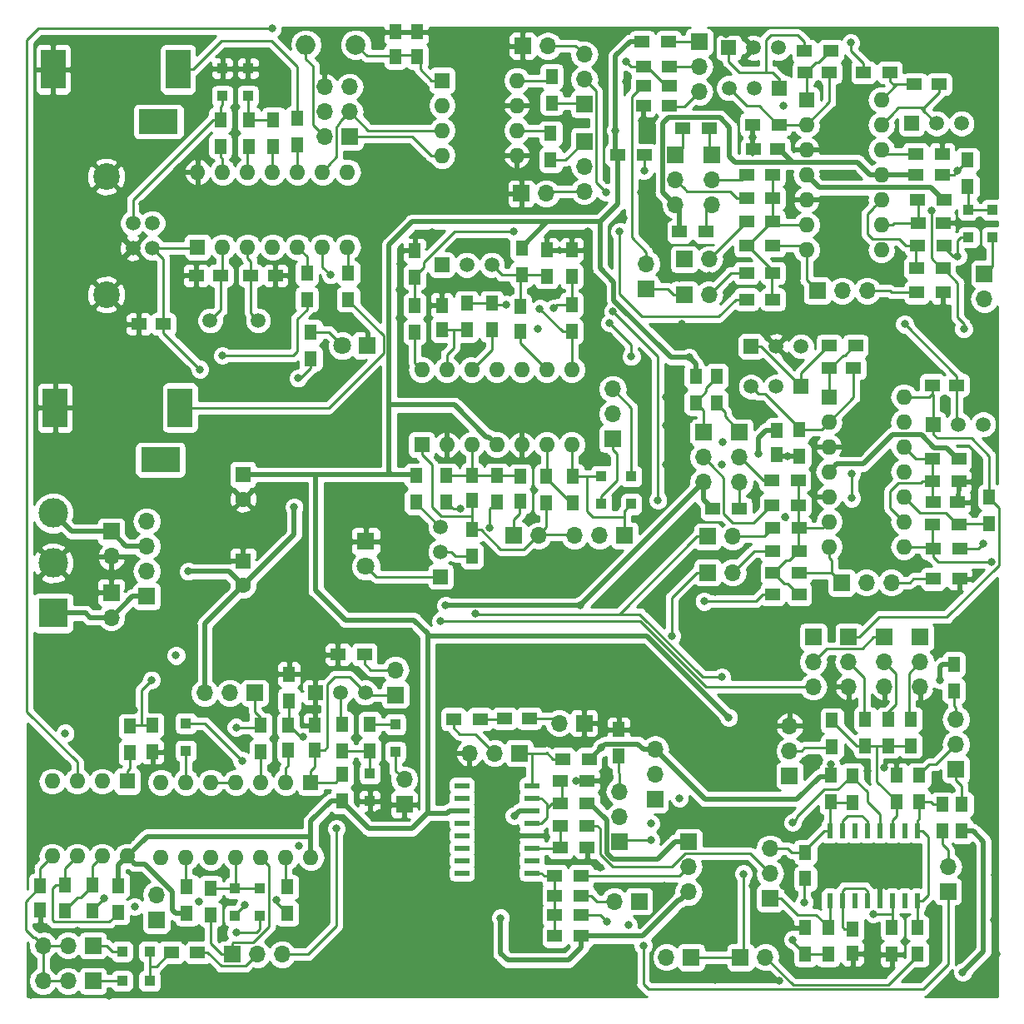
<source format=gtl>
G04 #@! TF.GenerationSoftware,KiCad,Pcbnew,(5.0.0)*
G04 #@! TF.CreationDate,2018-10-21T00:29:04+08:00*
G04 #@! TF.ProjectId,SLMMK1,534C4D4D4B312E6B696361645F706362,rev?*
G04 #@! TF.SameCoordinates,Original*
G04 #@! TF.FileFunction,Copper,L1,Top,Signal*
G04 #@! TF.FilePolarity,Positive*
%FSLAX46Y46*%
G04 Gerber Fmt 4.6, Leading zero omitted, Abs format (unit mm)*
G04 Created by KiCad (PCBNEW (5.0.0)) date 10/21/18 00:29:04*
%MOMM*%
%LPD*%
G01*
G04 APERTURE LIST*
G04 #@! TA.AperFunction,ComponentPad*
%ADD10R,1.700000X1.700000*%
G04 #@! TD*
G04 #@! TA.AperFunction,ComponentPad*
%ADD11O,1.700000X1.700000*%
G04 #@! TD*
G04 #@! TA.AperFunction,SMDPad,CuDef*
%ADD12R,1.500000X1.300000*%
G04 #@! TD*
G04 #@! TA.AperFunction,ComponentPad*
%ADD13C,2.000000*%
G04 #@! TD*
G04 #@! TA.AperFunction,ComponentPad*
%ADD14O,2.000000X2.000000*%
G04 #@! TD*
G04 #@! TA.AperFunction,SMDPad,CuDef*
%ADD15R,1.250000X1.500000*%
G04 #@! TD*
G04 #@! TA.AperFunction,SMDPad,CuDef*
%ADD16R,1.500000X1.250000*%
G04 #@! TD*
G04 #@! TA.AperFunction,ComponentPad*
%ADD17R,1.600000X1.600000*%
G04 #@! TD*
G04 #@! TA.AperFunction,ComponentPad*
%ADD18C,1.600000*%
G04 #@! TD*
G04 #@! TA.AperFunction,SMDPad,CuDef*
%ADD19R,1.100000X1.100000*%
G04 #@! TD*
G04 #@! TA.AperFunction,ComponentPad*
%ADD20R,1.800000X1.800000*%
G04 #@! TD*
G04 #@! TA.AperFunction,ComponentPad*
%ADD21C,1.800000*%
G04 #@! TD*
G04 #@! TA.AperFunction,ComponentPad*
%ADD22C,1.520000*%
G04 #@! TD*
G04 #@! TA.AperFunction,ComponentPad*
%ADD23C,2.700000*%
G04 #@! TD*
G04 #@! TA.AperFunction,ComponentPad*
%ADD24R,2.500000X4.000000*%
G04 #@! TD*
G04 #@! TA.AperFunction,ComponentPad*
%ADD25R,4.000000X2.500000*%
G04 #@! TD*
G04 #@! TA.AperFunction,ComponentPad*
%ADD26R,3.000000X3.000000*%
G04 #@! TD*
G04 #@! TA.AperFunction,ComponentPad*
%ADD27C,3.000000*%
G04 #@! TD*
G04 #@! TA.AperFunction,ComponentPad*
%ADD28R,1.520000X1.520000*%
G04 #@! TD*
G04 #@! TA.AperFunction,SMDPad,CuDef*
%ADD29R,1.300000X1.500000*%
G04 #@! TD*
G04 #@! TA.AperFunction,ComponentPad*
%ADD30O,1.600000X1.600000*%
G04 #@! TD*
G04 #@! TA.AperFunction,SMDPad,CuDef*
%ADD31R,1.500000X0.600000*%
G04 #@! TD*
G04 #@! TA.AperFunction,SMDPad,CuDef*
%ADD32R,0.600000X1.500000*%
G04 #@! TD*
G04 #@! TA.AperFunction,ComponentPad*
%ADD33C,1.500000*%
G04 #@! TD*
G04 #@! TA.AperFunction,ViaPad*
%ADD34C,0.800000*%
G04 #@! TD*
G04 #@! TA.AperFunction,Conductor*
%ADD35C,0.250000*%
G04 #@! TD*
G04 #@! TA.AperFunction,Conductor*
%ADD36C,0.500000*%
G04 #@! TD*
G04 #@! TA.AperFunction,Conductor*
%ADD37C,0.254000*%
G04 #@! TD*
G04 APERTURE END LIST*
D10*
G04 #@! TO.P,J8,S*
G04 #@! TO.N,GND*
X73900000Y-112640000D03*
D11*
G04 #@! TO.P,J8,T*
G04 #@! TO.N,/AR/X3*
X73900000Y-110100000D03*
G04 #@! TD*
D10*
G04 #@! TO.P,SW10,1*
G04 #@! TO.N,/VCO2/O2*
X115500000Y-95600000D03*
D11*
G04 #@! TO.P,SW10,2*
G04 #@! TO.N,/VCF/OSC2*
X115500000Y-98140000D03*
G04 #@! TO.P,SW10,3*
G04 #@! TO.N,Net-(R80-Pad2)*
X115500000Y-100680000D03*
G04 #@! TD*
D10*
G04 #@! TO.P,RV48,1*
G04 #@! TO.N,/VCA/BP*
X113100000Y-109740000D03*
D11*
G04 #@! TO.P,RV48,2*
G04 #@! TO.N,Net-(R47-Pad1)*
X113100000Y-107200000D03*
G04 #@! TO.P,RV48,3*
G04 #@! TO.N,GND*
X113100000Y-104660000D03*
G04 #@! TD*
D12*
G04 #@! TO.P,R75,1*
G04 #@! TO.N,Net-(C10-Pad1)*
X127600000Y-79800000D03*
G04 #@! TO.P,R75,2*
G04 #@! TO.N,GND*
X130300000Y-79800000D03*
G04 #@! TD*
D13*
G04 #@! TO.P,L1,1*
G04 #@! TO.N,Net-(C23-Pad1)*
X68980000Y-35400000D03*
D14*
G04 #@! TO.P,L1,2*
G04 #@! TO.N,VCC*
X63900000Y-35400000D03*
G04 #@! TD*
D10*
G04 #@! TO.P,BT1,1*
G04 #@! TO.N,/+9Vin*
X44100000Y-84900000D03*
D11*
G04 #@! TO.P,BT1,2*
G04 #@! TO.N,GND*
X44100000Y-87440000D03*
G04 #@! TD*
D10*
G04 #@! TO.P,BT2,1*
G04 #@! TO.N,GND*
X44100000Y-91100000D03*
D11*
G04 #@! TO.P,BT2,2*
G04 #@! TO.N,/-9Vin*
X44100000Y-93640000D03*
G04 #@! TD*
D15*
G04 #@! TO.P,C1,1*
G04 #@! TO.N,Net-(C1-Pad1)*
X62100000Y-104600000D03*
G04 #@! TO.P,C1,2*
G04 #@! TO.N,Net-(C1-Pad2)*
X62100000Y-107100000D03*
G04 #@! TD*
G04 #@! TO.P,C2,1*
G04 #@! TO.N,Net-(C2-Pad1)*
X64800000Y-107100000D03*
G04 #@! TO.P,C2,2*
G04 #@! TO.N,GND*
X64800000Y-104600000D03*
G04 #@! TD*
G04 #@! TO.P,C3,1*
G04 #@! TO.N,Net-(C3-Pad1)*
X36900000Y-120900000D03*
G04 #@! TO.P,C3,2*
G04 #@! TO.N,GND*
X36900000Y-123400000D03*
G04 #@! TD*
G04 #@! TO.P,C4,1*
G04 #@! TO.N,+9V*
X111800000Y-77100000D03*
G04 #@! TO.P,C4,2*
G04 #@! TO.N,-9V*
X111800000Y-74600000D03*
G04 #@! TD*
G04 #@! TO.P,C5,1*
G04 #@! TO.N,Net-(C5-Pad1)*
X119500000Y-125300000D03*
G04 #@! TO.P,C5,2*
G04 #@! TO.N,GND*
X119500000Y-127800000D03*
G04 #@! TD*
D16*
G04 #@! TO.P,C6,1*
G04 #@! TO.N,Net-(C6-Pad1)*
X117100000Y-68300000D03*
G04 #@! TO.P,C6,2*
G04 #@! TO.N,Net-(C6-Pad2)*
X119600000Y-68300000D03*
G04 #@! TD*
G04 #@! TO.P,C7,1*
G04 #@! TO.N,Net-(C7-Pad1)*
X114650000Y-38200000D03*
G04 #@! TO.P,C7,2*
G04 #@! TO.N,Net-(C7-Pad2)*
X117150000Y-38200000D03*
G04 #@! TD*
G04 #@! TO.P,C8,1*
G04 #@! TO.N,Net-(C8-Pad1)*
X130100000Y-70000000D03*
G04 #@! TO.P,C8,2*
G04 #@! TO.N,/VCF/OSC1*
X127600000Y-70000000D03*
G04 #@! TD*
G04 #@! TO.P,C9,1*
G04 #@! TO.N,Net-(C9-Pad1)*
X128300000Y-39400000D03*
G04 #@! TO.P,C9,2*
G04 #@! TO.N,/VCO2/O2*
X125800000Y-39400000D03*
G04 #@! TD*
G04 #@! TO.P,C10,1*
G04 #@! TO.N,Net-(C10-Pad1)*
X127700000Y-81900000D03*
G04 #@! TO.P,C10,2*
G04 #@! TO.N,GND*
X130200000Y-81900000D03*
G04 #@! TD*
G04 #@! TO.P,C11,1*
G04 #@! TO.N,+9V*
X109400000Y-46000000D03*
G04 #@! TO.P,C11,2*
G04 #@! TO.N,-9V*
X111900000Y-46000000D03*
G04 #@! TD*
G04 #@! TO.P,C12,1*
G04 #@! TO.N,Net-(C12-Pad1)*
X126200000Y-53500000D03*
G04 #@! TO.P,C12,2*
G04 #@! TO.N,GND*
X128700000Y-53500000D03*
G04 #@! TD*
D15*
G04 #@! TO.P,C13,1*
G04 #@! TO.N,Net-(C13-Pad1)*
X85700000Y-79300000D03*
G04 #@! TO.P,C13,2*
G04 #@! TO.N,Net-(C13-Pad2)*
X85700000Y-81800000D03*
G04 #@! TD*
G04 #@! TO.P,C14,1*
G04 #@! TO.N,Net-(C13-Pad1)*
X80800000Y-79200000D03*
G04 #@! TO.P,C14,2*
G04 #@! TO.N,Net-(C14-Pad2)*
X80800000Y-81700000D03*
G04 #@! TD*
G04 #@! TO.P,C15,1*
G04 #@! TO.N,Net-(C15-Pad1)*
X85700000Y-62000000D03*
G04 #@! TO.P,C15,2*
G04 #@! TO.N,Net-(C15-Pad2)*
X85700000Y-64500000D03*
G04 #@! TD*
D17*
G04 #@! TO.P,C16,1*
G04 #@! TO.N,+9V*
X57500000Y-79100000D03*
D18*
G04 #@! TO.P,C16,2*
G04 #@! TO.N,GND*
X57500000Y-81600000D03*
G04 #@! TD*
D15*
G04 #@! TO.P,C17,1*
G04 #@! TO.N,Net-(C17-Pad1)*
X77716000Y-64376000D03*
G04 #@! TO.P,C17,2*
G04 #@! TO.N,GND*
X77716000Y-61876000D03*
G04 #@! TD*
D17*
G04 #@! TO.P,C18,1*
G04 #@! TO.N,GND*
X57500000Y-87900000D03*
D18*
G04 #@! TO.P,C18,2*
G04 #@! TO.N,-9V*
X57500000Y-90400000D03*
G04 #@! TD*
D16*
G04 #@! TO.P,C19,1*
G04 #@! TO.N,VCC*
X49400000Y-63800000D03*
G04 #@! TO.P,C19,2*
G04 #@! TO.N,GND*
X46900000Y-63800000D03*
G04 #@! TD*
G04 #@! TO.P,C20,1*
G04 #@! TO.N,Net-(C20-Pad1)*
X55240000Y-58856000D03*
G04 #@! TO.P,C20,2*
G04 #@! TO.N,GND*
X52740000Y-58856000D03*
G04 #@! TD*
G04 #@! TO.P,C21,1*
G04 #@! TO.N,Net-(C21-Pad1)*
X58288000Y-58856000D03*
G04 #@! TO.P,C21,2*
G04 #@! TO.N,GND*
X60788000Y-58856000D03*
G04 #@! TD*
G04 #@! TO.P,C22,1*
G04 #@! TO.N,Net-(C22-Pad1)*
X84100000Y-103900000D03*
G04 #@! TO.P,C22,2*
G04 #@! TO.N,/VCA/MainOut*
X86600000Y-103900000D03*
G04 #@! TD*
D15*
G04 #@! TO.P,C23,1*
G04 #@! TO.N,Net-(C23-Pad1)*
X73000000Y-36600000D03*
G04 #@! TO.P,C23,2*
G04 #@! TO.N,GND*
X73000000Y-34100000D03*
G04 #@! TD*
G04 #@! TO.P,C24,1*
G04 #@! TO.N,Net-(C23-Pad1)*
X75200000Y-36600000D03*
G04 #@! TO.P,C24,2*
G04 #@! TO.N,GND*
X75200000Y-34100000D03*
G04 #@! TD*
D19*
G04 #@! TO.P,D1,1*
G04 #@! TO.N,Net-(D1-Pad1)*
X56700000Y-121150000D03*
G04 #@! TO.P,D1,2*
G04 #@! TO.N,Net-(C1-Pad1)*
X56700000Y-123950000D03*
G04 #@! TD*
G04 #@! TO.P,D2,1*
G04 #@! TO.N,Net-(D1-Pad1)*
X59250000Y-121150000D03*
G04 #@! TO.P,D2,2*
G04 #@! TO.N,Net-(D2-Pad2)*
X59250000Y-123950000D03*
G04 #@! TD*
G04 #@! TO.P,D3,1*
G04 #@! TO.N,Net-(D3-Pad1)*
X45200000Y-130600000D03*
G04 #@! TO.P,D3,2*
G04 #@! TO.N,Net-(D3-Pad2)*
X48000000Y-130600000D03*
G04 #@! TD*
G04 #@! TO.P,D4,1*
G04 #@! TO.N,Net-(D3-Pad2)*
X48000000Y-127600000D03*
G04 #@! TO.P,D4,2*
G04 #@! TO.N,Net-(D4-Pad2)*
X45200000Y-127600000D03*
G04 #@! TD*
G04 #@! TO.P,D5,1*
G04 #@! TO.N,Net-(D5-Pad1)*
X51700000Y-104400000D03*
G04 #@! TO.P,D5,2*
G04 #@! TO.N,Net-(D5-Pad2)*
X51700000Y-107200000D03*
G04 #@! TD*
D20*
G04 #@! TO.P,D6,1*
G04 #@! TO.N,GND*
X70000000Y-85900000D03*
D21*
G04 #@! TO.P,D6,2*
G04 #@! TO.N,Net-(D6-Pad2)*
X70000000Y-88440000D03*
G04 #@! TD*
D19*
G04 #@! TO.P,D7,1*
G04 #@! TO.N,Net-(D7-Pad1)*
X73000000Y-104500000D03*
G04 #@! TO.P,D7,2*
G04 #@! TO.N,/AR/X3*
X73000000Y-107300000D03*
G04 #@! TD*
G04 #@! TO.P,D8,1*
G04 #@! TO.N,Net-(D8-Pad1)*
X70400000Y-109500000D03*
G04 #@! TO.P,D8,2*
G04 #@! TO.N,GND*
X70400000Y-112300000D03*
G04 #@! TD*
G04 #@! TO.P,D9,1*
G04 #@! TO.N,Net-(D9-Pad1)*
X97000000Y-79300000D03*
G04 #@! TO.P,D9,2*
G04 #@! TO.N,Net-(D10-Pad1)*
X97000000Y-82100000D03*
G04 #@! TD*
G04 #@! TO.P,D10,1*
G04 #@! TO.N,Net-(D10-Pad1)*
X93942722Y-79265937D03*
G04 #@! TO.P,D10,2*
G04 #@! TO.N,Net-(D10-Pad2)*
X93942722Y-82065937D03*
G04 #@! TD*
G04 #@! TO.P,D11,1*
G04 #@! TO.N,Net-(D11-Pad1)*
X133700000Y-52200000D03*
G04 #@! TO.P,D11,2*
G04 #@! TO.N,/VCO2/OSC_Sync*
X133700000Y-55000000D03*
G04 #@! TD*
G04 #@! TO.P,D12,1*
G04 #@! TO.N,Net-(D11-Pad1)*
X131300000Y-52200000D03*
G04 #@! TO.P,D12,2*
G04 #@! TO.N,Net-(D12-Pad2)*
X131300000Y-55000000D03*
G04 #@! TD*
D20*
G04 #@! TO.P,D13,1*
G04 #@! TO.N,GND*
X70140000Y-66000000D03*
D21*
G04 #@! TO.P,D13,2*
G04 #@! TO.N,Net-(D13-Pad2)*
X67600000Y-66000000D03*
G04 #@! TD*
D19*
G04 #@! TO.P,D14,1*
G04 #@! TO.N,/CVPal/DMINUS*
X58000000Y-40600000D03*
G04 #@! TO.P,D14,2*
G04 #@! TO.N,GND*
X58000000Y-37800000D03*
G04 #@! TD*
G04 #@! TO.P,D15,1*
G04 #@! TO.N,/CVPal/DPLUS*
X55400000Y-40600000D03*
G04 #@! TO.P,D15,2*
G04 #@! TO.N,GND*
X55400000Y-37800000D03*
G04 #@! TD*
D22*
G04 #@! TO.P,J2,2*
G04 #@! TO.N,/CVPal/DMINUS*
X48300000Y-53530000D03*
G04 #@! TO.P,J2,1*
G04 #@! TO.N,VCC*
X48300000Y-56070000D03*
G04 #@! TO.P,J2,4*
G04 #@! TO.N,GND*
X46300000Y-56070000D03*
G04 #@! TO.P,J2,3*
G04 #@! TO.N,/CVPal/DPLUS*
X46300000Y-53530000D03*
D23*
G04 #@! TO.P,J2,5*
G04 #@! TO.N,GND*
X43600000Y-48800000D03*
X43600000Y-60800000D03*
G04 #@! TD*
D10*
G04 #@! TO.P,J3,1*
G04 #@! TO.N,/CVPal/DO_ISP_MISO*
X68340000Y-44740000D03*
D11*
G04 #@! TO.P,J3,2*
G04 #@! TO.N,VCC*
X65800000Y-44740000D03*
G04 #@! TO.P,J3,3*
G04 #@! TO.N,/CVPal/SCK*
X68340000Y-42200000D03*
G04 #@! TO.P,J3,4*
G04 #@! TO.N,/CVPal/GATE1_ISP_MOSI*
X65800000Y-42200000D03*
G04 #@! TO.P,J3,5*
G04 #@! TO.N,/CVPal/RST*
X68340000Y-39660000D03*
G04 #@! TO.P,J3,6*
G04 #@! TO.N,GND*
X65800000Y-39660000D03*
G04 #@! TD*
D24*
G04 #@! TO.P,J6,S*
G04 #@! TO.N,GND*
X38400000Y-72300000D03*
D25*
G04 #@! TO.P,J6,2*
G04 #@! TO.N,N/C*
X49100000Y-77600000D03*
D24*
G04 #@! TO.P,J6,T*
G04 #@! TO.N,/CVPal/Gate1*
X51100000Y-72300000D03*
G04 #@! TD*
G04 #@! TO.P,J7,S*
G04 #@! TO.N,GND*
X38200000Y-37900000D03*
D25*
G04 #@! TO.P,J7,2*
G04 #@! TO.N,N/C*
X48900000Y-43200000D03*
D24*
G04 #@! TO.P,J7,T*
G04 #@! TO.N,/CVPal/Gate2*
X50900000Y-37900000D03*
G04 #@! TD*
D26*
G04 #@! TO.P,J9,1*
G04 #@! TO.N,/-9Vin*
X38200000Y-93180000D03*
D27*
G04 #@! TO.P,J9,2*
G04 #@! TO.N,GND*
X38200000Y-88100000D03*
G04 #@! TO.P,J9,3*
G04 #@! TO.N,/+9Vin*
X38200000Y-83020000D03*
G04 #@! TD*
D22*
G04 #@! TO.P,Q1,2*
G04 #@! TO.N,Net-(Q1-Pad2)*
X111706392Y-70166319D03*
G04 #@! TO.P,Q1,3*
G04 #@! TO.N,Net-(C6-Pad2)*
X109166392Y-70166319D03*
D28*
G04 #@! TO.P,Q1,1*
G04 #@! TO.N,Net-(Q1-Pad1)*
X114246392Y-70166319D03*
G04 #@! TD*
D22*
G04 #@! TO.P,Q2,2*
G04 #@! TO.N,Net-(Q2-Pad2)*
X109460000Y-39800000D03*
G04 #@! TO.P,Q2,3*
G04 #@! TO.N,Net-(C7-Pad2)*
X106920000Y-39800000D03*
D28*
G04 #@! TO.P,Q2,1*
G04 #@! TO.N,Net-(Q2-Pad1)*
X112000000Y-39800000D03*
G04 #@! TD*
D22*
G04 #@! TO.P,Q3,2*
G04 #@! TO.N,GND*
X111706392Y-66062300D03*
G04 #@! TO.P,Q3,3*
G04 #@! TO.N,Net-(C8-Pad1)*
X114246392Y-66062300D03*
D28*
G04 #@! TO.P,Q3,1*
G04 #@! TO.N,Net-(Q1-Pad1)*
X109166392Y-66062300D03*
G04 #@! TD*
D22*
G04 #@! TO.P,Q4,2*
G04 #@! TO.N,GND*
X109440000Y-35700000D03*
G04 #@! TO.P,Q4,3*
G04 #@! TO.N,Net-(C9-Pad1)*
X111980000Y-35700000D03*
D28*
G04 #@! TO.P,Q4,1*
G04 #@! TO.N,Net-(Q2-Pad1)*
X106900000Y-35700000D03*
G04 #@! TD*
D22*
G04 #@! TO.P,Q5,2*
G04 #@! TO.N,Net-(C8-Pad1)*
X130240000Y-74000000D03*
G04 #@! TO.P,Q5,3*
G04 #@! TO.N,Net-(Q5-Pad3)*
X132780000Y-74000000D03*
D28*
G04 #@! TO.P,Q5,1*
G04 #@! TO.N,/VCF/OSC1*
X127700000Y-74000000D03*
G04 #@! TD*
D22*
G04 #@! TO.P,Q6,2*
G04 #@! TO.N,Net-(C9-Pad1)*
X128040000Y-43400000D03*
G04 #@! TO.P,Q6,3*
G04 #@! TO.N,Net-(Q6-Pad3)*
X130580000Y-43400000D03*
D28*
G04 #@! TO.P,Q6,1*
G04 #@! TO.N,/VCO2/O2*
X125500000Y-43400000D03*
G04 #@! TD*
D22*
G04 #@! TO.P,Q7,2*
G04 #@! TO.N,-9V*
X80256000Y-57772000D03*
G04 #@! TO.P,Q7,3*
G04 #@! TO.N,Net-(C15-Pad1)*
X82796000Y-57772000D03*
D28*
G04 #@! TO.P,Q7,1*
G04 #@! TO.N,Net-(Q7-Pad1)*
X77716000Y-57772000D03*
G04 #@! TD*
D22*
G04 #@! TO.P,Q8,2*
G04 #@! TO.N,Net-(Q8-Pad2)*
X67387001Y-101275001D03*
G04 #@! TO.P,Q8,3*
G04 #@! TO.N,Net-(C2-Pad1)*
X69927001Y-101275001D03*
D28*
G04 #@! TO.P,Q8,1*
G04 #@! TO.N,GND*
X64847001Y-101275001D03*
G04 #@! TD*
D22*
G04 #@! TO.P,Q9,2*
G04 #@! TO.N,Net-(Q9-Pad2)*
X77600000Y-86960000D03*
G04 #@! TO.P,Q9,3*
G04 #@! TO.N,Net-(Q9-Pad3)*
X77600000Y-84420000D03*
D28*
G04 #@! TO.P,Q9,1*
G04 #@! TO.N,Net-(D6-Pad2)*
X77600000Y-89500000D03*
G04 #@! TD*
D29*
G04 #@! TO.P,R1,1*
G04 #@! TO.N,Net-(Q8-Pad2)*
X67600000Y-104500000D03*
G04 #@! TO.P,R1,2*
G04 #@! TO.N,Net-(D8-Pad1)*
X67600000Y-107200000D03*
G04 #@! TD*
D12*
G04 #@! TO.P,R2,1*
G04 #@! TO.N,Net-(R2-Pad1)*
X69850000Y-97400000D03*
G04 #@! TO.P,R2,2*
G04 #@! TO.N,GND*
X67150000Y-97400000D03*
G04 #@! TD*
D29*
G04 #@! TO.P,R3,1*
G04 #@! TO.N,Net-(C2-Pad1)*
X67600000Y-109600000D03*
G04 #@! TO.P,R3,2*
G04 #@! TO.N,+9V*
X67600000Y-112300000D03*
G04 #@! TD*
G04 #@! TO.P,R4,1*
G04 #@! TO.N,GND*
X62200000Y-99400000D03*
G04 #@! TO.P,R4,2*
G04 #@! TO.N,Net-(C1-Pad1)*
X62200000Y-102100000D03*
G04 #@! TD*
G04 #@! TO.P,R5,1*
G04 #@! TO.N,Net-(R5-Pad1)*
X51800000Y-121050000D03*
G04 #@! TO.P,R5,2*
G04 #@! TO.N,+9V*
X51800000Y-123750000D03*
G04 #@! TD*
D12*
G04 #@! TO.P,R6,1*
G04 #@! TO.N,Net-(R6-Pad1)*
X52900000Y-127700000D03*
G04 #@! TO.P,R6,2*
G04 #@! TO.N,Net-(D3-Pad2)*
X50200000Y-127700000D03*
G04 #@! TD*
D29*
G04 #@! TO.P,R7,1*
G04 #@! TO.N,Net-(R12-Pad1)*
X42200000Y-120800000D03*
G04 #@! TO.P,R7,2*
G04 #@! TO.N,Net-(R5-Pad1)*
X42200000Y-123500000D03*
G04 #@! TD*
G04 #@! TO.P,R8,1*
G04 #@! TO.N,Net-(D1-Pad1)*
X54200000Y-121150000D03*
G04 #@! TO.P,R8,2*
G04 #@! TO.N,Net-(R8-Pad2)*
X54200000Y-123850000D03*
G04 #@! TD*
G04 #@! TO.P,R9,1*
G04 #@! TO.N,Net-(D5-Pad1)*
X62000000Y-121050000D03*
G04 #@! TO.P,R9,2*
G04 #@! TO.N,Net-(R9-Pad2)*
X62000000Y-123750000D03*
G04 #@! TD*
G04 #@! TO.P,R10,1*
G04 #@! TO.N,Net-(C14-Pad2)*
X80800000Y-84700000D03*
G04 #@! TO.P,R10,2*
G04 #@! TO.N,Net-(Q9-Pad2)*
X80800000Y-87400000D03*
G04 #@! TD*
G04 #@! TO.P,R11,1*
G04 #@! TO.N,+9V*
X75100000Y-79200000D03*
G04 #@! TO.P,R11,2*
G04 #@! TO.N,Net-(Q9-Pad3)*
X75100000Y-81900000D03*
G04 #@! TD*
G04 #@! TO.P,R12,1*
G04 #@! TO.N,Net-(R12-Pad1)*
X39400000Y-123500000D03*
G04 #@! TO.P,R12,2*
G04 #@! TO.N,Net-(R12-Pad2)*
X39400000Y-120800000D03*
G04 #@! TD*
G04 #@! TO.P,R13,1*
G04 #@! TO.N,Net-(R12-Pad1)*
X59300000Y-104600000D03*
G04 #@! TO.P,R13,2*
G04 #@! TO.N,Net-(R13-Pad2)*
X59300000Y-107300000D03*
G04 #@! TD*
G04 #@! TO.P,R14,1*
G04 #@! TO.N,Net-(R12-Pad2)*
X44800000Y-123600000D03*
G04 #@! TO.P,R14,2*
G04 #@! TO.N,+9V*
X44800000Y-120900000D03*
G04 #@! TD*
D12*
G04 #@! TO.P,R15,1*
G04 #@! TO.N,Net-(R15-Pad1)*
X127700000Y-89710000D03*
G04 #@! TO.P,R15,2*
G04 #@! TO.N,GND*
X130400000Y-89710000D03*
G04 #@! TD*
G04 #@! TO.P,R16,1*
G04 #@! TO.N,Net-(R16-Pad1)*
X89210371Y-123923797D03*
G04 #@! TO.P,R16,2*
G04 #@! TO.N,Net-(R16-Pad2)*
X91910371Y-123923797D03*
G04 #@! TD*
G04 #@! TO.P,R17,1*
G04 #@! TO.N,Net-(R16-Pad1)*
X89210371Y-126023797D03*
G04 #@! TO.P,R17,2*
G04 #@! TO.N,-9V*
X91910371Y-126023797D03*
G04 #@! TD*
G04 #@! TO.P,R18,1*
G04 #@! TO.N,Net-(R16-Pad1)*
X89210371Y-119923797D03*
G04 #@! TO.P,R18,2*
G04 #@! TO.N,Net-(R18-Pad2)*
X91910371Y-119923797D03*
G04 #@! TD*
G04 #@! TO.P,R19,1*
G04 #@! TO.N,Net-(R19-Pad1)*
X126000000Y-60600000D03*
G04 #@! TO.P,R19,2*
G04 #@! TO.N,GND*
X128700000Y-60600000D03*
G04 #@! TD*
G04 #@! TO.P,R20,1*
G04 #@! TO.N,Net-(R16-Pad1)*
X89210371Y-121923797D03*
G04 #@! TO.P,R20,2*
G04 #@! TO.N,Net-(R20-Pad2)*
X91910371Y-121923797D03*
G04 #@! TD*
G04 #@! TO.P,R21,1*
G04 #@! TO.N,Net-(R21-Pad1)*
X89810371Y-114823797D03*
G04 #@! TO.P,R21,2*
G04 #@! TO.N,Net-(R21-Pad2)*
X92510371Y-114823797D03*
G04 #@! TD*
G04 #@! TO.P,R22,1*
G04 #@! TO.N,GND*
X92510371Y-117023797D03*
G04 #@! TO.P,R22,2*
G04 #@! TO.N,Net-(R21-Pad1)*
X89810371Y-117023797D03*
G04 #@! TD*
G04 #@! TO.P,R23,1*
G04 #@! TO.N,Net-(R23-Pad1)*
X78909695Y-103972987D03*
G04 #@! TO.P,R23,2*
G04 #@! TO.N,Net-(C22-Pad1)*
X81609695Y-103972987D03*
G04 #@! TD*
G04 #@! TO.P,R24,1*
G04 #@! TO.N,GND*
X92500000Y-110223797D03*
G04 #@! TO.P,R24,2*
G04 #@! TO.N,Net-(R24-Pad2)*
X89800000Y-110223797D03*
G04 #@! TD*
G04 #@! TO.P,R25,1*
G04 #@! TO.N,Net-(R24-Pad2)*
X89800000Y-112523797D03*
G04 #@! TO.P,R25,2*
G04 #@! TO.N,+9V*
X92500000Y-112523797D03*
G04 #@! TD*
G04 #@! TO.P,R26,1*
G04 #@! TO.N,-9V*
X92710371Y-108023797D03*
G04 #@! TO.P,R26,2*
G04 #@! TO.N,Net-(R26-Pad2)*
X90010371Y-108023797D03*
G04 #@! TD*
D29*
G04 #@! TO.P,R27,1*
G04 #@! TO.N,VCC*
X64400000Y-67300000D03*
G04 #@! TO.P,R27,2*
G04 #@! TO.N,Net-(D13-Pad2)*
X64400000Y-64600000D03*
G04 #@! TD*
G04 #@! TO.P,R28,1*
G04 #@! TO.N,Net-(R28-Pad1)*
X126100000Y-125200000D03*
G04 #@! TO.P,R28,2*
G04 #@! TO.N,Net-(R28-Pad2)*
X126100000Y-127900000D03*
G04 #@! TD*
G04 #@! TO.P,R29,1*
G04 #@! TO.N,/CVPal/DPLUS*
X64000000Y-61300000D03*
G04 #@! TO.P,R29,2*
G04 #@! TO.N,Net-(R29-Pad2)*
X64000000Y-58600000D03*
G04 #@! TD*
G04 #@! TO.P,R30,1*
G04 #@! TO.N,Net-(R30-Pad1)*
X120800000Y-106700000D03*
G04 #@! TO.P,R30,2*
G04 #@! TO.N,Net-(R30-Pad2)*
X120800000Y-104000000D03*
G04 #@! TD*
G04 #@! TO.P,R31,1*
G04 #@! TO.N,Net-(R28-Pad1)*
X128600000Y-112650000D03*
G04 #@! TO.P,R31,2*
G04 #@! TO.N,Net-(R31-Pad2)*
X128600000Y-115350000D03*
G04 #@! TD*
G04 #@! TO.P,R32,1*
G04 #@! TO.N,Net-(R32-Pad1)*
X130600000Y-112650000D03*
G04 #@! TO.P,R32,2*
G04 #@! TO.N,+9V*
X130600000Y-115350000D03*
G04 #@! TD*
G04 #@! TO.P,R33,1*
G04 #@! TO.N,Net-(R30-Pad1)*
X123100000Y-106700000D03*
G04 #@! TO.P,R33,2*
G04 #@! TO.N,Net-(R33-Pad2)*
X123100000Y-104000000D03*
G04 #@! TD*
G04 #@! TO.P,R34,1*
G04 #@! TO.N,GND*
X123950000Y-109700000D03*
G04 #@! TO.P,R34,2*
G04 #@! TO.N,Net-(R30-Pad1)*
X123950000Y-112400000D03*
G04 #@! TD*
G04 #@! TO.P,R35,1*
G04 #@! TO.N,GND*
X123500000Y-127900000D03*
G04 #@! TO.P,R35,2*
G04 #@! TO.N,Net-(R35-Pad2)*
X123500000Y-125200000D03*
G04 #@! TD*
G04 #@! TO.P,R36,1*
G04 #@! TO.N,Net-(R28-Pad1)*
X126300000Y-112400000D03*
G04 #@! TO.P,R36,2*
G04 #@! TO.N,Net-(R36-Pad2)*
X126300000Y-109700000D03*
G04 #@! TD*
G04 #@! TO.P,R37,1*
G04 #@! TO.N,/CVPal/DPLUS*
X55200000Y-43000000D03*
G04 #@! TO.P,R37,2*
G04 #@! TO.N,Net-(R37-Pad2)*
X55200000Y-45700000D03*
G04 #@! TD*
G04 #@! TO.P,R38,1*
G04 #@! TO.N,/CVPal/DMINUS*
X58100000Y-43000000D03*
G04 #@! TO.P,R38,2*
G04 #@! TO.N,Net-(R38-Pad2)*
X58100000Y-45700000D03*
G04 #@! TD*
G04 #@! TO.P,R39,1*
G04 #@! TO.N,Net-(R30-Pad1)*
X125400000Y-106700000D03*
G04 #@! TO.P,R39,2*
G04 #@! TO.N,Net-(R39-Pad2)*
X125400000Y-104000000D03*
G04 #@! TD*
G04 #@! TO.P,R40,1*
G04 #@! TO.N,Net-(R35-Pad2)*
X114700000Y-120200000D03*
G04 #@! TO.P,R40,2*
G04 #@! TO.N,/VCA/BP*
X114700000Y-117500000D03*
G04 #@! TD*
G04 #@! TO.P,R41,1*
G04 #@! TO.N,-9V*
X129800000Y-98400000D03*
G04 #@! TO.P,R41,2*
G04 #@! TO.N,Net-(R41-Pad2)*
X129800000Y-101100000D03*
G04 #@! TD*
G04 #@! TO.P,R42,1*
G04 #@! TO.N,-9V*
X117300000Y-109700000D03*
G04 #@! TO.P,R42,2*
G04 #@! TO.N,/VCA/BP*
X117300000Y-112400000D03*
G04 #@! TD*
G04 #@! TO.P,R43,1*
G04 #@! TO.N,/CVPal/DMINUS*
X60600000Y-43000000D03*
G04 #@! TO.P,R43,2*
G04 #@! TO.N,Net-(R43-Pad2)*
X60600000Y-45700000D03*
G04 #@! TD*
G04 #@! TO.P,R44,1*
G04 #@! TO.N,/CVPal/CV1*
X88900000Y-41300000D03*
G04 #@! TO.P,R44,2*
G04 #@! TO.N,Net-(R44-Pad2)*
X88900000Y-38600000D03*
G04 #@! TD*
G04 #@! TO.P,R45,1*
G04 #@! TO.N,GND*
X114700000Y-125200000D03*
G04 #@! TO.P,R45,2*
G04 #@! TO.N,Net-(R45-Pad2)*
X114700000Y-127900000D03*
G04 #@! TD*
G04 #@! TO.P,R46,1*
G04 #@! TO.N,/VCA/BP*
X119500000Y-112450000D03*
G04 #@! TO.P,R46,2*
G04 #@! TO.N,Net-(R45-Pad2)*
X119500000Y-109750000D03*
G04 #@! TD*
G04 #@! TO.P,R47,1*
G04 #@! TO.N,Net-(R47-Pad1)*
X117400000Y-106800000D03*
G04 #@! TO.P,R47,2*
G04 #@! TO.N,Net-(R30-Pad1)*
X117400000Y-104100000D03*
G04 #@! TD*
G04 #@! TO.P,R48,1*
G04 #@! TO.N,/CVPal/CV2*
X88800000Y-47100000D03*
G04 #@! TO.P,R48,2*
G04 #@! TO.N,Net-(R48-Pad2)*
X88800000Y-44400000D03*
G04 #@! TD*
G04 #@! TO.P,R49,1*
G04 #@! TO.N,/VCA/LP*
X117000000Y-125200000D03*
G04 #@! TO.P,R49,2*
G04 #@! TO.N,Net-(R45-Pad2)*
X117000000Y-127900000D03*
G04 #@! TD*
G04 #@! TO.P,R50,1*
G04 #@! TO.N,+9V*
X103540000Y-69120000D03*
G04 #@! TO.P,R50,2*
G04 #@! TO.N,Net-(R203-Pad1)*
X103540000Y-71820000D03*
G04 #@! TD*
G04 #@! TO.P,R51,1*
G04 #@! TO.N,/CVPal/Gate1*
X68200000Y-61300000D03*
G04 #@! TO.P,R51,2*
G04 #@! TO.N,/CVPal/GATE1_ISP_MOSI*
X68200000Y-58600000D03*
G04 #@! TD*
D12*
G04 #@! TO.P,R52,1*
G04 #@! TO.N,+9V*
X95600000Y-46600000D03*
G04 #@! TO.P,R52,2*
G04 #@! TO.N,Net-(R206-Pad1)*
X98300000Y-46600000D03*
G04 #@! TD*
D29*
G04 #@! TO.P,R53,1*
G04 #@! TO.N,/CVPal/Gate2*
X63000000Y-42900000D03*
G04 #@! TO.P,R53,2*
G04 #@! TO.N,/CVPal/GATE2_int*
X63000000Y-45600000D03*
G04 #@! TD*
D12*
G04 #@! TO.P,R54,1*
G04 #@! TO.N,Net-(R207-Pad1)*
X114000000Y-82200000D03*
G04 #@! TO.P,R54,2*
G04 #@! TO.N,Net-(R54-Pad2)*
X111300000Y-82200000D03*
G04 #@! TD*
D29*
G04 #@! TO.P,R56,1*
G04 #@! TO.N,+9V*
X114100000Y-77200000D03*
G04 #@! TO.P,R56,2*
G04 #@! TO.N,Net-(C6-Pad2)*
X114100000Y-74500000D03*
G04 #@! TD*
D12*
G04 #@! TO.P,R57,1*
G04 #@! TO.N,Net-(R208-Pad1)*
X111400000Y-51000000D03*
G04 #@! TO.P,R57,2*
G04 #@! TO.N,Net-(R57-Pad2)*
X108700000Y-51000000D03*
G04 #@! TD*
G04 #@! TO.P,R59,1*
G04 #@! TO.N,+9V*
X109300000Y-43500000D03*
G04 #@! TO.P,R59,2*
G04 #@! TO.N,Net-(C7-Pad2)*
X112000000Y-43500000D03*
G04 #@! TD*
G04 #@! TO.P,R60,1*
G04 #@! TO.N,Net-(R60-Pad1)*
X114070000Y-89080000D03*
G04 #@! TO.P,R60,2*
G04 #@! TO.N,Net-(R207-Pad1)*
X111370000Y-89080000D03*
G04 #@! TD*
G04 #@! TO.P,R61,1*
G04 #@! TO.N,Net-(R61-Pad1)*
X111400000Y-55800000D03*
G04 #@! TO.P,R61,2*
G04 #@! TO.N,Net-(R208-Pad1)*
X108700000Y-55800000D03*
G04 #@! TD*
G04 #@! TO.P,R62,1*
G04 #@! TO.N,/VCO1/X1*
X111370000Y-91280000D03*
G04 #@! TO.P,R62,2*
G04 #@! TO.N,Net-(R207-Pad1)*
X114070000Y-91280000D03*
G04 #@! TD*
G04 #@! TO.P,R63,1*
G04 #@! TO.N,/VCO2/X2*
X108700000Y-61300000D03*
G04 #@! TO.P,R63,2*
G04 #@! TO.N,Net-(R208-Pad1)*
X111400000Y-61300000D03*
G04 #@! TD*
G04 #@! TO.P,R64,1*
G04 #@! TO.N,Net-(Q1-Pad1)*
X117100000Y-66000000D03*
G04 #@! TO.P,R64,2*
G04 #@! TO.N,Net-(C6-Pad1)*
X119800000Y-66000000D03*
G04 #@! TD*
G04 #@! TO.P,R65,1*
G04 #@! TO.N,Net-(Q2-Pad1)*
X114600000Y-36000000D03*
G04 #@! TO.P,R65,2*
G04 #@! TO.N,Net-(C7-Pad1)*
X117300000Y-36000000D03*
G04 #@! TD*
G04 #@! TO.P,R66,1*
G04 #@! TO.N,Net-(R66-Pad1)*
X130300000Y-84200000D03*
G04 #@! TO.P,R66,2*
G04 #@! TO.N,/VCO1/OSC_Sync*
X127600000Y-84200000D03*
G04 #@! TD*
G04 #@! TO.P,R67,1*
G04 #@! TO.N,Net-(R67-Pad1)*
X126100000Y-55800000D03*
G04 #@! TO.P,R67,2*
G04 #@! TO.N,Net-(D12-Pad2)*
X128800000Y-55800000D03*
G04 #@! TD*
D29*
G04 #@! TO.P,R68,1*
G04 #@! TO.N,/VCF/OSC1*
X133400000Y-81400000D03*
G04 #@! TO.P,R68,2*
G04 #@! TO.N,Net-(R66-Pad1)*
X133400000Y-84100000D03*
G04 #@! TD*
D12*
G04 #@! TO.P,R69,1*
G04 #@! TO.N,/VCO2/O2*
X128700000Y-58100000D03*
G04 #@! TO.P,R69,2*
G04 #@! TO.N,Net-(R67-Pad1)*
X126000000Y-58100000D03*
G04 #@! TD*
G04 #@! TO.P,R70,1*
G04 #@! TO.N,/VCO1/OSC_Sync*
X127700000Y-86600000D03*
G04 #@! TO.P,R70,2*
G04 #@! TO.N,Net-(Q5-Pad3)*
X130400000Y-86600000D03*
G04 #@! TD*
D29*
G04 #@! TO.P,R72,1*
G04 #@! TO.N,Net-(Q6-Pad3)*
X131200000Y-47100000D03*
G04 #@! TO.P,R72,2*
G04 #@! TO.N,Net-(D11-Pad1)*
X131200000Y-49800000D03*
G04 #@! TD*
D12*
G04 #@! TO.P,R73,1*
G04 #@! TO.N,+9V*
X130300000Y-77500000D03*
G04 #@! TO.P,R73,2*
G04 #@! TO.N,Net-(C10-Pad1)*
X127600000Y-77500000D03*
G04 #@! TD*
G04 #@! TO.P,R74,1*
G04 #@! TO.N,+9V*
X128800000Y-51200000D03*
G04 #@! TO.P,R74,2*
G04 #@! TO.N,Net-(C12-Pad1)*
X126100000Y-51200000D03*
G04 #@! TD*
G04 #@! TO.P,R76,1*
G04 #@! TO.N,Net-(C12-Pad1)*
X125900000Y-46500000D03*
G04 #@! TO.P,R76,2*
G04 #@! TO.N,GND*
X128600000Y-46500000D03*
G04 #@! TD*
G04 #@! TO.P,R77,1*
G04 #@! TO.N,Net-(R207-Pad1)*
X114060000Y-84560000D03*
G04 #@! TO.P,R77,2*
G04 #@! TO.N,Net-(R77-Pad2)*
X111360000Y-84560000D03*
G04 #@! TD*
G04 #@! TO.P,R78,1*
G04 #@! TO.N,Net-(R208-Pad1)*
X111400000Y-53400000D03*
G04 #@! TO.P,R78,2*
G04 #@! TO.N,Net-(R78-Pad2)*
X108700000Y-53400000D03*
G04 #@! TD*
G04 #@! TO.P,R79,1*
G04 #@! TO.N,/VCO2/O2*
X123300000Y-38200000D03*
G04 #@! TO.P,R79,2*
G04 #@! TO.N,Net-(R79-Pad2)*
X120600000Y-38200000D03*
G04 #@! TD*
D29*
G04 #@! TO.P,R80,1*
G04 #@! TO.N,Net-(R80-Pad1)*
X46000000Y-107400000D03*
G04 #@! TO.P,R80,2*
G04 #@! TO.N,Net-(R80-Pad2)*
X46000000Y-104700000D03*
G04 #@! TD*
G04 #@! TO.P,R81,1*
G04 #@! TO.N,Net-(R80-Pad2)*
X48300000Y-104600000D03*
G04 #@! TO.P,R81,2*
G04 #@! TO.N,GND*
X48300000Y-107300000D03*
G04 #@! TD*
D12*
G04 #@! TO.P,R82,1*
G04 #@! TO.N,Net-(R207-Pad1)*
X114070000Y-86880000D03*
G04 #@! TO.P,R82,2*
G04 #@! TO.N,Net-(R82-Pad2)*
X111370000Y-86880000D03*
G04 #@! TD*
G04 #@! TO.P,R83,1*
G04 #@! TO.N,Net-(R208-Pad1)*
X111400000Y-58600000D03*
G04 #@! TO.P,R83,2*
G04 #@! TO.N,Net-(R83-Pad2)*
X108700000Y-58600000D03*
G04 #@! TD*
G04 #@! TO.P,R84,1*
G04 #@! TO.N,+9V*
X98100000Y-35100000D03*
G04 #@! TO.P,R84,2*
G04 #@! TO.N,Net-(R84-Pad2)*
X100800000Y-35100000D03*
G04 #@! TD*
G04 #@! TO.P,R86,1*
G04 #@! TO.N,Net-(R86-Pad1)*
X100900000Y-37600000D03*
G04 #@! TO.P,R86,2*
G04 #@! TO.N,Net-(R86-Pad2)*
X98200000Y-37600000D03*
G04 #@! TD*
G04 #@! TO.P,R87,1*
G04 #@! TO.N,Net-(R87-Pad1)*
X98200000Y-39600000D03*
G04 #@! TO.P,R87,2*
G04 #@! TO.N,Net-(R86-Pad2)*
X100900000Y-39600000D03*
G04 #@! TD*
D29*
G04 #@! TO.P,R88,1*
G04 #@! TO.N,Net-(C13-Pad1)*
X78200000Y-79200000D03*
G04 #@! TO.P,R88,2*
G04 #@! TO.N,Net-(R88-Pad2)*
X78200000Y-81900000D03*
G04 #@! TD*
G04 #@! TO.P,R89,1*
G04 #@! TO.N,Net-(D10-Pad1)*
X91042722Y-79300000D03*
G04 #@! TO.P,R89,2*
G04 #@! TO.N,Net-(R89-Pad2)*
X91042722Y-82000000D03*
G04 #@! TD*
G04 #@! TO.P,R91,1*
G04 #@! TO.N,Net-(C13-Pad1)*
X83300000Y-79200000D03*
G04 #@! TO.P,R91,2*
G04 #@! TO.N,Net-(R91-Pad2)*
X83300000Y-81900000D03*
G04 #@! TD*
G04 #@! TO.P,R93,1*
G04 #@! TO.N,Net-(R89-Pad2)*
X88300000Y-79300000D03*
G04 #@! TO.P,R93,2*
G04 #@! TO.N,Net-(C14-Pad2)*
X88300000Y-82000000D03*
G04 #@! TD*
G04 #@! TO.P,R94,1*
G04 #@! TO.N,Net-(R94-Pad1)*
X95710371Y-107723797D03*
G04 #@! TO.P,R94,2*
G04 #@! TO.N,GND*
X95710371Y-105023797D03*
G04 #@! TD*
G04 #@! TO.P,R95,1*
G04 #@! TO.N,Net-(R95-Pad1)*
X82796000Y-64376000D03*
G04 #@! TO.P,R95,2*
G04 #@! TO.N,Net-(R100-Pad1)*
X82796000Y-61676000D03*
G04 #@! TD*
G04 #@! TO.P,R96,1*
G04 #@! TO.N,+9V*
X85844000Y-56088000D03*
G04 #@! TO.P,R96,2*
G04 #@! TO.N,Net-(C15-Pad1)*
X85844000Y-58788000D03*
G04 #@! TD*
G04 #@! TO.P,R97,1*
G04 #@! TO.N,Net-(C15-Pad1)*
X88384000Y-58948000D03*
G04 #@! TO.P,R97,2*
G04 #@! TO.N,GND*
X88384000Y-56248000D03*
G04 #@! TD*
G04 #@! TO.P,R98,1*
G04 #@! TO.N,Net-(R100-Pad2)*
X90924000Y-58948000D03*
G04 #@! TO.P,R98,2*
G04 #@! TO.N,GND*
X90924000Y-56248000D03*
G04 #@! TD*
G04 #@! TO.P,R99,1*
G04 #@! TO.N,Net-(C17-Pad1)*
X80256000Y-64376000D03*
G04 #@! TO.P,R99,2*
G04 #@! TO.N,Net-(R100-Pad1)*
X80256000Y-61676000D03*
G04 #@! TD*
G04 #@! TO.P,R100,1*
G04 #@! TO.N,Net-(R100-Pad1)*
X90924000Y-64536000D03*
G04 #@! TO.P,R100,2*
G04 #@! TO.N,Net-(R100-Pad2)*
X90924000Y-61836000D03*
G04 #@! TD*
G04 #@! TO.P,R101,1*
G04 #@! TO.N,Net-(R101-Pad1)*
X74969591Y-64607715D03*
G04 #@! TO.P,R101,2*
G04 #@! TO.N,/Noise Gen/NS*
X74969591Y-61907715D03*
G04 #@! TD*
G04 #@! TO.P,R102,1*
G04 #@! TO.N,/Noise Gen/NS*
X74969591Y-59019715D03*
G04 #@! TO.P,R102,2*
G04 #@! TO.N,GND*
X74969591Y-56319715D03*
G04 #@! TD*
D12*
G04 #@! TO.P,R104,1*
G04 #@! TO.N,Net-(R104-Pad1)*
X100900000Y-41600000D03*
G04 #@! TO.P,R104,2*
G04 #@! TO.N,GND*
X98200000Y-41600000D03*
G04 #@! TD*
D29*
G04 #@! TO.P,R199,1*
G04 #@! TO.N,Net-(D8-Pad1)*
X70400000Y-107200000D03*
G04 #@! TO.P,R199,2*
G04 #@! TO.N,Net-(D7-Pad1)*
X70400000Y-104500000D03*
G04 #@! TD*
D12*
G04 #@! TO.P,R201,1*
G04 #@! TO.N,Net-(R201-Pad1)*
X108000000Y-82600000D03*
G04 #@! TO.P,R201,2*
G04 #@! TO.N,-9V*
X105300000Y-82600000D03*
G04 #@! TD*
D29*
G04 #@! TO.P,R203,1*
G04 #@! TO.N,Net-(R203-Pad1)*
X105690000Y-69110000D03*
G04 #@! TO.P,R203,2*
G04 #@! TO.N,Net-(R203-Pad2)*
X105690000Y-71810000D03*
G04 #@! TD*
D12*
G04 #@! TO.P,R204,1*
G04 #@! TO.N,Net-(R204-Pad1)*
X104600000Y-54400000D03*
G04 #@! TO.P,R204,2*
G04 #@! TO.N,-9V*
X101900000Y-54400000D03*
G04 #@! TD*
G04 #@! TO.P,R206,1*
G04 #@! TO.N,Net-(R206-Pad1)*
X102200000Y-43900000D03*
G04 #@! TO.P,R206,2*
G04 #@! TO.N,Net-(R206-Pad2)*
X104900000Y-43900000D03*
G04 #@! TD*
G04 #@! TO.P,R207,1*
G04 #@! TO.N,Net-(R207-Pad1)*
X113970000Y-79670000D03*
G04 #@! TO.P,R207,2*
G04 #@! TO.N,Net-(R207-Pad2)*
X111270000Y-79670000D03*
G04 #@! TD*
G04 #@! TO.P,R208,1*
G04 #@! TO.N,Net-(R208-Pad1)*
X111400000Y-48600000D03*
G04 #@! TO.P,R208,2*
G04 #@! TO.N,Net-(R208-Pad2)*
X108700000Y-48600000D03*
G04 #@! TD*
G04 #@! TO.P,R225,1*
G04 #@! TO.N,Net-(Q6-Pad3)*
X128600000Y-48600000D03*
G04 #@! TO.P,R225,2*
G04 #@! TO.N,-9V*
X125900000Y-48600000D03*
G04 #@! TD*
D10*
G04 #@! TO.P,RV1,1*
G04 #@! TO.N,Net-(R60-Pad1)*
X118360000Y-90100000D03*
D11*
G04 #@! TO.P,RV1,2*
G04 #@! TO.N,Net-(Q1-Pad2)*
X120900000Y-90100000D03*
G04 #@! TO.P,RV1,3*
G04 #@! TO.N,Net-(R15-Pad1)*
X123440000Y-90100000D03*
G04 #@! TD*
D10*
G04 #@! TO.P,RV2,1*
G04 #@! TO.N,Net-(R61-Pad1)*
X115900000Y-60400000D03*
D11*
G04 #@! TO.P,RV2,2*
G04 #@! TO.N,Net-(Q2-Pad2)*
X118440000Y-60400000D03*
G04 #@! TO.P,RV2,3*
G04 #@! TO.N,Net-(R19-Pad1)*
X120980000Y-60400000D03*
G04 #@! TD*
D10*
G04 #@! TO.P,RV10,1*
G04 #@! TO.N,Net-(D3-Pad1)*
X42254999Y-130600000D03*
D11*
G04 #@! TO.P,RV10,2*
G04 #@! TO.N,Net-(C3-Pad1)*
X39714999Y-130600000D03*
G04 #@! TO.P,RV10,3*
X37174999Y-130600000D03*
G04 #@! TD*
D10*
G04 #@! TO.P,RV11,1*
G04 #@! TO.N,Net-(D4-Pad2)*
X42254999Y-127000000D03*
D11*
G04 #@! TO.P,RV11,2*
G04 #@! TO.N,Net-(C3-Pad1)*
X39714999Y-127000000D03*
G04 #@! TO.P,RV11,3*
X37174999Y-127000000D03*
G04 #@! TD*
D10*
G04 #@! TO.P,RV15,1*
G04 #@! TO.N,Net-(R12-Pad1)*
X58700000Y-101300000D03*
D11*
G04 #@! TO.P,RV15,2*
G04 #@! TO.N,/AR*
X56160000Y-101300000D03*
G04 #@! TO.P,RV15,3*
G04 #@! TO.N,-9V*
X53620000Y-101300000D03*
G04 #@! TD*
D10*
G04 #@! TO.P,RV19,1*
G04 #@! TO.N,+9V*
X102800000Y-116460000D03*
D11*
G04 #@! TO.P,RV19,2*
G04 #@! TO.N,Net-(R18-Pad2)*
X102800000Y-119000000D03*
G04 #@! TO.P,RV19,3*
G04 #@! TO.N,-9V*
X102800000Y-121540000D03*
G04 #@! TD*
D10*
G04 #@! TO.P,RV27,1*
G04 #@! TO.N,Net-(R26-Pad2)*
X85610371Y-107423797D03*
D11*
G04 #@! TO.P,RV27,2*
G04 #@! TO.N,Net-(R23-Pad1)*
X83070371Y-107423797D03*
G04 #@! TO.P,RV27,3*
G04 #@! TO.N,GND*
X80530371Y-107423797D03*
G04 #@! TD*
D10*
G04 #@! TO.P,RV29,1*
G04 #@! TO.N,/VCF/OSC1*
X119100000Y-95600000D03*
D11*
G04 #@! TO.P,RV29,2*
G04 #@! TO.N,Net-(R30-Pad2)*
X119100000Y-98140000D03*
G04 #@! TO.P,RV29,3*
G04 #@! TO.N,GND*
X119100000Y-100680000D03*
G04 #@! TD*
D10*
G04 #@! TO.P,RV37,1*
G04 #@! TO.N,Net-(R32-Pad1)*
X130000000Y-109080000D03*
D11*
G04 #@! TO.P,RV37,2*
G04 #@! TO.N,Net-(R36-Pad2)*
X130000000Y-106540000D03*
G04 #@! TO.P,RV37,3*
G04 #@! TO.N,Net-(R41-Pad2)*
X130000000Y-104000000D03*
G04 #@! TD*
D10*
G04 #@! TO.P,RV38,1*
G04 #@! TO.N,/VCF/OSC2*
X122737001Y-95635001D03*
D11*
G04 #@! TO.P,RV38,2*
G04 #@! TO.N,Net-(R33-Pad2)*
X122737001Y-98175001D03*
G04 #@! TO.P,RV38,3*
G04 #@! TO.N,GND*
X122737001Y-100715001D03*
G04 #@! TD*
D10*
G04 #@! TO.P,RV44,1*
G04 #@! TO.N,/Noise Gen/NS*
X126387001Y-95635001D03*
D11*
G04 #@! TO.P,RV44,2*
G04 #@! TO.N,Net-(R39-Pad2)*
X126387001Y-98175001D03*
G04 #@! TO.P,RV44,3*
G04 #@! TO.N,GND*
X126387001Y-100715001D03*
G04 #@! TD*
D10*
G04 #@! TO.P,RV55,1*
G04 #@! TO.N,Net-(R203-Pad1)*
X104300000Y-74800000D03*
D11*
G04 #@! TO.P,RV55,2*
G04 #@! TO.N,Net-(R54-Pad2)*
X104300000Y-77340000D03*
G04 #@! TO.P,RV55,3*
G04 #@! TO.N,-9V*
X104300000Y-79880000D03*
G04 #@! TD*
D10*
G04 #@! TO.P,RV58,1*
G04 #@! TO.N,Net-(R206-Pad1)*
X101500000Y-46620000D03*
D11*
G04 #@! TO.P,RV58,2*
G04 #@! TO.N,Net-(R57-Pad2)*
X101500000Y-49160000D03*
G04 #@! TO.P,RV58,3*
G04 #@! TO.N,-9V*
X101500000Y-51700000D03*
G04 #@! TD*
D10*
G04 #@! TO.P,RV85,1*
G04 #@! TO.N,Net-(R84-Pad2)*
X103900000Y-35100000D03*
D11*
G04 #@! TO.P,RV85,2*
G04 #@! TO.N,Net-(R86-Pad1)*
X103900000Y-37640000D03*
G04 #@! TO.P,RV85,3*
G04 #@! TO.N,Net-(R104-Pad1)*
X103900000Y-40180000D03*
G04 #@! TD*
D10*
G04 #@! TO.P,RV90,1*
G04 #@! TO.N,Net-(D10-Pad1)*
X95810371Y-116403797D03*
D11*
G04 #@! TO.P,RV90,2*
G04 #@! TO.N,Net-(R91-Pad2)*
X95810371Y-113863797D03*
G04 #@! TO.P,RV90,3*
G04 #@! TO.N,Net-(R94-Pad1)*
X95810371Y-111323797D03*
G04 #@! TD*
D10*
G04 #@! TO.P,RV92,1*
G04 #@! TO.N,/LFO/LFS*
X99410371Y-112123797D03*
D11*
G04 #@! TO.P,RV92,2*
G04 #@! TO.N,/LFO*
X99410371Y-109583797D03*
G04 #@! TO.P,RV92,3*
G04 #@! TO.N,-9V*
X99410371Y-107043797D03*
G04 #@! TD*
D10*
G04 #@! TO.P,RV202,1*
G04 #@! TO.N,Net-(R203-Pad2)*
X108000000Y-74820000D03*
D11*
G04 #@! TO.P,RV202,2*
G04 #@! TO.N,Net-(R207-Pad2)*
X108000000Y-77360000D03*
G04 #@! TO.P,RV202,3*
G04 #@! TO.N,Net-(R201-Pad1)*
X108000000Y-79900000D03*
G04 #@! TD*
D10*
G04 #@! TO.P,RV205,1*
G04 #@! TO.N,Net-(R206-Pad2)*
X105200000Y-46620000D03*
D11*
G04 #@! TO.P,RV205,2*
G04 #@! TO.N,Net-(R208-Pad2)*
X105200000Y-49160000D03*
G04 #@! TO.P,RV205,3*
G04 #@! TO.N,Net-(R204-Pad1)*
X105200000Y-51700000D03*
G04 #@! TD*
D10*
G04 #@! TO.P,SW1,1*
G04 #@! TO.N,Net-(C2-Pad1)*
X73000000Y-101500000D03*
D11*
G04 #@! TO.P,SW1,2*
G04 #@! TO.N,Net-(R2-Pad1)*
X73000000Y-98960000D03*
G04 #@! TD*
D10*
G04 #@! TO.P,SW2,1*
G04 #@! TO.N,Net-(D2-Pad2)*
X48700000Y-124400000D03*
D11*
G04 #@! TO.P,SW2,2*
G04 #@! TO.N,Net-(SW2-Pad2)*
X48700000Y-121860000D03*
G04 #@! TD*
D10*
G04 #@! TO.P,SW3,1*
G04 #@! TO.N,Net-(R8-Pad2)*
X56400000Y-127900000D03*
D11*
G04 #@! TO.P,SW3,2*
G04 #@! TO.N,Net-(R6-Pad1)*
X58940000Y-127900000D03*
G04 #@! TO.P,SW3,3*
G04 #@! TO.N,Net-(C1-Pad2)*
X61480000Y-127900000D03*
G04 #@! TD*
D10*
G04 #@! TO.P,SW4,1*
G04 #@! TO.N,/AR*
X103100000Y-128200000D03*
D11*
G04 #@! TO.P,SW4,2*
G04 #@! TO.N,Net-(R16-Pad2)*
X100560000Y-128200000D03*
G04 #@! TD*
D10*
G04 #@! TO.P,SW5,1*
G04 #@! TO.N,/LFO*
X97800000Y-122500000D03*
D11*
G04 #@! TO.P,SW5,2*
G04 #@! TO.N,Net-(R20-Pad2)*
X95260000Y-122500000D03*
G04 #@! TD*
D10*
G04 #@! TO.P,SW6,1*
G04 #@! TO.N,/VCA/LP*
X111100000Y-122200000D03*
D11*
G04 #@! TO.P,SW6,2*
G04 #@! TO.N,Net-(R21-Pad2)*
X111100000Y-119660000D03*
G04 #@! TO.P,SW6,3*
G04 #@! TO.N,/VCA/BP*
X111100000Y-117120000D03*
G04 #@! TD*
D10*
G04 #@! TO.P,SW7,1*
G04 #@! TO.N,/AR*
X108100000Y-128200000D03*
D11*
G04 #@! TO.P,SW7,2*
G04 #@! TO.N,Net-(R28-Pad2)*
X110640000Y-128200000D03*
G04 #@! TD*
D10*
G04 #@! TO.P,SW8,1*
G04 #@! TO.N,/LFO*
X129200000Y-121500000D03*
D11*
G04 #@! TO.P,SW8,2*
G04 #@! TO.N,Net-(R31-Pad2)*
X129200000Y-118960000D03*
G04 #@! TD*
D10*
G04 #@! TO.P,SW9,1*
G04 #@! TO.N,/VCO2/OSC_Sync*
X132900000Y-58700000D03*
D11*
G04 #@! TO.P,SW9,2*
G04 #@! TO.N,/VCO1/OSC_Sync*
X132900000Y-61240000D03*
G04 #@! TD*
D10*
G04 #@! TO.P,SW11,1*
G04 #@! TO.N,/AR*
X104760000Y-85400000D03*
D11*
G04 #@! TO.P,SW11,2*
G04 #@! TO.N,Net-(R77-Pad2)*
X107300000Y-85400000D03*
G04 #@! TD*
D10*
G04 #@! TO.P,SW12,1*
G04 #@! TO.N,/AR*
X102360000Y-57200000D03*
D11*
G04 #@! TO.P,SW12,2*
G04 #@! TO.N,Net-(R78-Pad2)*
X104900000Y-57200000D03*
G04 #@! TD*
D10*
G04 #@! TO.P,SW13,1*
G04 #@! TO.N,/LFO*
X104760000Y-89050000D03*
D11*
G04 #@! TO.P,SW13,2*
G04 #@! TO.N,Net-(R82-Pad2)*
X107300000Y-89050000D03*
G04 #@! TD*
D10*
G04 #@! TO.P,SW14,1*
G04 #@! TO.N,/LFO*
X102382767Y-60800000D03*
D11*
G04 #@! TO.P,SW14,2*
G04 #@! TO.N,Net-(R83-Pad2)*
X104922767Y-60800000D03*
G04 #@! TD*
D10*
G04 #@! TO.P,SW15,1*
G04 #@! TO.N,/LFO*
X98500000Y-60200000D03*
D11*
G04 #@! TO.P,SW15,2*
G04 #@! TO.N,Net-(R87-Pad1)*
X98500000Y-57660000D03*
G04 #@! TD*
D10*
G04 #@! TO.P,SW16,1*
G04 #@! TO.N,Net-(D10-Pad2)*
X95100000Y-75480000D03*
D11*
G04 #@! TO.P,SW16,2*
G04 #@! TO.N,Net-(R88-Pad2)*
X95100000Y-72940000D03*
G04 #@! TO.P,SW16,3*
G04 #@! TO.N,Net-(D9-Pad1)*
X95100000Y-70400000D03*
G04 #@! TD*
D10*
G04 #@! TO.P,SW17,1*
G04 #@! TO.N,Net-(C13-Pad2)*
X85000000Y-85300000D03*
D11*
G04 #@! TO.P,SW17,2*
G04 #@! TO.N,Net-(C14-Pad2)*
X87540000Y-85300000D03*
G04 #@! TD*
D10*
G04 #@! TO.P,SW18,1*
G04 #@! TO.N,Net-(D10-Pad1)*
X96300000Y-85300000D03*
D11*
G04 #@! TO.P,SW18,2*
G04 #@! TO.N,/LFO/LFS*
X93760000Y-85300000D03*
G04 #@! TO.P,SW18,3*
G04 #@! TO.N,Net-(C14-Pad2)*
X91220000Y-85300000D03*
G04 #@! TD*
D10*
G04 #@! TO.P,SW19,1*
G04 #@! TO.N,/-9Vin*
X47700000Y-91480000D03*
D11*
G04 #@! TO.P,SW19,2*
G04 #@! TO.N,-9V*
X47700000Y-88940000D03*
G04 #@! TO.P,SW19,3*
G04 #@! TO.N,/+9Vin*
X47700000Y-86400000D03*
G04 #@! TO.P,SW19,4*
G04 #@! TO.N,+9V*
X47700000Y-83860000D03*
G04 #@! TD*
D10*
G04 #@! TO.P,SW20,1*
G04 #@! TO.N,/CVPal/CV1*
X92200000Y-41440000D03*
D11*
G04 #@! TO.P,SW20,2*
G04 #@! TO.N,/VCO1/X1*
X92200000Y-38900000D03*
G04 #@! TO.P,SW20,3*
G04 #@! TO.N,Net-(J4-PadT)*
X92200000Y-36360000D03*
G04 #@! TD*
D10*
G04 #@! TO.P,SW21,1*
G04 #@! TO.N,/CVPal/CV2*
X92200000Y-45200000D03*
D11*
G04 #@! TO.P,SW21,2*
G04 #@! TO.N,/VCO2/X2*
X92200000Y-47740000D03*
G04 #@! TO.P,SW21,3*
G04 #@! TO.N,Net-(J5-PadT)*
X92200000Y-50280000D03*
G04 #@! TD*
D17*
G04 #@! TO.P,U1,1*
G04 #@! TO.N,Net-(C2-Pad1)*
X64400000Y-110400000D03*
D30*
G04 #@! TO.P,U1,8*
G04 #@! TO.N,Net-(SW2-Pad2)*
X49160000Y-118020000D03*
G04 #@! TO.P,U1,2*
G04 #@! TO.N,Net-(C1-Pad2)*
X61860000Y-110400000D03*
G04 #@! TO.P,U1,9*
G04 #@! TO.N,Net-(R5-Pad1)*
X51700000Y-118020000D03*
G04 #@! TO.P,U1,3*
G04 #@! TO.N,Net-(R13-Pad2)*
X59320000Y-110400000D03*
G04 #@! TO.P,U1,10*
G04 #@! TO.N,Net-(R9-Pad2)*
X54240000Y-118020000D03*
G04 #@! TO.P,U1,4*
G04 #@! TO.N,Net-(U1-Pad4)*
X56780000Y-110400000D03*
G04 #@! TO.P,U1,11*
G04 #@! TO.N,Net-(D1-Pad1)*
X56780000Y-118020000D03*
G04 #@! TO.P,U1,5*
G04 #@! TO.N,Net-(U1-Pad4)*
X54240000Y-110400000D03*
G04 #@! TO.P,U1,12*
G04 #@! TO.N,Net-(R8-Pad2)*
X59320000Y-118020000D03*
G04 #@! TO.P,U1,6*
G04 #@! TO.N,Net-(D5-Pad2)*
X51700000Y-110400000D03*
G04 #@! TO.P,U1,13*
G04 #@! TO.N,Net-(D5-Pad1)*
X61860000Y-118020000D03*
G04 #@! TO.P,U1,7*
G04 #@! TO.N,-9V*
X49160000Y-110400000D03*
G04 #@! TO.P,U1,14*
G04 #@! TO.N,+9V*
X64400000Y-118020000D03*
G04 #@! TD*
D17*
G04 #@! TO.P,U2,1*
G04 #@! TO.N,Net-(R80-Pad1)*
X45720000Y-110300000D03*
D30*
G04 #@! TO.P,U2,5*
G04 #@! TO.N,Net-(C3-Pad1)*
X38100000Y-117920000D03*
G04 #@! TO.P,U2,2*
G04 #@! TO.N,Net-(R86-Pad2)*
X43180000Y-110300000D03*
G04 #@! TO.P,U2,6*
G04 #@! TO.N,Net-(R12-Pad2)*
X40640000Y-117920000D03*
G04 #@! TO.P,U2,3*
G04 #@! TO.N,Net-(R79-Pad2)*
X40640000Y-110300000D03*
G04 #@! TO.P,U2,7*
G04 #@! TO.N,Net-(R12-Pad1)*
X43180000Y-117920000D03*
G04 #@! TO.P,U2,4*
G04 #@! TO.N,-9V*
X38100000Y-110300000D03*
G04 #@! TO.P,U2,8*
G04 #@! TO.N,+9V*
X45720000Y-117920000D03*
G04 #@! TD*
D31*
G04 #@! TO.P,U3,1*
G04 #@! TO.N,Net-(R16-Pad1)*
X86863370Y-119623796D03*
G04 #@! TO.P,U3,2*
G04 #@! TO.N,Net-(U3-Pad2)*
X86863370Y-118353796D03*
G04 #@! TO.P,U3,3*
G04 #@! TO.N,Net-(R21-Pad1)*
X86863370Y-117083796D03*
G04 #@! TO.P,U3,4*
G04 #@! TO.N,GND*
X86863370Y-115813796D03*
G04 #@! TO.P,U3,5*
G04 #@! TO.N,Net-(R24-Pad2)*
X86863370Y-114543796D03*
G04 #@! TO.P,U3,6*
G04 #@! TO.N,-9V*
X86863370Y-113273796D03*
G04 #@! TO.P,U3,7*
G04 #@! TO.N,Net-(R24-Pad2)*
X86863370Y-112003796D03*
G04 #@! TO.P,U3,8*
G04 #@! TO.N,Net-(R26-Pad2)*
X86863370Y-110733796D03*
G04 #@! TO.P,U3,9*
G04 #@! TO.N,N/C*
X79763370Y-110733796D03*
G04 #@! TO.P,U3,10*
X79763370Y-112003796D03*
G04 #@! TO.P,U3,11*
G04 #@! TO.N,+9V*
X79763370Y-113273796D03*
G04 #@! TO.P,U3,12*
G04 #@! TO.N,N/C*
X79763370Y-114543796D03*
G04 #@! TO.P,U3,13*
X79763370Y-115813796D03*
G04 #@! TO.P,U3,14*
X79763370Y-117083796D03*
G04 #@! TO.P,U3,15*
X79763370Y-118353796D03*
G04 #@! TO.P,U3,16*
X79763370Y-119623796D03*
G04 #@! TD*
D32*
G04 #@! TO.P,U4,1*
G04 #@! TO.N,Net-(R28-Pad1)*
X126059999Y-115337001D03*
G04 #@! TO.P,U4,2*
G04 #@! TO.N,Net-(U4-Pad2)*
X124789999Y-115337001D03*
G04 #@! TO.P,U4,3*
G04 #@! TO.N,Net-(R30-Pad1)*
X123519999Y-115337001D03*
G04 #@! TO.P,U4,4*
G04 #@! TO.N,Net-(R45-Pad2)*
X122249999Y-115337001D03*
G04 #@! TO.P,U4,5*
G04 #@! TO.N,Net-(U4-Pad5)*
X120979999Y-115337001D03*
G04 #@! TO.P,U4,6*
G04 #@! TO.N,N/C*
X119709999Y-115337001D03*
G04 #@! TO.P,U4,7*
G04 #@! TO.N,Net-(U4-Pad5)*
X118439999Y-115337001D03*
G04 #@! TO.P,U4,8*
G04 #@! TO.N,/VCA/BP*
X117169999Y-115337001D03*
G04 #@! TO.P,U4,9*
G04 #@! TO.N,/VCA/LP*
X117169999Y-122437001D03*
G04 #@! TO.P,U4,10*
G04 #@! TO.N,Net-(C5-Pad1)*
X118439999Y-122437001D03*
G04 #@! TO.P,U4,11*
G04 #@! TO.N,N/C*
X119709999Y-122437001D03*
G04 #@! TO.P,U4,12*
G04 #@! TO.N,Net-(C5-Pad1)*
X120979999Y-122437001D03*
G04 #@! TO.P,U4,13*
G04 #@! TO.N,GND*
X122249999Y-122437001D03*
G04 #@! TO.P,U4,14*
G04 #@! TO.N,Net-(R35-Pad2)*
X123519999Y-122437001D03*
G04 #@! TO.P,U4,15*
G04 #@! TO.N,Net-(U4-Pad15)*
X124789999Y-122437001D03*
G04 #@! TO.P,U4,16*
G04 #@! TO.N,Net-(R28-Pad1)*
X126059999Y-122437001D03*
G04 #@! TD*
D17*
G04 #@! TO.P,U5,1*
G04 #@! TO.N,Net-(C6-Pad1)*
X117100000Y-71200000D03*
D30*
G04 #@! TO.P,U5,8*
G04 #@! TO.N,/VCO1/OSC_Sync*
X124720000Y-86440000D03*
G04 #@! TO.P,U5,2*
G04 #@! TO.N,Net-(C6-Pad2)*
X117100000Y-73740000D03*
G04 #@! TO.P,U5,9*
G04 #@! TO.N,Net-(C10-Pad1)*
X124720000Y-83900000D03*
G04 #@! TO.P,U5,3*
G04 #@! TO.N,GND*
X117100000Y-76280000D03*
G04 #@! TO.P,U5,10*
G04 #@! TO.N,Net-(R66-Pad1)*
X124720000Y-81360000D03*
G04 #@! TO.P,U5,4*
G04 #@! TO.N,+9V*
X117100000Y-78820000D03*
G04 #@! TO.P,U5,11*
G04 #@! TO.N,-9V*
X124720000Y-78820000D03*
G04 #@! TO.P,U5,5*
G04 #@! TO.N,GND*
X117100000Y-81360000D03*
G04 #@! TO.P,U5,12*
G04 #@! TO.N,Net-(C10-Pad1)*
X124720000Y-76280000D03*
G04 #@! TO.P,U5,6*
G04 #@! TO.N,Net-(R207-Pad1)*
X117100000Y-83900000D03*
G04 #@! TO.P,U5,13*
G04 #@! TO.N,Net-(C8-Pad1)*
X124720000Y-73740000D03*
G04 #@! TO.P,U5,7*
G04 #@! TO.N,Net-(R60-Pad1)*
X117100000Y-86440000D03*
G04 #@! TO.P,U5,14*
G04 #@! TO.N,/VCF/OSC1*
X124720000Y-71200000D03*
G04 #@! TD*
D17*
G04 #@! TO.P,U6,1*
G04 #@! TO.N,Net-(C7-Pad1)*
X114800000Y-41000000D03*
D30*
G04 #@! TO.P,U6,8*
G04 #@! TO.N,Net-(D12-Pad2)*
X122420000Y-56240000D03*
G04 #@! TO.P,U6,2*
G04 #@! TO.N,Net-(C7-Pad2)*
X114800000Y-43540000D03*
G04 #@! TO.P,U6,9*
G04 #@! TO.N,Net-(C12-Pad1)*
X122420000Y-53700000D03*
G04 #@! TO.P,U6,3*
G04 #@! TO.N,GND*
X114800000Y-46080000D03*
G04 #@! TO.P,U6,10*
G04 #@! TO.N,Net-(R67-Pad1)*
X122420000Y-51160000D03*
G04 #@! TO.P,U6,4*
G04 #@! TO.N,+9V*
X114800000Y-48620000D03*
G04 #@! TO.P,U6,11*
G04 #@! TO.N,-9V*
X122420000Y-48620000D03*
G04 #@! TO.P,U6,5*
G04 #@! TO.N,GND*
X114800000Y-51160000D03*
G04 #@! TO.P,U6,12*
G04 #@! TO.N,Net-(C12-Pad1)*
X122420000Y-46080000D03*
G04 #@! TO.P,U6,6*
G04 #@! TO.N,Net-(R208-Pad1)*
X114800000Y-53700000D03*
G04 #@! TO.P,U6,13*
G04 #@! TO.N,Net-(C9-Pad1)*
X122420000Y-43540000D03*
G04 #@! TO.P,U6,7*
G04 #@! TO.N,Net-(R61-Pad1)*
X114800000Y-56240000D03*
G04 #@! TO.P,U6,14*
G04 #@! TO.N,/VCO2/O2*
X122420000Y-41000000D03*
G04 #@! TD*
D17*
G04 #@! TO.P,U7,1*
G04 #@! TO.N,Net-(C14-Pad2)*
X75684000Y-76060000D03*
D30*
G04 #@! TO.P,U7,8*
G04 #@! TO.N,Net-(R100-Pad1)*
X90924000Y-68440000D03*
G04 #@! TO.P,U7,2*
G04 #@! TO.N,GND*
X78224000Y-76060000D03*
G04 #@! TO.P,U7,9*
G04 #@! TO.N,Net-(C15-Pad2)*
X88384000Y-68440000D03*
G04 #@! TO.P,U7,3*
G04 #@! TO.N,Net-(C13-Pad1)*
X80764000Y-76060000D03*
G04 #@! TO.P,U7,10*
G04 #@! TO.N,Net-(R100-Pad2)*
X85844000Y-68440000D03*
G04 #@! TO.P,U7,4*
G04 #@! TO.N,+9V*
X83304000Y-76060000D03*
G04 #@! TO.P,U7,11*
G04 #@! TO.N,-9V*
X83304000Y-68440000D03*
G04 #@! TO.P,U7,5*
G04 #@! TO.N,GND*
X85844000Y-76060000D03*
G04 #@! TO.P,U7,12*
G04 #@! TO.N,Net-(R95-Pad1)*
X80764000Y-68440000D03*
G04 #@! TO.P,U7,6*
G04 #@! TO.N,Net-(R89-Pad2)*
X88384000Y-76060000D03*
G04 #@! TO.P,U7,13*
G04 #@! TO.N,Net-(C17-Pad1)*
X78224000Y-68440000D03*
G04 #@! TO.P,U7,7*
G04 #@! TO.N,Net-(D10-Pad1)*
X90924000Y-76060000D03*
G04 #@! TO.P,U7,14*
G04 #@! TO.N,Net-(R101-Pad1)*
X75684000Y-68440000D03*
G04 #@! TD*
D17*
G04 #@! TO.P,U8,1*
G04 #@! TO.N,VCC*
X52895001Y-55952999D03*
D30*
G04 #@! TO.P,U8,8*
G04 #@! TO.N,/CVPal/DO_ISP_MISO*
X68135001Y-48332999D03*
G04 #@! TO.P,U8,2*
G04 #@! TO.N,Net-(C20-Pad1)*
X55435001Y-55952999D03*
G04 #@! TO.P,U8,9*
G04 #@! TO.N,/CVPal/SCK*
X65595001Y-48332999D03*
G04 #@! TO.P,U8,3*
G04 #@! TO.N,Net-(C21-Pad1)*
X57975001Y-55952999D03*
G04 #@! TO.P,U8,10*
G04 #@! TO.N,/CVPal/GATE2_int*
X63055001Y-48332999D03*
G04 #@! TO.P,U8,4*
G04 #@! TO.N,/CVPal/RST*
X60515001Y-55952999D03*
G04 #@! TO.P,U8,11*
G04 #@! TO.N,Net-(R43-Pad2)*
X60515001Y-48332999D03*
G04 #@! TO.P,U8,5*
G04 #@! TO.N,Net-(R29-Pad2)*
X63055001Y-55952999D03*
G04 #@! TO.P,U8,12*
G04 #@! TO.N,Net-(R38-Pad2)*
X57975001Y-48332999D03*
G04 #@! TO.P,U8,6*
G04 #@! TO.N,/CVPal/SS*
X65595001Y-55952999D03*
G04 #@! TO.P,U8,13*
G04 #@! TO.N,Net-(R37-Pad2)*
X55435001Y-48332999D03*
G04 #@! TO.P,U8,7*
G04 #@! TO.N,/CVPal/GATE1_ISP_MOSI*
X68135001Y-55952999D03*
G04 #@! TO.P,U8,14*
G04 #@! TO.N,GND*
X52895001Y-48332999D03*
G04 #@! TD*
D17*
G04 #@! TO.P,U9,1*
G04 #@! TO.N,Net-(C23-Pad1)*
X77742591Y-39017435D03*
D30*
G04 #@! TO.P,U9,5*
G04 #@! TO.N,GND*
X85362591Y-46637435D03*
G04 #@! TO.P,U9,2*
G04 #@! TO.N,/CVPal/SS*
X77742591Y-41557435D03*
G04 #@! TO.P,U9,6*
G04 #@! TO.N,Net-(R48-Pad2)*
X85362591Y-44097435D03*
G04 #@! TO.P,U9,3*
G04 #@! TO.N,/CVPal/SCK*
X77742591Y-44097435D03*
G04 #@! TO.P,U9,7*
G04 #@! TO.N,GND*
X85362591Y-41557435D03*
G04 #@! TO.P,U9,4*
G04 #@! TO.N,/CVPal/DO_ISP_MISO*
X77742591Y-46637435D03*
G04 #@! TO.P,U9,8*
G04 #@! TO.N,Net-(R44-Pad2)*
X85362591Y-39017435D03*
G04 #@! TD*
D33*
G04 #@! TO.P,Y1,1*
G04 #@! TO.N,Net-(C20-Pad1)*
X54170000Y-63428000D03*
G04 #@! TO.P,Y1,2*
G04 #@! TO.N,Net-(C21-Pad1)*
X59050000Y-63428000D03*
G04 #@! TD*
D11*
G04 #@! TO.P,J1,T*
G04 #@! TO.N,/VCA/MainOut*
X89660000Y-104400000D03*
D10*
G04 #@! TO.P,J1,S*
G04 #@! TO.N,GND*
X92200000Y-104400000D03*
G04 #@! TD*
D11*
G04 #@! TO.P,J4,T*
G04 #@! TO.N,Net-(J4-PadT)*
X88500000Y-35500000D03*
D10*
G04 #@! TO.P,J4,S*
G04 #@! TO.N,GND*
X85960000Y-35500000D03*
G04 #@! TD*
G04 #@! TO.P,J5,S*
G04 #@! TO.N,GND*
X85800000Y-50500000D03*
D11*
G04 #@! TO.P,J5,T*
G04 #@! TO.N,Net-(J5-PadT)*
X88340000Y-50500000D03*
G04 #@! TD*
D34*
G04 #@! TO.N,*
X63200000Y-116900000D03*
X96700000Y-124900000D03*
X99000000Y-114600000D03*
X101900000Y-112000000D03*
X87500000Y-64300000D03*
X112500000Y-41600000D03*
X106300000Y-75800000D03*
X106200000Y-78100000D03*
G04 #@! TO.N,GND*
X98100000Y-43100000D03*
X132000000Y-79700000D03*
X127400000Y-107000000D03*
X117100000Y-117400000D03*
X91400000Y-110300000D03*
X77700000Y-60000000D03*
X37600000Y-97400000D03*
X40400000Y-97300000D03*
X43000000Y-97400000D03*
X47100000Y-97900000D03*
X37300000Y-100000000D03*
X41100000Y-100000000D03*
X44800000Y-100400000D03*
X46400000Y-103100000D03*
X42900000Y-103300000D03*
X39800000Y-103000000D03*
X37300000Y-106900000D03*
X37300000Y-111900000D03*
X41700000Y-114800000D03*
X46600000Y-120400000D03*
X46900000Y-125800000D03*
X44800000Y-125600000D03*
X37000000Y-125300000D03*
X35900000Y-128900000D03*
X38500000Y-128900000D03*
X38500000Y-131900000D03*
X35900000Y-132000000D03*
X43900000Y-132100000D03*
X46800000Y-131800000D03*
X46800000Y-129000000D03*
X43900000Y-129200000D03*
X40700000Y-128700000D03*
X50400000Y-129700000D03*
X53700000Y-129300000D03*
X53400000Y-131100000D03*
X50600000Y-131400000D03*
X56800000Y-131100000D03*
X60900000Y-131000000D03*
X53000000Y-122500000D03*
X55600000Y-122500000D03*
X49200000Y-114400000D03*
X52300000Y-114300000D03*
X57700000Y-114300000D03*
X55800000Y-112800000D03*
X62400000Y-113000000D03*
X64400000Y-120400000D03*
X65300000Y-123500000D03*
X63500000Y-125600000D03*
X64600000Y-130700000D03*
X68000000Y-131000000D03*
X72500000Y-130700000D03*
X78800000Y-130600000D03*
X85200000Y-130900000D03*
X81100000Y-128200000D03*
X75600000Y-127900000D03*
X69500000Y-127400000D03*
X72300000Y-124700000D03*
X78400000Y-124000000D03*
X81400000Y-121700000D03*
X75400000Y-121600000D03*
X69600000Y-121400000D03*
X72400000Y-118200000D03*
X77100000Y-117600000D03*
X82800000Y-110700000D03*
X82100000Y-114600000D03*
X82000000Y-118500000D03*
X77600000Y-115300000D03*
X77800000Y-111900000D03*
X77900000Y-108800000D03*
X71900000Y-112300000D03*
X71300000Y-113600000D03*
X74900000Y-107200000D03*
X77900000Y-106400000D03*
X74600000Y-103700000D03*
X121500000Y-126500000D03*
X127800000Y-126700000D03*
X128100000Y-124200000D03*
X128000000Y-128000000D03*
X128900000Y-131400000D03*
X112000000Y-130600000D03*
X105500000Y-130500000D03*
X106000000Y-125900000D03*
X105400000Y-122900000D03*
X102800000Y-125000000D03*
X94600000Y-130700000D03*
X90400000Y-130500000D03*
X86400000Y-121700000D03*
X86500000Y-125200000D03*
X93800000Y-119100000D03*
X100400000Y-120900000D03*
X104700000Y-113300000D03*
X105100000Y-109900000D03*
X109900000Y-110200000D03*
X110200000Y-106500000D03*
X104700000Y-107300000D03*
X105100000Y-104800000D03*
X110100000Y-102800000D03*
X109300000Y-98600000D03*
X112300000Y-98600000D03*
X106000000Y-97000000D03*
X108900000Y-94100000D03*
X111700000Y-94500000D03*
X98300000Y-100700000D03*
X95600000Y-98100000D03*
X98900000Y-92700000D03*
X95400000Y-90900000D03*
X86600000Y-98800000D03*
X89600000Y-101300000D03*
X84900000Y-100900000D03*
X82600000Y-97900000D03*
X79300000Y-100800000D03*
X79700000Y-97900000D03*
X83900000Y-89800000D03*
X88000000Y-89900000D03*
X92600000Y-88600000D03*
X88600000Y-88300000D03*
X85900000Y-89900000D03*
X80400000Y-90100000D03*
X74800000Y-90900000D03*
X71200000Y-91000000D03*
X67900000Y-90900000D03*
X66700000Y-88700000D03*
X82300000Y-50400000D03*
X78800000Y-50400000D03*
X74400000Y-50600000D03*
X82000000Y-46400000D03*
X81600000Y-40800000D03*
X72800000Y-40700000D03*
X72000000Y-49800000D03*
X66400000Y-52300000D03*
X54000000Y-51200000D03*
X58300000Y-53500000D03*
X59500000Y-50400000D03*
X61700000Y-40300000D03*
X53300000Y-35000000D03*
X44000000Y-36700000D03*
X39900000Y-51300000D03*
X88400000Y-60900000D03*
X55400000Y-95900000D03*
X58200000Y-96200000D03*
X55600000Y-98400000D03*
X62500000Y-97500000D03*
X64600000Y-97900000D03*
X64200000Y-94800000D03*
X63500000Y-91200000D03*
X63500000Y-86500000D03*
X66800000Y-82000000D03*
X71200000Y-81700000D03*
X71000000Y-77600000D03*
X64000000Y-76800000D03*
X70000000Y-71500000D03*
X65100000Y-70700000D03*
X59900000Y-70900000D03*
X54900000Y-70900000D03*
X59000000Y-68200000D03*
X50500000Y-68400000D03*
X41600000Y-69000000D03*
X45300000Y-71700000D03*
X42900000Y-76700000D03*
X39000000Y-77300000D03*
X44400000Y-81200000D03*
X51100000Y-81200000D03*
X47300000Y-74200000D03*
X51000000Y-86800000D03*
X50900000Y-91400000D03*
X49000000Y-95400000D03*
X40200000Y-90300000D03*
X40700000Y-86200000D03*
X44000000Y-65100000D03*
X38100000Y-64700000D03*
X39200000Y-61700000D03*
X42900000Y-58700000D03*
X38200000Y-57900000D03*
X40800000Y-55600000D03*
X44200000Y-53700000D03*
X38000000Y-53300000D03*
X43700000Y-51400000D03*
X48200000Y-58700000D03*
X48000000Y-61400000D03*
X49800000Y-54600000D03*
X50000000Y-50400000D03*
X47300000Y-51600000D03*
X48900000Y-46500000D03*
X45100000Y-45800000D03*
X40600000Y-45600000D03*
X37200000Y-45800000D03*
X38000000Y-48800000D03*
X42600000Y-43700000D03*
X38800000Y-43800000D03*
X37100000Y-41600000D03*
X41100000Y-41500000D03*
X45400000Y-41500000D03*
X48100000Y-38900000D03*
X42700000Y-39200000D03*
X41500000Y-35700000D03*
X47200000Y-35500000D03*
X52500000Y-41500000D03*
X60500000Y-38700000D03*
X62000000Y-34700000D03*
X56800000Y-36100000D03*
X71600000Y-39100000D03*
X72000000Y-46300000D03*
X75300000Y-47500000D03*
X80200000Y-44700000D03*
X79700000Y-35700000D03*
X81800000Y-35500000D03*
X76900000Y-34800000D03*
X66100000Y-35300000D03*
X98200000Y-52600000D03*
X98000000Y-50400000D03*
X92600000Y-54400000D03*
X93300000Y-60200000D03*
X83000000Y-43400000D03*
X76700000Y-54500000D03*
X70500000Y-60700000D03*
X66000000Y-61600000D03*
X68200000Y-63900000D03*
X73600000Y-69100000D03*
X73400000Y-63200000D03*
X73400000Y-60300000D03*
X73500000Y-57700000D03*
X70900000Y-57400000D03*
X71700000Y-53300000D03*
X80500000Y-55800000D03*
X84200000Y-60000000D03*
X79500000Y-67100000D03*
X76700000Y-67100000D03*
X77000000Y-69900000D03*
X82700000Y-72500000D03*
X87500000Y-72700000D03*
X91200000Y-73100000D03*
X77500000Y-74000000D03*
X73600000Y-76400000D03*
X93800000Y-65400000D03*
X96200000Y-53000000D03*
X99900000Y-54800000D03*
X100100000Y-59000000D03*
X101900000Y-59100000D03*
X104900000Y-58900000D03*
X107100000Y-57300000D03*
X107200000Y-60000000D03*
X107200000Y-63200000D03*
X103900000Y-65100000D03*
X106800000Y-65900000D03*
X102100000Y-63800000D03*
X107600000Y-69400000D03*
X110100000Y-68100000D03*
X114500000Y-63800000D03*
X100500000Y-71200000D03*
X100500000Y-74100000D03*
X97200000Y-70200000D03*
X95600000Y-67900000D03*
X96500000Y-39100000D03*
X95800000Y-34500000D03*
X106600000Y-34300000D03*
X106200000Y-38200000D03*
X107400000Y-42400000D03*
X118100000Y-42100000D03*
X120200000Y-44700000D03*
X117100000Y-46200000D03*
X119400000Y-48500000D03*
X117600000Y-51700000D03*
X119700000Y-53900000D03*
X117700000Y-56600000D03*
X120200000Y-57900000D03*
X123500000Y-58900000D03*
X119400000Y-62700000D03*
X114000000Y-62300000D03*
X123600000Y-62400000D03*
X128000000Y-62500000D03*
X133800000Y-50300000D03*
X133700000Y-45800000D03*
X133700000Y-41000000D03*
X133400000Y-36500000D03*
X131100000Y-37800000D03*
X129300000Y-34600000D03*
X120800000Y-35000000D03*
X116000000Y-39400000D03*
X112200000Y-37600000D03*
X132400000Y-53300000D03*
X130600000Y-58400000D03*
X133100000Y-64500000D03*
X133300000Y-67300000D03*
X130500000Y-67000000D03*
X128200000Y-64900000D03*
X132400000Y-70200000D03*
X131400000Y-72100000D03*
X128800000Y-71400000D03*
X122800000Y-70800000D03*
X120200000Y-72300000D03*
X122600000Y-74200000D03*
X120600000Y-75500000D03*
X122700000Y-78100000D03*
X120800000Y-81700000D03*
X122500000Y-83900000D03*
X120700000Y-86300000D03*
X122600000Y-87500000D03*
X118400000Y-82700000D03*
X118500000Y-74900000D03*
X115400000Y-75800000D03*
X110500000Y-72700000D03*
X109700000Y-81900000D03*
X112600000Y-83400000D03*
X103100000Y-78700000D03*
X102900000Y-76200000D03*
X102900000Y-73500000D03*
X100500000Y-78100000D03*
X100500000Y-86100000D03*
X102500000Y-84400000D03*
X103700000Y-87300000D03*
X106000000Y-87200000D03*
X102100000Y-88900000D03*
X105500000Y-91000000D03*
X108700000Y-90800000D03*
X133600000Y-92300000D03*
X130700000Y-94200000D03*
X126000000Y-91500000D03*
X126000000Y-88100000D03*
X133800000Y-97300000D03*
X131600000Y-100300000D03*
X133800000Y-103900000D03*
X132100000Y-107200000D03*
X133900000Y-109400000D03*
X132200000Y-111700000D03*
X133700000Y-114400000D03*
X131500000Y-118100000D03*
X134000000Y-119800000D03*
X131400000Y-121900000D03*
X133900000Y-124400000D03*
X131200000Y-125300000D03*
X134100000Y-127900000D03*
X132900000Y-131000000D03*
X130400000Y-127500000D03*
X125800000Y-117600000D03*
X123200000Y-120400000D03*
X121700000Y-117800000D03*
X119600000Y-119800000D03*
X119000000Y-117700000D03*
X117400000Y-120000000D03*
X115700000Y-121900000D03*
X112500000Y-120900000D03*
X112500000Y-118400000D03*
X111400000Y-124400000D03*
X109300000Y-120900000D03*
X105300000Y-118900000D03*
X105800000Y-116600000D03*
X109800000Y-113900000D03*
X112600000Y-113400000D03*
X115100000Y-114500000D03*
X115200000Y-108400000D03*
X115200000Y-103400000D03*
X125600000Y-119900000D03*
X123900000Y-117800000D03*
X122700000Y-108900000D03*
X121000000Y-109200000D03*
X128100000Y-110500000D03*
X44500000Y-112800000D03*
X38900000Y-115400000D03*
X40000000Y-112700000D03*
X44100000Y-114700000D03*
X46200000Y-116000000D03*
X50200000Y-111900000D03*
X53400000Y-112800000D03*
X53100000Y-119400000D03*
X51600000Y-126500000D03*
X40700000Y-125500000D03*
X60600000Y-126300000D03*
X131000000Y-40600000D03*
X126200000Y-37200000D03*
X123600000Y-34400000D03*
G04 #@! TO.N,Net-(C1-Pad2)*
X67000000Y-115100000D03*
G04 #@! TO.N,Net-(C1-Pad1)*
X57700000Y-122900000D03*
X63600000Y-105800000D03*
G04 #@! TO.N,-9V*
X62700000Y-82400000D03*
X85087166Y-113800000D03*
X93934168Y-106900000D03*
X117300000Y-108550000D03*
X78100000Y-92400000D03*
X91780000Y-92400000D03*
X109900000Y-77000000D03*
X128400000Y-100000000D03*
X51940000Y-88940000D03*
X83700000Y-124200000D03*
G04 #@! TO.N,+9V*
X109300000Y-44800000D03*
X102870000Y-67200000D03*
X106900000Y-103800000D03*
X130700000Y-129700000D03*
X112870000Y-77200000D03*
X95400000Y-44100000D03*
G04 #@! TO.N,Net-(C8-Pad1)*
X124800000Y-63800000D03*
G04 #@! TO.N,/VCO2/O2*
X130800000Y-64300000D03*
X127500000Y-52300000D03*
G04 #@! TO.N,VCC*
X63100000Y-69300000D03*
X53125000Y-68400000D03*
G04 #@! TO.N,Net-(D2-Pad2)*
X56800000Y-125700000D03*
G04 #@! TO.N,Net-(D5-Pad1)*
X57400000Y-108200000D03*
G04 #@! TO.N,Net-(D10-Pad1)*
X99000000Y-116300000D03*
G04 #@! TO.N,Net-(D12-Pad2)*
X130200000Y-56900000D03*
G04 #@! TO.N,/CVPal/DMINUS*
X58000000Y-43000000D03*
G04 #@! TO.N,/CVPal/DPLUS*
X55400000Y-67000000D03*
G04 #@! TO.N,Net-(Q1-Pad2)*
X119400000Y-79000000D03*
X119400000Y-81500000D03*
G04 #@! TO.N,Net-(Q5-Pad3)*
X132800000Y-86100000D03*
G04 #@! TO.N,Net-(Q6-Pad3)*
X130200000Y-48200000D03*
G04 #@! TO.N,Net-(R5-Pad1)*
X43400000Y-122200000D03*
X46500000Y-123035001D03*
G04 #@! TO.N,Net-(R12-Pad1)*
X56800000Y-104800000D03*
G04 #@! TO.N,Net-(R9-Pad2)*
X60900000Y-122400000D03*
G04 #@! TO.N,Net-(R16-Pad2)*
X94500000Y-124600000D03*
G04 #@! TO.N,Net-(R35-Pad2)*
X121600000Y-123800000D03*
X114600000Y-122600000D03*
G04 #@! TO.N,Net-(R45-Pad2)*
X113400000Y-114500000D03*
X113400000Y-126400000D03*
G04 #@! TO.N,Net-(R206-Pad1)*
X98300000Y-48200000D03*
G04 #@! TO.N,/VCO1/X1*
X99700000Y-81700000D03*
X95100000Y-62500000D03*
X94400000Y-50400000D03*
X104400000Y-92000000D03*
G04 #@! TO.N,/VCO2/X2*
X95800000Y-54400000D03*
G04 #@! TO.N,/VCO1/OSC_Sync*
X133600000Y-88000000D03*
G04 #@! TO.N,Net-(R79-Pad2)*
X60500000Y-33700000D03*
X119300000Y-35200000D03*
G04 #@! TO.N,Net-(R80-Pad2)*
X77600000Y-94000000D03*
X48200000Y-100000000D03*
X50700000Y-97500000D03*
G04 #@! TO.N,Net-(R86-Pad2)*
X96500000Y-37100000D03*
X39411370Y-105400000D03*
G04 #@! TO.N,Net-(R88-Pad2)*
X79594428Y-82601453D03*
G04 #@! TO.N,Net-(R91-Pad2)*
X82600000Y-84500000D03*
G04 #@! TO.N,Net-(R100-Pad1)*
X87700000Y-62212000D03*
X84300000Y-61800000D03*
G04 #@! TO.N,Net-(R100-Pad2)*
X89100000Y-62200000D03*
G04 #@! TO.N,/Noise Gen/NS*
X97000000Y-67100000D03*
X94800000Y-63700000D03*
X85000000Y-54400000D03*
G04 #@! TO.N,/AR*
X81100000Y-93250000D03*
X106200000Y-99700000D03*
X108400000Y-119700000D03*
G04 #@! TO.N,/LFO*
X101100000Y-95500000D03*
X98200000Y-127000000D03*
G04 #@! TO.N,/CVPal/SS*
X66400000Y-58800000D03*
G04 #@! TD*
D35*
G04 #@! TO.N,GND*
X92634168Y-110300000D02*
X92710371Y-110223797D01*
X91400000Y-110300000D02*
X92634168Y-110300000D01*
G04 #@! TO.N,Net-(C1-Pad2)*
X67000000Y-115100000D02*
X67000000Y-125000000D01*
X64100000Y-127900000D02*
X61700000Y-127900000D01*
X67000000Y-125000000D02*
X64100000Y-127900000D01*
X61700000Y-127900000D02*
X61480000Y-127900000D01*
X62100000Y-108700000D02*
X62100000Y-107100000D01*
X61860000Y-110400000D02*
X61860000Y-108940000D01*
X61860000Y-108940000D02*
X62100000Y-108700000D01*
G04 #@! TO.N,Net-(C1-Pad1)*
X62200000Y-102100000D02*
X62200000Y-104600000D01*
X56700000Y-123950000D02*
X56700000Y-123900000D01*
X56700000Y-123900000D02*
X57600000Y-123000000D01*
X57600000Y-123000000D02*
X57700000Y-122900000D01*
X63400000Y-105800000D02*
X62200000Y-104600000D01*
X63600000Y-105800000D02*
X63400000Y-105800000D01*
G04 #@! TO.N,Net-(C2-Pad1)*
X67600000Y-109700000D02*
X66900000Y-110400000D01*
X67600000Y-109600000D02*
X67600000Y-109700000D01*
X66900000Y-110400000D02*
X64400000Y-110400000D01*
X70152000Y-101500000D02*
X69927001Y-101275001D01*
X73000000Y-101500000D02*
X70152000Y-101500000D01*
X68352000Y-99700000D02*
X69927001Y-101275001D01*
X66800000Y-99700000D02*
X68352000Y-99700000D01*
X66100000Y-100400000D02*
X66800000Y-99700000D01*
X66100000Y-106775000D02*
X66100000Y-100400000D01*
X64900000Y-107100000D02*
X65775000Y-107100000D01*
X65775000Y-107100000D02*
X66100000Y-106775000D01*
X64800000Y-110000000D02*
X64400000Y-110400000D01*
X64400000Y-109200000D02*
X64400000Y-110400000D01*
X64800000Y-107100000D02*
X64800000Y-108800000D01*
X64800000Y-108800000D02*
X64400000Y-109200000D01*
G04 #@! TO.N,Net-(C3-Pad1)*
X38512918Y-127000000D02*
X37174999Y-127000000D01*
X39714999Y-127000000D02*
X38512918Y-127000000D01*
X37174999Y-127000000D02*
X37174999Y-130600000D01*
X38377080Y-130600000D02*
X39714999Y-130600000D01*
X37174999Y-130600000D02*
X38377080Y-130600000D01*
X38100000Y-117920000D02*
X36900000Y-119120000D01*
X36900000Y-119120000D02*
X36900000Y-120900000D01*
X36900000Y-121025000D02*
X36900000Y-120900000D01*
X35400000Y-122525000D02*
X36900000Y-121025000D01*
X35400000Y-125400000D02*
X35400000Y-122525000D01*
X36150001Y-126150001D02*
X35400000Y-125400000D01*
X37174999Y-127000000D02*
X36325000Y-126150001D01*
X36325000Y-126150001D02*
X36150001Y-126150001D01*
D36*
G04 #@! TO.N,-9V*
X56040000Y-88940000D02*
X57500000Y-90400000D01*
X53620000Y-94280000D02*
X57500000Y-90400000D01*
X53620000Y-101300000D02*
X53620000Y-94280000D01*
X122420000Y-48620000D02*
X124180000Y-48620000D01*
X101900000Y-52100000D02*
X101500000Y-51700000D01*
X101900000Y-54400000D02*
X101900000Y-52100000D01*
X112025000Y-46000000D02*
X111900000Y-46000000D01*
X113355001Y-47330001D02*
X112025000Y-46000000D01*
X121288630Y-48620000D02*
X119998631Y-47330001D01*
X122420000Y-48620000D02*
X121288630Y-48620000D01*
X119998631Y-47330001D02*
X113600000Y-47330001D01*
X113600000Y-47330001D02*
X113355001Y-47330001D01*
X62700000Y-85200000D02*
X57500000Y-90400000D01*
X62700000Y-82400000D02*
X62700000Y-85200000D01*
X92810371Y-108023797D02*
X92710371Y-108023797D01*
X94310372Y-106523796D02*
X93934168Y-106900000D01*
X97688289Y-106523796D02*
X94310372Y-106523796D01*
X98208290Y-107043797D02*
X97688289Y-106523796D01*
X99410371Y-107043797D02*
X98208290Y-107043797D01*
X85613370Y-113273796D02*
X85087166Y-113800000D01*
X86863370Y-113273796D02*
X85613370Y-113273796D01*
X93934168Y-106900000D02*
X92810371Y-108023797D01*
X117300000Y-109800000D02*
X117300000Y-108550000D01*
X104300000Y-81600000D02*
X105300000Y-82600000D01*
X104300000Y-79880000D02*
X104300000Y-81600000D01*
X91780000Y-92400000D02*
X104300000Y-79880000D01*
X78100000Y-92400000D02*
X91780000Y-92400000D01*
X124630000Y-48620000D02*
X124180000Y-48620000D01*
X124650000Y-48600000D02*
X124630000Y-48620000D01*
X125900000Y-48600000D02*
X124650000Y-48600000D01*
X110675000Y-74600000D02*
X109900000Y-75375000D01*
X111800000Y-74600000D02*
X110675000Y-74600000D01*
X109900000Y-75375000D02*
X109900000Y-77000000D01*
X101950001Y-122389999D02*
X101810001Y-122389999D01*
X102800000Y-121540000D02*
X101950001Y-122389999D01*
X98176203Y-126023797D02*
X91910371Y-126023797D01*
X101810001Y-122389999D02*
X98176203Y-126023797D01*
X100260370Y-107893796D02*
X99410371Y-107043797D01*
X104466574Y-112100000D02*
X100260370Y-107893796D01*
X113850000Y-112100000D02*
X104466574Y-112100000D01*
X116150000Y-109800000D02*
X113850000Y-112100000D01*
X117300000Y-109800000D02*
X116150000Y-109800000D01*
X128650000Y-98400000D02*
X128400000Y-98650000D01*
X129800000Y-98400000D02*
X128650000Y-98400000D01*
X128400000Y-98650000D02*
X128400000Y-100000000D01*
X51940000Y-88940000D02*
X56040000Y-88940000D01*
X91910371Y-127173797D02*
X90584168Y-128500000D01*
X91910371Y-126023797D02*
X91910371Y-127173797D01*
X90584168Y-128500000D02*
X84400000Y-128500000D01*
X84400000Y-128500000D02*
X83700000Y-127800000D01*
X83700000Y-127800000D02*
X83700000Y-124200000D01*
X107530001Y-47330001D02*
X113600000Y-47330001D01*
X101500000Y-51700000D02*
X100199999Y-50399999D01*
X107000000Y-46800000D02*
X107530001Y-47330001D01*
X100199999Y-50399999D02*
X100199999Y-43400001D01*
X100199999Y-43400001D02*
X100800001Y-42799999D01*
X100800001Y-42799999D02*
X105999999Y-42799999D01*
X107000000Y-43800000D02*
X107000000Y-46800000D01*
X105999999Y-42799999D02*
X107000000Y-43800000D01*
G04 #@! TO.N,+9V*
X75000000Y-79100000D02*
X75100000Y-79200000D01*
X85844000Y-55988000D02*
X88432000Y-53400000D01*
X85844000Y-56088000D02*
X85844000Y-55988000D01*
X96850000Y-35100000D02*
X95400000Y-36550000D01*
X98100000Y-35100000D02*
X96850000Y-35100000D01*
X95400000Y-36550000D02*
X95400000Y-44100000D01*
X95400000Y-44100000D02*
X95400000Y-46200000D01*
X109300000Y-44100000D02*
X109300000Y-46500000D01*
X88432000Y-53400000D02*
X74700000Y-53400000D01*
X72375010Y-78875010D02*
X72600000Y-79100000D01*
X74700000Y-53400000D02*
X72375010Y-55724990D01*
X72600000Y-79100000D02*
X75000000Y-79100000D01*
X82504001Y-75260001D02*
X82260001Y-75260001D01*
X83304000Y-76060000D02*
X82504001Y-75260001D01*
X79000000Y-72000000D02*
X72375010Y-72000000D01*
X82260001Y-75260001D02*
X79000000Y-72000000D01*
X72375010Y-55724990D02*
X72375010Y-72000000D01*
X72375010Y-72000000D02*
X72375010Y-78875010D01*
X103540000Y-67870000D02*
X103540000Y-69120000D01*
X102870000Y-67200000D02*
X103540000Y-67870000D01*
X111900000Y-77200000D02*
X111800000Y-77100000D01*
X114100000Y-77200000D02*
X111900000Y-77200000D01*
X92660371Y-112523797D02*
X92760371Y-112523797D01*
X78513370Y-113273796D02*
X78237166Y-113550000D01*
X79763370Y-113273796D02*
X78513370Y-113273796D01*
X64400000Y-116888630D02*
X64400000Y-118020000D01*
X66450000Y-112300000D02*
X64400000Y-114350000D01*
X67600000Y-112300000D02*
X66450000Y-112300000D01*
X47740000Y-115900000D02*
X64400000Y-115900000D01*
X45720000Y-117920000D02*
X47740000Y-115900000D01*
X64400000Y-114350000D02*
X64400000Y-115900000D01*
X64400000Y-115900000D02*
X64400000Y-116888630D01*
X50650000Y-123750000D02*
X50300000Y-123400000D01*
X51800000Y-123750000D02*
X50650000Y-123750000D01*
X46519999Y-118719999D02*
X45720000Y-117920000D01*
X47484001Y-118719999D02*
X46519999Y-118719999D01*
X50300000Y-121535998D02*
X47484001Y-118719999D01*
X50300000Y-123400000D02*
X50300000Y-121535998D01*
X44800000Y-118840000D02*
X45720000Y-117920000D01*
X44800000Y-120900000D02*
X44800000Y-118840000D01*
X64900000Y-79100000D02*
X64900000Y-90900000D01*
X64900000Y-79100000D02*
X72600000Y-79100000D01*
X57500000Y-79100000D02*
X64900000Y-79100000D01*
X64900000Y-90900000D02*
X67900000Y-93900000D01*
X67900000Y-93900000D02*
X74900000Y-93900000D01*
X92760371Y-112523797D02*
X94510370Y-114273796D01*
X74900000Y-93900000D02*
X76300000Y-95300000D01*
X78237166Y-113550000D02*
X76300000Y-113550000D01*
X76300000Y-95300000D02*
X76300000Y-95500000D01*
X76300000Y-95500000D02*
X76300000Y-113550000D01*
X93350000Y-53400000D02*
X93800000Y-53400000D01*
X95600000Y-51600000D02*
X95600000Y-46600000D01*
X93800000Y-53400000D02*
X95600000Y-51600000D01*
X128700000Y-51200000D02*
X128800000Y-51200000D01*
X127409999Y-49909999D02*
X128700000Y-51200000D01*
X116089999Y-49909999D02*
X127409999Y-49909999D01*
X114800000Y-48620000D02*
X116089999Y-49909999D01*
X117899999Y-78020001D02*
X120579999Y-78020001D01*
X117100000Y-78820000D02*
X117899999Y-78020001D01*
X130200000Y-77500000D02*
X130300000Y-77500000D01*
X129050000Y-76350000D02*
X130200000Y-77500000D01*
X127810000Y-76350000D02*
X129050000Y-76350000D01*
X126489999Y-75029999D02*
X127810000Y-76350000D01*
X123570001Y-75029999D02*
X126489999Y-75029999D01*
X120579999Y-78020001D02*
X123570001Y-75029999D01*
X67600000Y-112400000D02*
X67600000Y-112300000D01*
X70300000Y-115100000D02*
X67600000Y-112400000D01*
X74700000Y-115100000D02*
X70300000Y-115100000D01*
X76250000Y-113550000D02*
X74700000Y-115100000D01*
X76300000Y-113550000D02*
X76250000Y-113550000D01*
X94510370Y-117613798D02*
X95096572Y-118200000D01*
X94510370Y-114273796D02*
X94510370Y-117613798D01*
X101450000Y-116460000D02*
X102800000Y-116460000D01*
X99710000Y-118200000D02*
X101450000Y-116460000D01*
X95096572Y-118200000D02*
X99710000Y-118200000D01*
X97200000Y-95500000D02*
X98600000Y-95500000D01*
X97200000Y-95500000D02*
X76300000Y-95500000D01*
X97500000Y-95500000D02*
X97200000Y-95500000D01*
X98600000Y-95500000D02*
X106900000Y-103800000D01*
X130700000Y-129700000D02*
X132800000Y-127600000D01*
X132800000Y-116400000D02*
X132800000Y-127600000D01*
X131750000Y-115350000D02*
X132800000Y-116400000D01*
X130600000Y-115350000D02*
X131750000Y-115350000D01*
X102304315Y-67200000D02*
X102870000Y-67200000D01*
X101058002Y-67200000D02*
X102304315Y-67200000D01*
X93100000Y-53400000D02*
X93350000Y-53400000D01*
X88432000Y-53400000D02*
X93100000Y-53400000D01*
X93800000Y-53400000D02*
X93800000Y-58100000D01*
X95224990Y-61366988D02*
X101058002Y-67200000D01*
X95224990Y-59524990D02*
X95224990Y-61366988D01*
X93800000Y-58100000D02*
X95224990Y-59524990D01*
D35*
G04 #@! TO.N,Net-(C5-Pad1)*
X118625000Y-125300000D02*
X119500000Y-125300000D01*
X118439999Y-125114999D02*
X118625000Y-125300000D01*
X118439999Y-122437001D02*
X118439999Y-125114999D01*
X120979999Y-121437001D02*
X120979999Y-122437001D01*
X120700000Y-121157002D02*
X120979999Y-121437001D01*
X118719998Y-121157002D02*
X120700000Y-121157002D01*
X118439999Y-121437001D02*
X118719998Y-121157002D01*
X118439999Y-122437001D02*
X118439999Y-121437001D01*
G04 #@! TO.N,Net-(C6-Pad1)*
X117100000Y-70150000D02*
X117100000Y-68300000D01*
X117100000Y-71200000D02*
X117100000Y-70150000D01*
X120000000Y-66000000D02*
X120100000Y-66000000D01*
X119800000Y-66000000D02*
X119700000Y-66000000D01*
X119700000Y-66000000D02*
X118700000Y-67000000D01*
X117225000Y-68300000D02*
X117100000Y-68300000D01*
X118525000Y-67000000D02*
X117225000Y-68300000D01*
X118700000Y-67000000D02*
X118525000Y-67000000D01*
G04 #@! TO.N,Net-(C6-Pad2)*
X116340000Y-74500000D02*
X117100000Y-73740000D01*
X114100000Y-74500000D02*
X116340000Y-74500000D01*
X119600000Y-71240000D02*
X117100000Y-73740000D01*
X119600000Y-68300000D02*
X119600000Y-71240000D01*
X114100000Y-74400000D02*
X114100000Y-74500000D01*
X110626318Y-70926318D02*
X114100000Y-74400000D01*
X109926391Y-70926318D02*
X110626318Y-70926318D01*
X109166392Y-70166319D02*
X109926391Y-70926318D01*
G04 #@! TO.N,Net-(C7-Pad1)*
X114800000Y-38350000D02*
X114650000Y-38200000D01*
X114800000Y-41000000D02*
X114800000Y-38350000D01*
X117200000Y-36000000D02*
X117300000Y-36000000D01*
X114650000Y-38200000D02*
X115000000Y-38200000D01*
X117200000Y-36000000D02*
X116000000Y-37200000D01*
X114775000Y-38200000D02*
X114650000Y-38200000D01*
X115775000Y-37200000D02*
X114775000Y-38200000D01*
X116000000Y-37200000D02*
X115775000Y-37200000D01*
G04 #@! TO.N,Net-(C7-Pad2)*
X117150000Y-41190000D02*
X114800000Y-43540000D01*
X117150000Y-38200000D02*
X117150000Y-41190000D01*
X112040000Y-43540000D02*
X112000000Y-43500000D01*
X114800000Y-43540000D02*
X112040000Y-43540000D01*
X112000000Y-43500000D02*
X111554198Y-43500000D01*
X111900000Y-43500000D02*
X112000000Y-43500000D01*
X110000000Y-41600000D02*
X111900000Y-43500000D01*
X108720000Y-41600000D02*
X110000000Y-41600000D01*
X106920000Y-39800000D02*
X108720000Y-41600000D01*
G04 #@! TO.N,/VCF/OSC1*
X127600000Y-70875000D02*
X127600000Y-70000000D01*
X127275000Y-71200000D02*
X127600000Y-70875000D01*
X124720000Y-71200000D02*
X127275000Y-71200000D01*
X127700000Y-70975000D02*
X127700000Y-74000000D01*
X127600000Y-70875000D02*
X127700000Y-70975000D01*
X127700000Y-75010000D02*
X128090000Y-75400000D01*
X127700000Y-74000000D02*
X127700000Y-75010000D01*
X128090000Y-75400000D02*
X131600000Y-75400000D01*
X133400000Y-77200000D02*
X131600000Y-75400000D01*
X133400000Y-81400000D02*
X133400000Y-77200000D01*
X133400000Y-81400000D02*
X133400000Y-81500000D01*
X133400000Y-81500000D02*
X134375001Y-82475001D01*
X134375001Y-88298001D02*
X129073002Y-93600000D01*
X134375001Y-82475001D02*
X134375001Y-88298001D01*
X120200000Y-95600000D02*
X119100000Y-95600000D01*
X122200000Y-93600000D02*
X120200000Y-95600000D01*
X129073002Y-93600000D02*
X122200000Y-93600000D01*
G04 #@! TO.N,Net-(C8-Pad1)*
X130100000Y-73860000D02*
X130240000Y-74000000D01*
X130100000Y-70000000D02*
X130100000Y-73860000D01*
X130100000Y-69100000D02*
X130100000Y-70000000D01*
X124800000Y-63800000D02*
X130100000Y-69100000D01*
G04 #@! TO.N,Net-(C9-Pad1)*
X122420000Y-43540000D02*
X123645001Y-42314999D01*
X124160000Y-41800000D02*
X122420000Y-43540000D01*
X126440000Y-41800000D02*
X124160000Y-41800000D01*
X126775000Y-41800000D02*
X126440000Y-41800000D01*
X128300000Y-40275000D02*
X126775000Y-41800000D01*
X128300000Y-39400000D02*
X128300000Y-40275000D01*
X126775000Y-41985000D02*
X126700000Y-42060000D01*
X126775000Y-41800000D02*
X126775000Y-41985000D01*
X128040000Y-43400000D02*
X126700000Y-42060000D01*
X126700000Y-42060000D02*
X126440000Y-41800000D01*
G04 #@! TO.N,/VCO2/O2*
X124020000Y-39400000D02*
X125800000Y-39400000D01*
X130800000Y-63734315D02*
X130200000Y-63134315D01*
X130800000Y-64300000D02*
X130800000Y-63734315D01*
X128700000Y-58100000D02*
X128600000Y-58100000D01*
X130200000Y-59600000D02*
X128700000Y-58100000D01*
X130200000Y-63134315D02*
X130200000Y-59600000D01*
X128500000Y-58100000D02*
X128600000Y-58100000D01*
X127500000Y-57100000D02*
X128500000Y-58100000D01*
X127500000Y-52300000D02*
X127500000Y-57100000D01*
X123600000Y-39400000D02*
X124020000Y-39400000D01*
X123300000Y-39100000D02*
X123600000Y-39400000D01*
X123300000Y-38200000D02*
X123300000Y-39100000D01*
X123800000Y-39600000D02*
X123600000Y-39400000D01*
X123820000Y-39600000D02*
X123800000Y-39600000D01*
X123820000Y-39600000D02*
X124020000Y-39400000D01*
X122420000Y-41000000D02*
X123820000Y-39600000D01*
G04 #@! TO.N,Net-(C10-Pad1)*
X125940000Y-77500000D02*
X127600000Y-77500000D01*
X124720000Y-76280000D02*
X125940000Y-77500000D01*
X127600000Y-81700000D02*
X127700000Y-81800000D01*
X127600000Y-77500000D02*
X127600000Y-81700000D01*
X124720000Y-83900000D02*
X123300000Y-82480000D01*
X123300000Y-82480000D02*
X123300000Y-80800000D01*
X126600000Y-79800000D02*
X127600000Y-79800000D01*
X126454999Y-79945001D02*
X126600000Y-79800000D01*
X124154999Y-79945001D02*
X126454999Y-79945001D01*
X123300000Y-80800000D02*
X124154999Y-79945001D01*
G04 #@! TO.N,Net-(C12-Pad1)*
X122840000Y-46500000D02*
X122420000Y-46080000D01*
X125900000Y-46500000D02*
X122840000Y-46500000D01*
X123551370Y-53700000D02*
X123751370Y-53500000D01*
X122420000Y-53700000D02*
X123551370Y-53700000D01*
X123751370Y-53500000D02*
X126200000Y-53500000D01*
X126200000Y-51300000D02*
X126100000Y-51200000D01*
X126200000Y-53500000D02*
X126200000Y-51300000D01*
G04 #@! TO.N,Net-(C13-Pad2)*
X85000000Y-85200000D02*
X85000000Y-83700000D01*
X85600000Y-83100000D02*
X85600000Y-81900000D01*
X85000000Y-83700000D02*
X85600000Y-83100000D01*
G04 #@! TO.N,Net-(C13-Pad1)*
X80764000Y-79164000D02*
X80800000Y-79200000D01*
X80764000Y-76060000D02*
X80764000Y-79164000D01*
X85400000Y-79200000D02*
X85600000Y-79400000D01*
X78200000Y-79200000D02*
X85400000Y-79200000D01*
G04 #@! TO.N,Net-(C14-Pad2)*
X88300000Y-84440000D02*
X87540000Y-85200000D01*
X88300000Y-82000000D02*
X88300000Y-84440000D01*
X90017919Y-85200000D02*
X87540000Y-85200000D01*
X91220000Y-85200000D02*
X90017919Y-85200000D01*
X87540000Y-85200000D02*
X86040000Y-86700000D01*
X81700000Y-84700000D02*
X80800000Y-84700000D01*
X83700000Y-86700000D02*
X81700000Y-84700000D01*
X86040000Y-86700000D02*
X83700000Y-86700000D01*
X75684000Y-77110000D02*
X76700000Y-78126000D01*
X75684000Y-76060000D02*
X75684000Y-77110000D01*
X80734999Y-83334999D02*
X80800000Y-83400000D01*
X77649997Y-83334999D02*
X80734999Y-83334999D01*
X76700000Y-82385002D02*
X77649997Y-83334999D01*
X76700000Y-78126000D02*
X76700000Y-82385002D01*
X80800000Y-81700000D02*
X80800000Y-83400000D01*
X80800000Y-83400000D02*
X80800000Y-84700000D01*
G04 #@! TO.N,Net-(C15-Pad2)*
X85700000Y-65756000D02*
X85700000Y-64500000D01*
X88384000Y-68440000D02*
X85700000Y-65756000D01*
G04 #@! TO.N,Net-(C15-Pad1)*
X85700000Y-58932000D02*
X85844000Y-58788000D01*
X85700000Y-62000000D02*
X85700000Y-58932000D01*
X88224000Y-58788000D02*
X88384000Y-58948000D01*
X85844000Y-58788000D02*
X88224000Y-58788000D01*
X83812000Y-58788000D02*
X82796000Y-57772000D01*
X85844000Y-58788000D02*
X83812000Y-58788000D01*
G04 #@! TO.N,Net-(C17-Pad1)*
X78224000Y-64884000D02*
X77716000Y-64376000D01*
X80256000Y-64376000D02*
X79356000Y-64376000D01*
X78900000Y-64376000D02*
X78900000Y-66200000D01*
X78900000Y-64376000D02*
X77716000Y-64376000D01*
X79356000Y-64376000D02*
X78900000Y-64376000D01*
X78224000Y-66876000D02*
X78224000Y-68440000D01*
X78900000Y-66200000D02*
X78224000Y-66876000D01*
G04 #@! TO.N,VCC*
X49400000Y-64675000D02*
X53125000Y-68400000D01*
X49400000Y-63800000D02*
X49400000Y-64675000D01*
X49400000Y-57170000D02*
X48300000Y-56070000D01*
X49400000Y-63800000D02*
X49400000Y-57170000D01*
X52778000Y-56070000D02*
X52895001Y-55952999D01*
X48300000Y-56070000D02*
X52778000Y-56070000D01*
X65800000Y-44740000D02*
X64624999Y-43564999D01*
X63900000Y-36814213D02*
X64600000Y-37514213D01*
X63900000Y-35400000D02*
X63900000Y-36814213D01*
X64600000Y-43540000D02*
X65800000Y-44740000D01*
X64600000Y-37514213D02*
X64600000Y-43540000D01*
X64400000Y-68300000D02*
X63400000Y-69300000D01*
X64400000Y-67300000D02*
X64400000Y-68300000D01*
X63400000Y-69300000D02*
X63100000Y-69300000D01*
G04 #@! TO.N,Net-(C20-Pad1)*
X55435001Y-58660999D02*
X55240000Y-58856000D01*
X55435001Y-55952999D02*
X55435001Y-58660999D01*
X55240000Y-62358000D02*
X55240000Y-58856000D01*
X54170000Y-63428000D02*
X55240000Y-62358000D01*
G04 #@! TO.N,Net-(C21-Pad1)*
X58288000Y-62666000D02*
X59050000Y-63428000D01*
X58288000Y-58856000D02*
X58288000Y-62666000D01*
X58288000Y-57397368D02*
X58288000Y-58856000D01*
X57975001Y-55952999D02*
X57975001Y-57084369D01*
X57975001Y-57084369D02*
X58288000Y-57397368D01*
G04 #@! TO.N,Net-(C22-Pad1)*
X84027013Y-103972987D02*
X84100000Y-103900000D01*
X81609695Y-103972987D02*
X84027013Y-103972987D01*
G04 #@! TO.N,/VCA/MainOut*
X89160000Y-103900000D02*
X89660000Y-104400000D01*
X86600000Y-103900000D02*
X89160000Y-103900000D01*
G04 #@! TO.N,Net-(C23-Pad1)*
X70100902Y-36520902D02*
X73154957Y-36520902D01*
X68980000Y-35400000D02*
X70100902Y-36520902D01*
X75554957Y-37470902D02*
X75554957Y-36470902D01*
X75554957Y-37879801D02*
X75554957Y-37470902D01*
X76692591Y-39017435D02*
X75554957Y-37879801D01*
X77742591Y-39017435D02*
X76692591Y-39017435D01*
X73204957Y-36470902D02*
X73154957Y-36520902D01*
X75554957Y-36470902D02*
X73204957Y-36470902D01*
G04 #@! TO.N,Net-(D1-Pad1)*
X54200000Y-121150000D02*
X59250000Y-121150000D01*
X56780000Y-121070000D02*
X56700000Y-121150000D01*
X56780000Y-118020000D02*
X56780000Y-121070000D01*
G04 #@! TO.N,Net-(D2-Pad2)*
X56800000Y-125700000D02*
X58900000Y-125700000D01*
X59250000Y-125350000D02*
X59250000Y-123950000D01*
X58900000Y-125700000D02*
X59250000Y-125350000D01*
G04 #@! TO.N,Net-(D3-Pad1)*
X45100000Y-130600000D02*
X45200000Y-130500000D01*
X42254999Y-130600000D02*
X45100000Y-130600000D01*
G04 #@! TO.N,Net-(D3-Pad2)*
X48000000Y-130500000D02*
X48000000Y-129700000D01*
X48700000Y-129100000D02*
X48000000Y-129100000D01*
X50100000Y-127700000D02*
X48700000Y-129100000D01*
X50200000Y-127700000D02*
X50100000Y-127700000D01*
X48000000Y-129700000D02*
X48000000Y-129100000D01*
X48000000Y-129100000D02*
X48000000Y-127600000D01*
G04 #@! TO.N,Net-(D4-Pad2)*
X45200000Y-127600000D02*
X44200000Y-127600000D01*
X43600000Y-127000000D02*
X42254999Y-127000000D01*
X44200000Y-127600000D02*
X43600000Y-127000000D01*
G04 #@! TO.N,Net-(D5-Pad1)*
X61860000Y-120910000D02*
X62000000Y-121050000D01*
X61860000Y-118020000D02*
X61860000Y-120910000D01*
X53600000Y-104400000D02*
X51700000Y-104400000D01*
X57400000Y-108200000D02*
X53600000Y-104400000D01*
G04 #@! TO.N,Net-(D5-Pad2)*
X51700000Y-109268630D02*
X51700000Y-107200000D01*
X51700000Y-110400000D02*
X51700000Y-109268630D01*
G04 #@! TO.N,Net-(D6-Pad2)*
X71060000Y-89500000D02*
X70000000Y-88440000D01*
X77600000Y-89500000D02*
X71060000Y-89500000D01*
G04 #@! TO.N,/AR/X3*
X73000000Y-109200000D02*
X73000000Y-107300000D01*
X73900000Y-110100000D02*
X73000000Y-109200000D01*
G04 #@! TO.N,Net-(D7-Pad1)*
X71300000Y-104500000D02*
X73000000Y-104500000D01*
X70400000Y-104500000D02*
X71300000Y-104500000D01*
G04 #@! TO.N,Net-(D8-Pad1)*
X70400000Y-109400000D02*
X70300000Y-109500000D01*
X70400000Y-107200000D02*
X70400000Y-109400000D01*
X67600000Y-107200000D02*
X70400000Y-107200000D01*
G04 #@! TO.N,Net-(D10-Pad1)*
X90924000Y-79181278D02*
X91042722Y-79300000D01*
X90924000Y-76060000D02*
X90924000Y-79181278D01*
X93908659Y-79300000D02*
X93942722Y-79265937D01*
X96300000Y-82800000D02*
X97000000Y-82100000D01*
X96300000Y-83400000D02*
X93100000Y-83400000D01*
X96300000Y-83400000D02*
X96300000Y-82800000D01*
X96300000Y-85200000D02*
X96300000Y-83400000D01*
X92500000Y-82800000D02*
X92500000Y-79300000D01*
X93100000Y-83400000D02*
X92500000Y-82800000D01*
X91042722Y-79300000D02*
X92500000Y-79300000D01*
X92500000Y-79300000D02*
X93908659Y-79300000D01*
X95914168Y-116300000D02*
X95810371Y-116403797D01*
X99000000Y-116300000D02*
X95914168Y-116300000D01*
G04 #@! TO.N,Net-(D9-Pad1)*
X97000000Y-72300000D02*
X95100000Y-70400000D01*
X97000000Y-79300000D02*
X97000000Y-72300000D01*
G04 #@! TO.N,Net-(D10-Pad2)*
X95100000Y-76580000D02*
X95500000Y-76980000D01*
X95100000Y-75480000D02*
X95100000Y-76580000D01*
X93942722Y-81265937D02*
X93942722Y-82065937D01*
X95500000Y-79708659D02*
X93942722Y-81265937D01*
X95500000Y-76980000D02*
X95500000Y-79708659D01*
G04 #@! TO.N,/VCO2/OSC_Sync*
X133700000Y-57900000D02*
X132900000Y-58700000D01*
X133700000Y-55000000D02*
X133700000Y-57900000D01*
G04 #@! TO.N,Net-(D11-Pad1)*
X133700000Y-52200000D02*
X131300000Y-52200000D01*
X131300000Y-49900000D02*
X131200000Y-49800000D01*
X131300000Y-52200000D02*
X131300000Y-49900000D01*
G04 #@! TO.N,Net-(D12-Pad2)*
X129700000Y-56900000D02*
X128600000Y-55800000D01*
X130200000Y-56900000D02*
X129700000Y-56900000D01*
X130500000Y-55000000D02*
X131300000Y-55000000D01*
X130200000Y-55300000D02*
X130500000Y-55000000D01*
X130200000Y-56900000D02*
X130200000Y-55300000D01*
G04 #@! TO.N,Net-(D13-Pad2)*
X66200000Y-64600000D02*
X67600000Y-66000000D01*
X64400000Y-64600000D02*
X66200000Y-64600000D01*
G04 #@! TO.N,/CVPal/DMINUS*
X58900000Y-43000000D02*
X60600000Y-43000000D01*
X58000000Y-43000000D02*
X58900000Y-43000000D01*
X58000000Y-43000000D02*
X58000000Y-40600000D01*
G04 #@! TO.N,/CVPal/DPLUS*
X46300000Y-52455198D02*
X46300000Y-53530000D01*
X46300000Y-51200000D02*
X46300000Y-52455198D01*
X54500000Y-43000000D02*
X46300000Y-51200000D01*
X55400000Y-43000000D02*
X54500000Y-43000000D01*
X64000000Y-62300000D02*
X63000000Y-63300000D01*
X64000000Y-61300000D02*
X64000000Y-62300000D01*
X63000000Y-63300000D02*
X63000000Y-66600000D01*
X63000000Y-66600000D02*
X62600000Y-67000000D01*
X62600000Y-67000000D02*
X55400000Y-67000000D01*
X55400000Y-40600000D02*
X55400000Y-41500000D01*
X55200000Y-41700000D02*
X55200000Y-43000000D01*
X55400000Y-41500000D02*
X55200000Y-41700000D01*
G04 #@! TO.N,/CVPal/GATE1_ISP_MOSI*
X68200000Y-56017998D02*
X68135001Y-55952999D01*
X68200000Y-58600000D02*
X68200000Y-56017998D01*
G04 #@! TO.N,/CVPal/SCK*
X67490001Y-43049999D02*
X68340000Y-42200000D01*
X67000000Y-43800000D02*
X67490001Y-43049999D01*
X65595001Y-48332999D02*
X67000000Y-46800000D01*
X67000000Y-46800000D02*
X67000000Y-43800000D01*
X70237435Y-44097435D02*
X77742591Y-44097435D01*
X68340000Y-42200000D02*
X70237435Y-44097435D01*
G04 #@! TO.N,/CVPal/DO_ISP_MISO*
X69440000Y-44740000D02*
X68340000Y-44740000D01*
X74713786Y-44740000D02*
X69440000Y-44740000D01*
X76611221Y-46637435D02*
X74713786Y-44740000D01*
X77742591Y-46637435D02*
X76611221Y-46637435D01*
G04 #@! TO.N,Net-(J4-PadT)*
X91340000Y-35500000D02*
X92200000Y-36360000D01*
X88500000Y-35500000D02*
X91340000Y-35500000D01*
G04 #@! TO.N,Net-(J5-PadT)*
X92180000Y-50300000D02*
X92200000Y-50280000D01*
X88340000Y-50300000D02*
X92180000Y-50300000D01*
G04 #@! TO.N,/CVPal/Gate1*
X66225002Y-72300000D02*
X51100000Y-72300000D01*
X71800000Y-66725002D02*
X66225002Y-72300000D01*
X71800000Y-65000000D02*
X71800000Y-66725002D01*
X68200000Y-61300000D02*
X68200000Y-61400000D01*
X68200000Y-61400000D02*
X71800000Y-65000000D01*
G04 #@! TO.N,/CVPal/Gate2*
X52400000Y-37900000D02*
X50900000Y-37900000D01*
X63000000Y-42900000D02*
X63000000Y-37600000D01*
X63000000Y-37600000D02*
X60400000Y-35000000D01*
X55300000Y-35000000D02*
X52400000Y-37900000D01*
X60400000Y-35000000D02*
X55300000Y-35000000D01*
G04 #@! TO.N,Net-(Q1-Pad2)*
X119400000Y-79000000D02*
X119400000Y-81500000D01*
G04 #@! TO.N,Net-(Q1-Pad1)*
X117300000Y-66000000D02*
X117400000Y-66000000D01*
X110142373Y-66062300D02*
X114246392Y-70166319D01*
X109166392Y-66062300D02*
X110142373Y-66062300D01*
X114246392Y-68753608D02*
X114246392Y-69400000D01*
X117000000Y-66000000D02*
X114246392Y-68753608D01*
X117100000Y-66000000D02*
X117000000Y-66000000D01*
X114246392Y-70166319D02*
X114246392Y-69400000D01*
X114246392Y-69400000D02*
X114246392Y-69053608D01*
G04 #@! TO.N,Net-(Q2-Pad1)*
X106900000Y-37110000D02*
X107990000Y-38200000D01*
X106900000Y-36100000D02*
X106900000Y-37110000D01*
X111400000Y-38200000D02*
X111980000Y-38780000D01*
X114600000Y-35100000D02*
X113900000Y-34400000D01*
X114600000Y-36000000D02*
X114600000Y-35100000D01*
X113900000Y-34400000D02*
X111200000Y-34400000D01*
X110700000Y-34900000D02*
X111200000Y-34400000D01*
X110700000Y-38200000D02*
X110700000Y-34900000D01*
X110700000Y-38200000D02*
X111400000Y-38200000D01*
X107990000Y-38200000D02*
X110700000Y-38200000D01*
X111990000Y-38780000D02*
X111980000Y-38780000D01*
X112000000Y-38790000D02*
X111990000Y-38780000D01*
X112000000Y-39800000D02*
X112000000Y-38790000D01*
G04 #@! TO.N,Net-(Q5-Pad3)*
X132800000Y-86100000D02*
X132300000Y-86600000D01*
X132300000Y-86600000D02*
X130400000Y-86600000D01*
G04 #@! TO.N,Net-(Q6-Pad3)*
X131200000Y-47200000D02*
X131200000Y-47100000D01*
X129800000Y-48600000D02*
X130100000Y-48300000D01*
X128600000Y-48600000D02*
X129800000Y-48600000D01*
X130100000Y-48300000D02*
X130200000Y-48200000D01*
X130200000Y-48200000D02*
X131200000Y-47200000D01*
G04 #@! TO.N,Net-(Q8-Pad2)*
X67387001Y-104512999D02*
X67300000Y-104600000D01*
X67387001Y-101275001D02*
X67387001Y-104512999D01*
G04 #@! TO.N,Net-(Q9-Pad3)*
X77520000Y-84420000D02*
X77600000Y-84420000D01*
X75100000Y-82000000D02*
X77520000Y-84420000D01*
X75100000Y-81900000D02*
X75100000Y-82000000D01*
G04 #@! TO.N,Net-(Q9-Pad2)*
X79114802Y-87400000D02*
X80800000Y-87400000D01*
X77600000Y-86960000D02*
X78674802Y-86960000D01*
X78674802Y-86960000D02*
X79114802Y-87400000D01*
G04 #@! TO.N,Net-(R2-Pad1)*
X69850000Y-98300000D02*
X69850000Y-97400000D01*
X70510000Y-98960000D02*
X69850000Y-98300000D01*
X73000000Y-98960000D02*
X70510000Y-98960000D01*
G04 #@! TO.N,Net-(R5-Pad1)*
X51700000Y-120950000D02*
X51800000Y-121050000D01*
X51700000Y-118020000D02*
X51700000Y-120950000D01*
X42200000Y-123400000D02*
X43400000Y-122200000D01*
X42200000Y-123500000D02*
X42200000Y-123400000D01*
X43400000Y-122200000D02*
X43400000Y-122200000D01*
G04 #@! TO.N,Net-(R6-Pad1)*
X52900000Y-127700000D02*
X53900000Y-127700000D01*
X58090001Y-128749999D02*
X58940000Y-127900000D01*
X57764999Y-129075001D02*
X58090001Y-128749999D01*
X55275001Y-129075001D02*
X57764999Y-129075001D01*
X53900000Y-127700000D02*
X55275001Y-129075001D01*
G04 #@! TO.N,Net-(R12-Pad1)*
X42200000Y-118900000D02*
X43180000Y-117920000D01*
X42200000Y-120800000D02*
X42200000Y-118900000D01*
X42200000Y-120900000D02*
X41000000Y-122100000D01*
X42200000Y-120800000D02*
X42200000Y-120900000D01*
X39400000Y-123400000D02*
X39400000Y-123500000D01*
X40700000Y-122100000D02*
X39400000Y-123400000D01*
X41000000Y-122100000D02*
X40700000Y-122100000D01*
X58700000Y-103200000D02*
X58700000Y-101300000D01*
X59300000Y-104800000D02*
X59300000Y-103800000D01*
X59300000Y-103800000D02*
X58700000Y-103200000D01*
X59300000Y-104800000D02*
X58400000Y-104800000D01*
X58400000Y-104800000D02*
X56800000Y-104800000D01*
G04 #@! TO.N,Net-(R8-Pad2)*
X55300000Y-127900000D02*
X56400000Y-127900000D01*
X54200000Y-126800000D02*
X55300000Y-127900000D01*
X54200000Y-123850000D02*
X54200000Y-126800000D01*
X56400000Y-126800000D02*
X56400000Y-127900000D01*
X56475001Y-126724999D02*
X56400000Y-126800000D01*
X58511411Y-126724999D02*
X56475001Y-126724999D01*
X60174999Y-125061411D02*
X58511411Y-126724999D01*
X60174999Y-118874999D02*
X60174999Y-125061411D01*
X59320000Y-118020000D02*
X60174999Y-118874999D01*
G04 #@! TO.N,Net-(R9-Pad2)*
X60900000Y-122650000D02*
X62000000Y-123750000D01*
X60900000Y-122400000D02*
X60900000Y-122650000D01*
G04 #@! TO.N,Net-(R12-Pad2)*
X39400000Y-119160000D02*
X40640000Y-117920000D01*
X39400000Y-120800000D02*
X39400000Y-119160000D01*
X38500000Y-120800000D02*
X38100000Y-121200000D01*
X39400000Y-120800000D02*
X38500000Y-120800000D01*
X38100000Y-121200000D02*
X38100000Y-124400000D01*
X44800000Y-123700000D02*
X44800000Y-123600000D01*
X43900000Y-124600000D02*
X44800000Y-123700000D01*
X38300000Y-124600000D02*
X43900000Y-124600000D01*
X38100000Y-124400000D02*
X38300000Y-124600000D01*
G04 #@! TO.N,Net-(R13-Pad2)*
X59300000Y-110380000D02*
X59320000Y-110400000D01*
X59300000Y-107500000D02*
X59300000Y-110380000D01*
G04 #@! TO.N,Net-(R15-Pad1)*
X123440000Y-90100000D02*
X125300000Y-90100000D01*
X125690000Y-89710000D02*
X127700000Y-89710000D01*
X125300000Y-90100000D02*
X125690000Y-89710000D01*
G04 #@! TO.N,Net-(R16-Pad1)*
X89210371Y-126023797D02*
X89210371Y-119923797D01*
X88163371Y-119923797D02*
X89210371Y-119923797D01*
X86863370Y-119623796D02*
X87863370Y-119623796D01*
X87863370Y-119623796D02*
X88163371Y-119923797D01*
G04 #@! TO.N,Net-(R16-Pad2)*
X91910371Y-123923797D02*
X93823797Y-123923797D01*
X93823797Y-123923797D02*
X94500000Y-124600000D01*
G04 #@! TO.N,Net-(R18-Pad2)*
X101876203Y-119923797D02*
X102800000Y-119000000D01*
X91910371Y-119923797D02*
X101876203Y-119923797D01*
G04 #@! TO.N,Net-(R19-Pad1)*
X120980000Y-60400000D02*
X123300000Y-60400000D01*
X123500000Y-60600000D02*
X125700000Y-60600000D01*
X123300000Y-60400000D02*
X123500000Y-60600000D01*
G04 #@! TO.N,Net-(R20-Pad2)*
X91910371Y-121923797D02*
X92923797Y-121923797D01*
X93500000Y-122500000D02*
X95260000Y-122500000D01*
X92923797Y-121923797D02*
X93500000Y-122500000D01*
G04 #@! TO.N,Net-(R21-Pad1)*
X89750372Y-117083796D02*
X89810371Y-117023797D01*
X86863370Y-117083796D02*
X89750372Y-117083796D01*
X89810371Y-114823797D02*
X89810371Y-117023797D01*
G04 #@! TO.N,Net-(R21-Pad2)*
X93510371Y-114823797D02*
X93800000Y-115113426D01*
X92510371Y-114823797D02*
X93510371Y-114823797D01*
X93800000Y-117716614D02*
X95083386Y-119000000D01*
X93800000Y-115113426D02*
X93800000Y-117716614D01*
X95083386Y-119000000D02*
X101100000Y-119000000D01*
X110250001Y-118810001D02*
X111100000Y-119660000D01*
X109075001Y-117635001D02*
X110250001Y-118810001D01*
X102464999Y-117635001D02*
X109075001Y-117635001D01*
X101100000Y-119000000D02*
X102464999Y-117635001D01*
G04 #@! TO.N,Net-(R23-Pad1)*
X78909695Y-104872987D02*
X79536708Y-105500000D01*
X78909695Y-103972987D02*
X78909695Y-104872987D01*
X81146574Y-105500000D02*
X83070371Y-107423797D01*
X79536708Y-105500000D02*
X81146574Y-105500000D01*
G04 #@! TO.N,Net-(R24-Pad2)*
X87863370Y-114543796D02*
X88400000Y-114007166D01*
X86863370Y-114543796D02*
X87863370Y-114543796D01*
X88960371Y-112523797D02*
X89960371Y-112523797D01*
X88400000Y-113084168D02*
X88960371Y-112523797D01*
X88400000Y-114007166D02*
X88400000Y-113084168D01*
X88400000Y-112540426D02*
X88400000Y-113084168D01*
X87863370Y-112003796D02*
X88400000Y-112540426D01*
X86863370Y-112003796D02*
X87863370Y-112003796D01*
X89960371Y-110273797D02*
X90010371Y-110223797D01*
X89960371Y-112523797D02*
X89960371Y-110273797D01*
G04 #@! TO.N,Net-(R26-Pad2)*
X89010371Y-108023797D02*
X88386574Y-107400000D01*
X90010371Y-108023797D02*
X89010371Y-108023797D01*
X88362777Y-107423797D02*
X85610371Y-107423797D01*
X88386574Y-107400000D02*
X88362777Y-107423797D01*
X86710371Y-107423797D02*
X85610371Y-107423797D01*
X86863370Y-107576796D02*
X86710371Y-107423797D01*
X86863370Y-110733796D02*
X86863370Y-107576796D01*
G04 #@! TO.N,Net-(R28-Pad1)*
X126059999Y-125059999D02*
X126100000Y-125100000D01*
X126059999Y-122437001D02*
X126059999Y-125059999D01*
X126350000Y-112650000D02*
X126300000Y-112600000D01*
X126059999Y-112840001D02*
X126300000Y-112600000D01*
X126609999Y-115337001D02*
X127200000Y-115927002D01*
X126059999Y-115337001D02*
X126609999Y-115337001D01*
X126609999Y-122437001D02*
X127200000Y-121847000D01*
X126059999Y-122437001D02*
X126609999Y-122437001D01*
X127200000Y-121847000D02*
X127200000Y-115927002D01*
X127450000Y-112400000D02*
X126300000Y-112400000D01*
X128600000Y-112650000D02*
X127700000Y-112650000D01*
X127700000Y-112650000D02*
X127450000Y-112400000D01*
X126059999Y-114337001D02*
X126300000Y-114097000D01*
X126059999Y-115337001D02*
X126059999Y-114337001D01*
X126300000Y-114097000D02*
X126300000Y-112400000D01*
G04 #@! TO.N,Net-(R28-Pad2)*
X110640000Y-128200000D02*
X113440000Y-131000000D01*
X126100000Y-128000000D02*
X126100000Y-127900000D01*
X123100000Y-131000000D02*
X126100000Y-128000000D01*
X113440000Y-131000000D02*
X123100000Y-131000000D01*
G04 #@! TO.N,Net-(R29-Pad2)*
X64000000Y-56897998D02*
X63055001Y-55952999D01*
X64000000Y-58600000D02*
X64000000Y-56897998D01*
G04 #@! TO.N,Net-(R30-Pad2)*
X120700000Y-99740000D02*
X120700000Y-104400000D01*
X119100000Y-98140000D02*
X120700000Y-99740000D01*
G04 #@! TO.N,Net-(R30-Pad1)*
X123519999Y-115337001D02*
X123519999Y-114230001D01*
X123950000Y-113800000D02*
X123950000Y-112550000D01*
X123519999Y-114230001D02*
X123950000Y-113800000D01*
X117400000Y-104200000D02*
X117400000Y-104300000D01*
X120800000Y-106700000D02*
X121800000Y-106700000D01*
X117400000Y-104100000D02*
X117400000Y-104200000D01*
X119900000Y-106700000D02*
X120800000Y-106700000D01*
X117400000Y-104200000D02*
X119900000Y-106700000D01*
X123950000Y-112300000D02*
X123950000Y-112400000D01*
X121974999Y-110324999D02*
X123950000Y-112300000D01*
X121974999Y-106725001D02*
X121974999Y-110324999D01*
X122000000Y-106700000D02*
X121974999Y-106725001D01*
X122000000Y-106700000D02*
X125400000Y-106700000D01*
X121800000Y-106700000D02*
X122000000Y-106700000D01*
G04 #@! TO.N,Net-(R31-Pad2)*
X128600000Y-115350000D02*
X128600000Y-116700000D01*
X129200000Y-117300000D02*
X129200000Y-118960000D01*
X128600000Y-116700000D02*
X129200000Y-117300000D01*
G04 #@! TO.N,Net-(R32-Pad1)*
X130600000Y-110780000D02*
X130600000Y-112650000D01*
X130000000Y-109080000D02*
X130000000Y-110180000D01*
X130000000Y-110180000D02*
X130600000Y-110780000D01*
G04 #@! TO.N,Net-(R33-Pad2)*
X123000000Y-103400000D02*
X123000000Y-104400000D01*
X123912002Y-102487998D02*
X123000000Y-103400000D01*
X123912002Y-99350002D02*
X123912002Y-102487998D01*
X122737001Y-98175001D02*
X123912002Y-99350002D01*
G04 #@! TO.N,Net-(R35-Pad2)*
X123519999Y-125180001D02*
X123500000Y-125200000D01*
X123519999Y-123800000D02*
X122400000Y-123800000D01*
X123519999Y-123800000D02*
X123519999Y-125180001D01*
X123519999Y-122437001D02*
X123519999Y-123800000D01*
X114600000Y-120300000D02*
X114700000Y-120200000D01*
X114600000Y-122600000D02*
X114600000Y-120300000D01*
X122400000Y-123800000D02*
X121600000Y-123800000D01*
G04 #@! TO.N,Net-(R36-Pad2)*
X126460000Y-109900000D02*
X126300000Y-109900000D01*
X126300000Y-109600000D02*
X127300000Y-108600000D01*
X126300000Y-109700000D02*
X126300000Y-109600000D01*
X127940000Y-108600000D02*
X130000000Y-106540000D01*
X127300000Y-108600000D02*
X127940000Y-108600000D01*
G04 #@! TO.N,Net-(R37-Pad2)*
X55435001Y-45735001D02*
X55400000Y-45700000D01*
X55200000Y-45700000D02*
X55200000Y-46800000D01*
X55435001Y-47035001D02*
X55435001Y-48332999D01*
X55200000Y-46800000D02*
X55435001Y-47035001D01*
G04 #@! TO.N,Net-(R38-Pad2)*
X57975001Y-45724999D02*
X58000000Y-45700000D01*
X57975001Y-48332999D02*
X57975001Y-45724999D01*
G04 #@! TO.N,Net-(R39-Pad2)*
X125300000Y-103400000D02*
X125300000Y-104400000D01*
X125212000Y-103312000D02*
X125300000Y-103400000D01*
X125212000Y-99350002D02*
X125212000Y-103312000D01*
X126387001Y-98175001D02*
X125212000Y-99350002D01*
G04 #@! TO.N,/VCA/BP*
X117169999Y-112630001D02*
X117300000Y-112500000D01*
X117169999Y-115337001D02*
X117169999Y-112630001D01*
X117300000Y-112500000D02*
X119500000Y-112500000D01*
X114700000Y-117257000D02*
X114700000Y-117500000D01*
X116619999Y-115337001D02*
X114700000Y-117257000D01*
X117169999Y-115337001D02*
X116619999Y-115337001D01*
X114700000Y-117500000D02*
X113300000Y-117500000D01*
X112920000Y-117120000D02*
X111100000Y-117120000D01*
X113300000Y-117500000D02*
X112920000Y-117120000D01*
G04 #@! TO.N,Net-(R41-Pad2)*
X129800000Y-102597919D02*
X129800000Y-101100000D01*
X130000000Y-104000000D02*
X130000000Y-102797919D01*
X130000000Y-102797919D02*
X129800000Y-102597919D01*
G04 #@! TO.N,Net-(R43-Pad2)*
X60515001Y-45784999D02*
X60600000Y-45700000D01*
X60515001Y-48332999D02*
X60515001Y-45784999D01*
G04 #@! TO.N,Net-(R44-Pad2)*
X88482565Y-39017435D02*
X88900000Y-38600000D01*
X85362591Y-39017435D02*
X88482565Y-39017435D01*
G04 #@! TO.N,/CVPal/CV1*
X92060000Y-41300000D02*
X92200000Y-41440000D01*
X88900000Y-41300000D02*
X92060000Y-41300000D01*
G04 #@! TO.N,Net-(R45-Pad2)*
X117000000Y-127900000D02*
X114700000Y-127900000D01*
X113400000Y-126600000D02*
X114700000Y-127900000D01*
X113400000Y-126400000D02*
X113400000Y-126600000D01*
X113799999Y-114100001D02*
X113400000Y-114500000D01*
X113799999Y-113914999D02*
X113799999Y-114100001D01*
X116614998Y-111100000D02*
X113799999Y-113914999D01*
X117985002Y-111100000D02*
X116614998Y-111100000D01*
X119285002Y-109800000D02*
X117985002Y-111100000D01*
X122249999Y-115337001D02*
X122249999Y-113649999D01*
X122249999Y-113649999D02*
X121000000Y-112400000D01*
X121000000Y-111400000D02*
X119500000Y-109900000D01*
X121000000Y-112400000D02*
X121000000Y-111400000D01*
X119500000Y-109900000D02*
X119500000Y-109800000D01*
X119500000Y-109800000D02*
X119285002Y-109800000D01*
G04 #@! TO.N,Net-(R47-Pad1)*
X114602081Y-106900000D02*
X117400000Y-106900000D01*
X113100000Y-107200000D02*
X114302081Y-107200000D01*
X114302081Y-107200000D02*
X114602081Y-106900000D01*
G04 #@! TO.N,/CVPal/CV2*
X90300000Y-47100000D02*
X92200000Y-45200000D01*
X88800000Y-47100000D02*
X90300000Y-47100000D01*
G04 #@! TO.N,Net-(R48-Pad2)*
X88497435Y-44097435D02*
X88800000Y-44400000D01*
X85362591Y-44097435D02*
X88497435Y-44097435D01*
G04 #@! TO.N,/VCA/LP*
X117169999Y-125030001D02*
X117000000Y-125200000D01*
X117169999Y-122437001D02*
X117169999Y-125030001D01*
X117000000Y-125100000D02*
X115800000Y-123900000D01*
X117000000Y-125200000D02*
X117000000Y-125100000D01*
X112200000Y-122200000D02*
X111100000Y-122200000D01*
X113900000Y-123900000D02*
X112200000Y-122200000D01*
X115800000Y-123900000D02*
X113900000Y-123900000D01*
G04 #@! TO.N,Net-(R203-Pad1)*
X103540000Y-71820000D02*
X103540000Y-71760000D01*
X105690000Y-69210000D02*
X104600000Y-70300000D01*
X105690000Y-69110000D02*
X105690000Y-69210000D01*
X103540000Y-71720000D02*
X103540000Y-71820000D01*
X104600000Y-70660000D02*
X103540000Y-71720000D01*
X104600000Y-70300000D02*
X104600000Y-70660000D01*
X104300000Y-72580000D02*
X103540000Y-71820000D01*
X104300000Y-74800000D02*
X104300000Y-72580000D01*
G04 #@! TO.N,Net-(R206-Pad1)*
X102200000Y-45920000D02*
X101500000Y-46620000D01*
X102200000Y-44100000D02*
X102200000Y-45920000D01*
X98300000Y-48200000D02*
X98300000Y-46600000D01*
G04 #@! TO.N,/CVPal/GATE2_int*
X63055001Y-45655001D02*
X63000000Y-45600000D01*
X63055001Y-48332999D02*
X63055001Y-45655001D01*
G04 #@! TO.N,Net-(R207-Pad1)*
X113970000Y-79670000D02*
X113970000Y-86580000D01*
X111370000Y-89080000D02*
X111480000Y-89080000D01*
X114070000Y-91280000D02*
X113980000Y-91280000D01*
X113980000Y-91280000D02*
X112900000Y-90200000D01*
X111470000Y-89080000D02*
X111370000Y-89080000D01*
X112590000Y-90200000D02*
X111470000Y-89080000D01*
X112900000Y-90200000D02*
X112590000Y-90200000D01*
X111370000Y-89080000D02*
X111420000Y-89080000D01*
X111420000Y-89080000D02*
X112700000Y-87800000D01*
X113970000Y-86880000D02*
X114070000Y-86880000D01*
X113050000Y-87800000D02*
X113970000Y-86880000D01*
X112700000Y-87800000D02*
X113050000Y-87800000D01*
X116440000Y-84560000D02*
X117100000Y-83900000D01*
X114060000Y-84560000D02*
X116440000Y-84560000D01*
G04 #@! TO.N,Net-(R54-Pad2)*
X111200000Y-82200000D02*
X109400000Y-84000000D01*
X111300000Y-82200000D02*
X111200000Y-82200000D01*
X109400000Y-84000000D02*
X107300000Y-84000000D01*
X105149999Y-78189999D02*
X104300000Y-77340000D01*
X106375001Y-79415001D02*
X105149999Y-78189999D01*
X106375001Y-83075001D02*
X106375001Y-79415001D01*
X107300000Y-84000000D02*
X106375001Y-83075001D01*
G04 #@! TO.N,Net-(R57-Pad2)*
X102349999Y-50009999D02*
X101500000Y-49160000D01*
X102675001Y-50335001D02*
X102349999Y-50009999D01*
X107035001Y-50335001D02*
X102675001Y-50335001D01*
X107700000Y-51000000D02*
X107035001Y-50335001D01*
X108700000Y-51000000D02*
X107700000Y-51000000D01*
G04 #@! TO.N,Net-(R208-Pad1)*
X111400000Y-50300000D02*
X111400000Y-53500000D01*
X111400000Y-48700000D02*
X111400000Y-50300000D01*
X111600000Y-53700000D02*
X111400000Y-53500000D01*
X114800000Y-53700000D02*
X111600000Y-53700000D01*
X111100000Y-53500000D02*
X108800000Y-55800000D01*
X111400000Y-53500000D02*
X111100000Y-53500000D01*
X111300000Y-58300000D02*
X111300000Y-58600000D01*
X108800000Y-55800000D02*
X111300000Y-58300000D01*
X108700000Y-55800000D02*
X108800000Y-55800000D01*
X111300000Y-59500000D02*
X111300000Y-61300000D01*
X111300000Y-58600000D02*
X111300000Y-59500000D01*
G04 #@! TO.N,Net-(R60-Pad1)*
X117340000Y-89080000D02*
X118360000Y-90100000D01*
X114070000Y-89080000D02*
X117340000Y-89080000D01*
X117340000Y-87811370D02*
X117340000Y-89080000D01*
X117100000Y-87571370D02*
X117340000Y-87811370D01*
X117100000Y-86440000D02*
X117100000Y-87571370D01*
G04 #@! TO.N,Net-(R61-Pad1)*
X114360000Y-55800000D02*
X114800000Y-56240000D01*
X111400000Y-55800000D02*
X114360000Y-55800000D01*
X114800000Y-59300000D02*
X115900000Y-60400000D01*
X114800000Y-56240000D02*
X114800000Y-59300000D01*
G04 #@! TO.N,/VCO1/X1*
X99700000Y-81700000D02*
X99700000Y-67100000D01*
X99700000Y-67100000D02*
X95100000Y-62500000D01*
X93049999Y-39749999D02*
X92200000Y-38900000D01*
X93375001Y-40075001D02*
X93049999Y-39749999D01*
X93375001Y-49375001D02*
X93375001Y-40075001D01*
X94400000Y-50400000D02*
X93375001Y-49375001D01*
X110370000Y-91280000D02*
X109650000Y-92000000D01*
X111370000Y-91280000D02*
X110370000Y-91280000D01*
X109650000Y-92000000D02*
X104400000Y-92000000D01*
G04 #@! TO.N,/VCO2/X2*
X107600000Y-61300000D02*
X105900000Y-63000000D01*
X108600000Y-61300000D02*
X107600000Y-61300000D01*
X105900000Y-63000000D02*
X98100000Y-63000000D01*
X98100000Y-63000000D02*
X95800000Y-60700000D01*
X95800000Y-60700000D02*
X95800000Y-54400000D01*
G04 #@! TO.N,/VCO1/OSC_Sync*
X127540000Y-86440000D02*
X127700000Y-86600000D01*
X124720000Y-86440000D02*
X127540000Y-86440000D01*
X127600000Y-86500000D02*
X127700000Y-86600000D01*
X127600000Y-84200000D02*
X127600000Y-86500000D01*
X127700000Y-87500000D02*
X127700000Y-86600000D01*
X128200000Y-88000000D02*
X127700000Y-87500000D01*
X133600000Y-88000000D02*
X128200000Y-88000000D01*
G04 #@! TO.N,Net-(R66-Pad1)*
X130400000Y-84100000D02*
X130300000Y-84200000D01*
X133700000Y-84100000D02*
X130400000Y-84100000D01*
X130200000Y-84200000D02*
X129000000Y-83000000D01*
X130300000Y-84200000D02*
X130200000Y-84200000D01*
X126360000Y-83000000D02*
X124720000Y-81360000D01*
X129000000Y-83000000D02*
X126360000Y-83000000D01*
G04 #@! TO.N,Net-(R67-Pad1)*
X125900000Y-58100000D02*
X125900000Y-55800000D01*
X121620001Y-51959999D02*
X121620001Y-51979999D01*
X122420000Y-51160000D02*
X121620001Y-51959999D01*
X121620001Y-51979999D02*
X121000000Y-52600000D01*
X121000000Y-52600000D02*
X121000000Y-54600000D01*
X124900000Y-55800000D02*
X125900000Y-55800000D01*
X124214999Y-55114999D02*
X124900000Y-55800000D01*
X121514999Y-55114999D02*
X124214999Y-55114999D01*
X121000000Y-54600000D02*
X121514999Y-55114999D01*
G04 #@! TO.N,Net-(R77-Pad2)*
X110520000Y-85400000D02*
X111360000Y-84560000D01*
X107300000Y-85400000D02*
X110520000Y-85400000D01*
G04 #@! TO.N,Net-(R78-Pad2)*
X108600000Y-53500000D02*
X108700000Y-53500000D01*
X104900000Y-57200000D02*
X108600000Y-53500000D01*
G04 #@! TO.N,Net-(R79-Pad2)*
X40640000Y-108340000D02*
X40640000Y-110300000D01*
X35500000Y-103200000D02*
X40640000Y-108340000D01*
X35500000Y-34900000D02*
X35500000Y-103200000D01*
X60500000Y-33700000D02*
X36700000Y-33700000D01*
X36700000Y-33700000D02*
X35500000Y-34900000D01*
X120600000Y-37300000D02*
X119300000Y-36000000D01*
X120600000Y-38200000D02*
X120600000Y-37300000D01*
X119300000Y-36000000D02*
X119300000Y-35200000D01*
G04 #@! TO.N,Net-(R80-Pad2)*
X46100000Y-104600000D02*
X46000000Y-104700000D01*
X104593186Y-100680000D02*
X97913186Y-94000000D01*
X115500000Y-100680000D02*
X104593186Y-100680000D01*
X97913186Y-94000000D02*
X77600000Y-94000000D01*
X47200000Y-101000000D02*
X47200000Y-104600000D01*
X48200000Y-100000000D02*
X47200000Y-101000000D01*
X48300000Y-104600000D02*
X47200000Y-104600000D01*
X47200000Y-104600000D02*
X46100000Y-104600000D01*
G04 #@! TO.N,Net-(R80-Pad1)*
X45720000Y-109250000D02*
X46000000Y-108970000D01*
X45720000Y-110300000D02*
X45720000Y-109250000D01*
X46000000Y-108970000D02*
X46000000Y-107400000D01*
G04 #@! TO.N,Net-(R82-Pad2)*
X109470000Y-86880000D02*
X111370000Y-86880000D01*
X107300000Y-89050000D02*
X109470000Y-86880000D01*
G04 #@! TO.N,Net-(R83-Pad2)*
X107122767Y-58600000D02*
X108600000Y-58600000D01*
X104922767Y-60800000D02*
X107122767Y-58600000D01*
G04 #@! TO.N,Net-(R84-Pad2)*
X100800000Y-35100000D02*
X103900000Y-35100000D01*
G04 #@! TO.N,Net-(R86-Pad2)*
X98600000Y-37600000D02*
X98200000Y-37600000D01*
X100700000Y-39700000D02*
X98600000Y-37600000D01*
X100800000Y-39700000D02*
X100700000Y-39700000D01*
X98200000Y-37600000D02*
X97000000Y-37600000D01*
X97000000Y-37600000D02*
X96500000Y-37100000D01*
G04 #@! TO.N,Net-(R86-Pad1)*
X100940000Y-37640000D02*
X100900000Y-37600000D01*
X103900000Y-37640000D02*
X100940000Y-37640000D01*
G04 #@! TO.N,Net-(R87-Pad1)*
X98000000Y-39700000D02*
X98100000Y-39700000D01*
X97024999Y-40675001D02*
X98000000Y-39700000D01*
X97024999Y-54982918D02*
X97024999Y-40675001D01*
X98500000Y-56457919D02*
X97024999Y-54982918D01*
X98500000Y-57660000D02*
X98500000Y-56457919D01*
G04 #@! TO.N,Net-(R88-Pad2)*
X78901453Y-82601453D02*
X78200000Y-81900000D01*
X79594428Y-82601453D02*
X78901453Y-82601453D01*
G04 #@! TO.N,Net-(R89-Pad2)*
X88384000Y-79216000D02*
X88300000Y-79300000D01*
X88384000Y-76060000D02*
X88384000Y-79216000D01*
X90900000Y-82000000D02*
X91042722Y-82000000D01*
X88300000Y-79400000D02*
X90900000Y-82000000D01*
X88300000Y-79300000D02*
X88300000Y-79400000D01*
G04 #@! TO.N,Net-(R91-Pad2)*
X82600000Y-82600000D02*
X83300000Y-81900000D01*
X82600000Y-84500000D02*
X82600000Y-82600000D01*
G04 #@! TO.N,Net-(R94-Pad1)*
X95710371Y-108723797D02*
X95700000Y-108734168D01*
X95710371Y-107723797D02*
X95710371Y-108723797D01*
X95700000Y-108734168D02*
X95700000Y-109400000D01*
X95810371Y-109510371D02*
X95810371Y-111323797D01*
X95700000Y-109400000D02*
X95810371Y-109510371D01*
G04 #@! TO.N,Net-(R100-Pad1)*
X80256000Y-61676000D02*
X82796000Y-61676000D01*
X90924000Y-67308630D02*
X90924000Y-64536000D01*
X90924000Y-68440000D02*
X90924000Y-67308630D01*
X90024000Y-64536000D02*
X87700000Y-62212000D01*
X90924000Y-64536000D02*
X90024000Y-64536000D01*
X82920000Y-61800000D02*
X82796000Y-61676000D01*
X84300000Y-61800000D02*
X82920000Y-61800000D01*
G04 #@! TO.N,Net-(R95-Pad1)*
X82796000Y-66408000D02*
X80764000Y-68440000D01*
X82796000Y-64376000D02*
X82796000Y-66408000D01*
G04 #@! TO.N,Net-(R100-Pad2)*
X90924000Y-58948000D02*
X90924000Y-61836000D01*
X90924000Y-61836000D02*
X89464000Y-61836000D01*
X89464000Y-61836000D02*
X89100000Y-62200000D01*
G04 #@! TO.N,Net-(R101-Pad1)*
X74969591Y-67725591D02*
X75684000Y-68440000D01*
X74969591Y-64607715D02*
X74969591Y-67725591D01*
G04 #@! TO.N,/Noise Gen/NS*
X74969591Y-60907715D02*
X74969591Y-59019715D01*
X74969591Y-61907715D02*
X74969591Y-60907715D01*
X97000000Y-67100000D02*
X97000000Y-66000000D01*
X97000000Y-66000000D02*
X97000000Y-65900000D01*
X97000000Y-65900000D02*
X94800000Y-63700000D01*
X74969591Y-58919715D02*
X74969591Y-59019715D01*
X75869591Y-58019715D02*
X74969591Y-58919715D01*
X75869591Y-57513407D02*
X75869591Y-58019715D01*
X78982998Y-54400000D02*
X75869591Y-57513407D01*
X85000000Y-54400000D02*
X78982998Y-54400000D01*
G04 #@! TO.N,Net-(R104-Pad1)*
X102380000Y-41700000D02*
X103900000Y-40180000D01*
X100800000Y-41700000D02*
X102380000Y-41700000D01*
G04 #@! TO.N,Net-(R201-Pad1)*
X108000000Y-79980000D02*
X108100000Y-79880000D01*
X108000000Y-82600000D02*
X108000000Y-79980000D01*
G04 #@! TO.N,Net-(R203-Pad2)*
X105690000Y-71910000D02*
X105690000Y-71810000D01*
X106500000Y-72720000D02*
X105690000Y-71910000D01*
X108100000Y-74800000D02*
X106500000Y-73200000D01*
X106500000Y-73200000D02*
X106500000Y-72720000D01*
G04 #@! TO.N,Net-(R204-Pad1)*
X104600000Y-52300000D02*
X105200000Y-51700000D01*
X104600000Y-54400000D02*
X104600000Y-52300000D01*
G04 #@! TO.N,Net-(R206-Pad2)*
X104900000Y-46320000D02*
X105200000Y-46620000D01*
X104900000Y-44100000D02*
X104900000Y-46320000D01*
G04 #@! TO.N,Net-(R207-Pad2)*
X108949999Y-78189999D02*
X108100000Y-77340000D01*
X110430000Y-79670000D02*
X108949999Y-78189999D01*
X111270000Y-79670000D02*
X110430000Y-79670000D01*
G04 #@! TO.N,Net-(R208-Pad2)*
X108240000Y-49160000D02*
X108700000Y-48700000D01*
X105200000Y-49160000D02*
X108240000Y-49160000D01*
G04 #@! TO.N,/AR*
X107000000Y-128200000D02*
X103100000Y-128200000D01*
X108100000Y-128200000D02*
X107000000Y-128200000D01*
X103660000Y-85400000D02*
X95760000Y-93300000D01*
X104760000Y-85400000D02*
X103660000Y-85400000D01*
X95760000Y-93300000D02*
X81200000Y-93300000D01*
X81200000Y-93300000D02*
X81150000Y-93250000D01*
X81150000Y-93250000D02*
X81100000Y-93250000D01*
X97849596Y-93300000D02*
X104249596Y-99700000D01*
X95760000Y-93300000D02*
X97849596Y-93300000D01*
X104249596Y-99700000D02*
X106200000Y-99700000D01*
X108400000Y-127900000D02*
X108100000Y-128200000D01*
X108400000Y-119700000D02*
X108400000Y-127900000D01*
G04 #@! TO.N,/VCF/OSC2*
X121637001Y-95635001D02*
X122737001Y-95635001D01*
X120497001Y-96775001D02*
X121637001Y-95635001D01*
X116864999Y-96775001D02*
X120497001Y-96775001D01*
X115500000Y-98140000D02*
X116864999Y-96775001D01*
G04 #@! TO.N,/LFO*
X101282767Y-60800000D02*
X100682767Y-60200000D01*
X102382767Y-60800000D02*
X101282767Y-60800000D01*
X100682767Y-60200000D02*
X98500000Y-60200000D01*
X103660000Y-89050000D02*
X104760000Y-89050000D01*
X101100000Y-91610000D02*
X103660000Y-89050000D01*
X101100000Y-95500000D02*
X101100000Y-91610000D01*
X129200000Y-128900000D02*
X129200000Y-121500000D01*
X126649991Y-131450009D02*
X129200000Y-128900000D01*
X98750009Y-131450009D02*
X126649991Y-131450009D01*
X98200000Y-127000000D02*
X98200000Y-130900000D01*
X98200000Y-130900000D02*
X98750009Y-131450009D01*
G04 #@! TO.N,Net-(U1-Pad4)*
X55371370Y-110400000D02*
X56780000Y-110400000D01*
X54240000Y-110400000D02*
X55371370Y-110400000D01*
G04 #@! TO.N,Net-(U4-Pad5)*
X118439999Y-114337001D02*
X118977000Y-113800000D01*
X118439999Y-115337001D02*
X118439999Y-114337001D01*
X120442998Y-113800000D02*
X118977000Y-113800000D01*
X120979999Y-114337001D02*
X120442998Y-113800000D01*
X120979999Y-115337001D02*
X120979999Y-114337001D01*
G04 #@! TO.N,/CVPal/SS*
X65595001Y-57995001D02*
X65595001Y-55952999D01*
X66400000Y-58800000D02*
X65595001Y-57995001D01*
D36*
G04 #@! TO.N,/+9Vin*
X45600000Y-86400000D02*
X44100000Y-84900000D01*
X47700000Y-86400000D02*
X45600000Y-86400000D01*
X40080000Y-84900000D02*
X44100000Y-84900000D01*
X38200000Y-83020000D02*
X40080000Y-84900000D01*
G04 #@! TO.N,/-9Vin*
X46260000Y-91480000D02*
X44100000Y-93640000D01*
X47700000Y-91480000D02*
X46260000Y-91480000D01*
X44100000Y-93640000D02*
X41940000Y-93640000D01*
X41480000Y-93180000D02*
X38200000Y-93180000D01*
X41940000Y-93640000D02*
X41480000Y-93180000D01*
G04 #@! TD*
D37*
G04 #@! TO.N,GND*
G36*
X134190001Y-132190000D02*
X126825435Y-132190000D01*
X126946528Y-132165913D01*
X127197920Y-131997938D01*
X127240322Y-131934479D01*
X129665000Y-129509803D01*
X129665000Y-129905874D01*
X129822569Y-130286280D01*
X130113720Y-130577431D01*
X130494126Y-130735000D01*
X130905874Y-130735000D01*
X131286280Y-130577431D01*
X131577431Y-130286280D01*
X131727431Y-129924147D01*
X133364156Y-128287423D01*
X133438049Y-128238049D01*
X133490421Y-128159670D01*
X133599423Y-127996537D01*
X133633652Y-127945310D01*
X133685000Y-127687165D01*
X133685000Y-127687161D01*
X133702337Y-127600001D01*
X133685000Y-127512841D01*
X133685000Y-116487159D01*
X133702337Y-116399999D01*
X133685000Y-116312839D01*
X133685000Y-116312835D01*
X133633652Y-116054690D01*
X133552777Y-115933652D01*
X133487424Y-115835845D01*
X133487423Y-115835844D01*
X133438049Y-115761951D01*
X133364156Y-115712577D01*
X132437425Y-114785847D01*
X132388049Y-114711951D01*
X132095310Y-114516348D01*
X131871964Y-114471922D01*
X131848157Y-114352235D01*
X131707809Y-114142191D01*
X131497765Y-114001843D01*
X131488500Y-114000000D01*
X131497765Y-113998157D01*
X131707809Y-113857809D01*
X131848157Y-113647765D01*
X131897440Y-113400000D01*
X131897440Y-111900000D01*
X131848157Y-111652235D01*
X131707809Y-111442191D01*
X131497765Y-111301843D01*
X131360000Y-111274440D01*
X131360000Y-110854846D01*
X131374888Y-110779999D01*
X131360000Y-110705152D01*
X131360000Y-110705148D01*
X131315904Y-110483463D01*
X131269219Y-110413594D01*
X131307809Y-110387809D01*
X131448157Y-110177765D01*
X131497440Y-109930000D01*
X131497440Y-108230000D01*
X131448157Y-107982235D01*
X131307809Y-107772191D01*
X131097765Y-107631843D01*
X131052381Y-107622816D01*
X131070625Y-107610625D01*
X131398839Y-107119418D01*
X131514092Y-106540000D01*
X131398839Y-105960582D01*
X131070625Y-105469375D01*
X130772239Y-105270000D01*
X131070625Y-105070625D01*
X131398839Y-104579418D01*
X131514092Y-104000000D01*
X131398839Y-103420582D01*
X131070625Y-102929375D01*
X130759714Y-102721631D01*
X130715904Y-102501382D01*
X130682384Y-102451216D01*
X130697765Y-102448157D01*
X130907809Y-102307809D01*
X131048157Y-102097765D01*
X131097440Y-101850000D01*
X131097440Y-100350000D01*
X131048157Y-100102235D01*
X130907809Y-99892191D01*
X130697765Y-99751843D01*
X130688500Y-99750000D01*
X130697765Y-99748157D01*
X130907809Y-99607809D01*
X131048157Y-99397765D01*
X131097440Y-99150000D01*
X131097440Y-97650000D01*
X131048157Y-97402235D01*
X130907809Y-97192191D01*
X130697765Y-97051843D01*
X130450000Y-97002560D01*
X129150000Y-97002560D01*
X128902235Y-97051843D01*
X128692191Y-97192191D01*
X128551843Y-97402235D01*
X128528036Y-97521922D01*
X128304690Y-97566348D01*
X128011951Y-97761951D01*
X127962575Y-97835847D01*
X127855024Y-97943398D01*
X127785840Y-97595583D01*
X127457626Y-97104376D01*
X127439382Y-97092185D01*
X127484766Y-97083158D01*
X127694810Y-96942810D01*
X127835158Y-96732766D01*
X127884441Y-96485001D01*
X127884441Y-94785001D01*
X127835158Y-94537236D01*
X127716732Y-94360000D01*
X128998155Y-94360000D01*
X129073002Y-94374888D01*
X129147849Y-94360000D01*
X129147854Y-94360000D01*
X129369539Y-94315904D01*
X129620931Y-94147929D01*
X129663333Y-94084470D01*
X134190001Y-89557803D01*
X134190001Y-132190000D01*
X134190001Y-132190000D01*
G37*
X134190001Y-132190000D02*
X126825435Y-132190000D01*
X126946528Y-132165913D01*
X127197920Y-131997938D01*
X127240322Y-131934479D01*
X129665000Y-129509803D01*
X129665000Y-129905874D01*
X129822569Y-130286280D01*
X130113720Y-130577431D01*
X130494126Y-130735000D01*
X130905874Y-130735000D01*
X131286280Y-130577431D01*
X131577431Y-130286280D01*
X131727431Y-129924147D01*
X133364156Y-128287423D01*
X133438049Y-128238049D01*
X133490421Y-128159670D01*
X133599423Y-127996537D01*
X133633652Y-127945310D01*
X133685000Y-127687165D01*
X133685000Y-127687161D01*
X133702337Y-127600001D01*
X133685000Y-127512841D01*
X133685000Y-116487159D01*
X133702337Y-116399999D01*
X133685000Y-116312839D01*
X133685000Y-116312835D01*
X133633652Y-116054690D01*
X133552777Y-115933652D01*
X133487424Y-115835845D01*
X133487423Y-115835844D01*
X133438049Y-115761951D01*
X133364156Y-115712577D01*
X132437425Y-114785847D01*
X132388049Y-114711951D01*
X132095310Y-114516348D01*
X131871964Y-114471922D01*
X131848157Y-114352235D01*
X131707809Y-114142191D01*
X131497765Y-114001843D01*
X131488500Y-114000000D01*
X131497765Y-113998157D01*
X131707809Y-113857809D01*
X131848157Y-113647765D01*
X131897440Y-113400000D01*
X131897440Y-111900000D01*
X131848157Y-111652235D01*
X131707809Y-111442191D01*
X131497765Y-111301843D01*
X131360000Y-111274440D01*
X131360000Y-110854846D01*
X131374888Y-110779999D01*
X131360000Y-110705152D01*
X131360000Y-110705148D01*
X131315904Y-110483463D01*
X131269219Y-110413594D01*
X131307809Y-110387809D01*
X131448157Y-110177765D01*
X131497440Y-109930000D01*
X131497440Y-108230000D01*
X131448157Y-107982235D01*
X131307809Y-107772191D01*
X131097765Y-107631843D01*
X131052381Y-107622816D01*
X131070625Y-107610625D01*
X131398839Y-107119418D01*
X131514092Y-106540000D01*
X131398839Y-105960582D01*
X131070625Y-105469375D01*
X130772239Y-105270000D01*
X131070625Y-105070625D01*
X131398839Y-104579418D01*
X131514092Y-104000000D01*
X131398839Y-103420582D01*
X131070625Y-102929375D01*
X130759714Y-102721631D01*
X130715904Y-102501382D01*
X130682384Y-102451216D01*
X130697765Y-102448157D01*
X130907809Y-102307809D01*
X131048157Y-102097765D01*
X131097440Y-101850000D01*
X131097440Y-100350000D01*
X131048157Y-100102235D01*
X130907809Y-99892191D01*
X130697765Y-99751843D01*
X130688500Y-99750000D01*
X130697765Y-99748157D01*
X130907809Y-99607809D01*
X131048157Y-99397765D01*
X131097440Y-99150000D01*
X131097440Y-97650000D01*
X131048157Y-97402235D01*
X130907809Y-97192191D01*
X130697765Y-97051843D01*
X130450000Y-97002560D01*
X129150000Y-97002560D01*
X128902235Y-97051843D01*
X128692191Y-97192191D01*
X128551843Y-97402235D01*
X128528036Y-97521922D01*
X128304690Y-97566348D01*
X128011951Y-97761951D01*
X127962575Y-97835847D01*
X127855024Y-97943398D01*
X127785840Y-97595583D01*
X127457626Y-97104376D01*
X127439382Y-97092185D01*
X127484766Y-97083158D01*
X127694810Y-96942810D01*
X127835158Y-96732766D01*
X127884441Y-96485001D01*
X127884441Y-94785001D01*
X127835158Y-94537236D01*
X127716732Y-94360000D01*
X128998155Y-94360000D01*
X129073002Y-94374888D01*
X129147849Y-94360000D01*
X129147854Y-94360000D01*
X129369539Y-94315904D01*
X129620931Y-94147929D01*
X129663333Y-94084470D01*
X134190001Y-89557803D01*
X134190001Y-132190000D01*
G36*
X105872570Y-104024148D02*
X106022569Y-104386280D01*
X106313720Y-104677431D01*
X106694126Y-104835000D01*
X107105874Y-104835000D01*
X107486280Y-104677431D01*
X107777431Y-104386280D01*
X107811881Y-104303110D01*
X111658524Y-104303110D01*
X111779845Y-104533000D01*
X112973000Y-104533000D01*
X112973000Y-103339181D01*
X113227000Y-103339181D01*
X113227000Y-104533000D01*
X114420155Y-104533000D01*
X114541476Y-104303110D01*
X114371645Y-103893076D01*
X113981358Y-103464817D01*
X113456892Y-103218514D01*
X113227000Y-103339181D01*
X112973000Y-103339181D01*
X112743108Y-103218514D01*
X112218642Y-103464817D01*
X111828355Y-103893076D01*
X111658524Y-104303110D01*
X107811881Y-104303110D01*
X107935000Y-104005874D01*
X107935000Y-103594126D01*
X107777431Y-103213720D01*
X107486280Y-102922569D01*
X107124148Y-102772570D01*
X105791579Y-101440000D01*
X114221822Y-101440000D01*
X114429375Y-101750625D01*
X114920582Y-102078839D01*
X115353744Y-102165000D01*
X115646256Y-102165000D01*
X116079418Y-102078839D01*
X116570625Y-101750625D01*
X116898839Y-101259418D01*
X116943102Y-101036890D01*
X117658524Y-101036890D01*
X117828355Y-101446924D01*
X118218642Y-101875183D01*
X118743108Y-102121486D01*
X118973000Y-102000819D01*
X118973000Y-100807000D01*
X117779845Y-100807000D01*
X117658524Y-101036890D01*
X116943102Y-101036890D01*
X117014092Y-100680000D01*
X116898839Y-100100582D01*
X116570625Y-99609375D01*
X116272239Y-99410000D01*
X116570625Y-99210625D01*
X116898839Y-98719418D01*
X117014092Y-98140000D01*
X116941209Y-97773592D01*
X117179801Y-97535001D01*
X117718254Y-97535001D01*
X117701161Y-97560582D01*
X117585908Y-98140000D01*
X117701161Y-98719418D01*
X118029375Y-99210625D01*
X118348478Y-99423843D01*
X118218642Y-99484817D01*
X117828355Y-99913076D01*
X117658524Y-100323110D01*
X117779845Y-100553000D01*
X118973000Y-100553000D01*
X118973000Y-100533000D01*
X119227000Y-100533000D01*
X119227000Y-100553000D01*
X119247000Y-100553000D01*
X119247000Y-100807000D01*
X119227000Y-100807000D01*
X119227000Y-102000819D01*
X119456892Y-102121486D01*
X119940000Y-101894606D01*
X119940001Y-102644331D01*
X119902235Y-102651843D01*
X119692191Y-102792191D01*
X119551843Y-103002235D01*
X119502560Y-103250000D01*
X119502560Y-104750000D01*
X119551843Y-104997765D01*
X119692191Y-105207809D01*
X119902235Y-105348157D01*
X119911500Y-105350000D01*
X119902235Y-105351843D01*
X119737031Y-105462229D01*
X118697440Y-104422639D01*
X118697440Y-103350000D01*
X118648157Y-103102235D01*
X118507809Y-102892191D01*
X118297765Y-102751843D01*
X118050000Y-102702560D01*
X116750000Y-102702560D01*
X116502235Y-102751843D01*
X116292191Y-102892191D01*
X116151843Y-103102235D01*
X116102560Y-103350000D01*
X116102560Y-104850000D01*
X116151843Y-105097765D01*
X116292191Y-105307809D01*
X116502235Y-105448157D01*
X116511500Y-105450000D01*
X116502235Y-105451843D01*
X116292191Y-105592191D01*
X116151843Y-105802235D01*
X116102560Y-106050000D01*
X116102560Y-106140000D01*
X114676927Y-106140000D01*
X114602080Y-106125112D01*
X114527233Y-106140000D01*
X114527229Y-106140000D01*
X114305544Y-106184096D01*
X114237547Y-106229530D01*
X114170625Y-106129375D01*
X113851522Y-105916157D01*
X113981358Y-105855183D01*
X114371645Y-105426924D01*
X114541476Y-105016890D01*
X114420155Y-104787000D01*
X113227000Y-104787000D01*
X113227000Y-104807000D01*
X112973000Y-104807000D01*
X112973000Y-104787000D01*
X111779845Y-104787000D01*
X111658524Y-105016890D01*
X111828355Y-105426924D01*
X112218642Y-105855183D01*
X112348478Y-105916157D01*
X112029375Y-106129375D01*
X111701161Y-106620582D01*
X111585908Y-107200000D01*
X111701161Y-107779418D01*
X112029375Y-108270625D01*
X112047619Y-108282816D01*
X112002235Y-108291843D01*
X111792191Y-108432191D01*
X111651843Y-108642235D01*
X111602560Y-108890000D01*
X111602560Y-110590000D01*
X111651843Y-110837765D01*
X111792191Y-111047809D01*
X112002235Y-111188157D01*
X112137185Y-111215000D01*
X104833153Y-111215000D01*
X100947796Y-107329644D01*
X100947794Y-107329641D01*
X100880909Y-107262756D01*
X100924463Y-107043797D01*
X100809210Y-106464379D01*
X100480996Y-105973172D01*
X99989789Y-105644958D01*
X99556627Y-105558797D01*
X99264115Y-105558797D01*
X98830953Y-105644958D01*
X98370862Y-105952381D01*
X98326338Y-105885747D01*
X98033599Y-105690144D01*
X97775454Y-105638796D01*
X97775450Y-105638796D01*
X97688289Y-105621459D01*
X97601128Y-105638796D01*
X96995371Y-105638796D01*
X96995371Y-105309547D01*
X96836621Y-105150797D01*
X95837371Y-105150797D01*
X95837371Y-105170797D01*
X95583371Y-105170797D01*
X95583371Y-105150797D01*
X94584121Y-105150797D01*
X94425371Y-105309547D01*
X94425371Y-105638796D01*
X94397533Y-105638796D01*
X94310372Y-105621459D01*
X94223211Y-105638796D01*
X94223207Y-105638796D01*
X93965062Y-105690144D01*
X93672323Y-105885747D01*
X93670072Y-105889116D01*
X93347888Y-106022569D01*
X93056737Y-106313720D01*
X92906737Y-106675852D01*
X92856232Y-106726357D01*
X91960371Y-106726357D01*
X91712606Y-106775640D01*
X91502562Y-106915988D01*
X91362214Y-107126032D01*
X91360371Y-107135297D01*
X91358528Y-107126032D01*
X91218180Y-106915988D01*
X91008136Y-106775640D01*
X90760371Y-106726357D01*
X89260371Y-106726357D01*
X89012606Y-106775640D01*
X88916361Y-106839949D01*
X88683111Y-106684097D01*
X88581056Y-106663797D01*
X88386574Y-106625112D01*
X88386573Y-106625112D01*
X88192091Y-106663797D01*
X87107811Y-106663797D01*
X87107811Y-106573797D01*
X87058528Y-106326032D01*
X86918180Y-106115988D01*
X86708136Y-105975640D01*
X86460371Y-105926357D01*
X84760371Y-105926357D01*
X84512606Y-105975640D01*
X84302562Y-106115988D01*
X84162214Y-106326032D01*
X84153187Y-106371416D01*
X84140996Y-106353172D01*
X83649789Y-106024958D01*
X83216627Y-105938797D01*
X82924115Y-105938797D01*
X82703963Y-105982588D01*
X81991802Y-105270427D01*
X82359695Y-105270427D01*
X82607460Y-105221144D01*
X82817504Y-105080796D01*
X82887584Y-104975914D01*
X82892191Y-104982809D01*
X83102235Y-105123157D01*
X83350000Y-105172440D01*
X84850000Y-105172440D01*
X85097765Y-105123157D01*
X85307809Y-104982809D01*
X85350000Y-104919666D01*
X85392191Y-104982809D01*
X85602235Y-105123157D01*
X85850000Y-105172440D01*
X87350000Y-105172440D01*
X87597765Y-105123157D01*
X87807809Y-104982809D01*
X87948157Y-104772765D01*
X87970587Y-104660000D01*
X88197625Y-104660000D01*
X88261161Y-104979418D01*
X88589375Y-105470625D01*
X89080582Y-105798839D01*
X89513744Y-105885000D01*
X89806256Y-105885000D01*
X90239418Y-105798839D01*
X90730625Y-105470625D01*
X90745096Y-105448967D01*
X90811673Y-105609698D01*
X90990301Y-105788327D01*
X91223690Y-105885000D01*
X91914250Y-105885000D01*
X92073000Y-105726250D01*
X92073000Y-104527000D01*
X92327000Y-104527000D01*
X92327000Y-105726250D01*
X92485750Y-105885000D01*
X93176310Y-105885000D01*
X93409699Y-105788327D01*
X93588327Y-105609698D01*
X93685000Y-105376309D01*
X93685000Y-104685750D01*
X93526250Y-104527000D01*
X92327000Y-104527000D01*
X92073000Y-104527000D01*
X92053000Y-104527000D01*
X92053000Y-104273000D01*
X92073000Y-104273000D01*
X92073000Y-103073750D01*
X92327000Y-103073750D01*
X92327000Y-104273000D01*
X93526250Y-104273000D01*
X93651762Y-104147488D01*
X94425371Y-104147488D01*
X94425371Y-104738047D01*
X94584121Y-104896797D01*
X95583371Y-104896797D01*
X95583371Y-103797547D01*
X95837371Y-103797547D01*
X95837371Y-104896797D01*
X96836621Y-104896797D01*
X96995371Y-104738047D01*
X96995371Y-104147488D01*
X96898698Y-103914099D01*
X96720070Y-103735470D01*
X96486681Y-103638797D01*
X95996121Y-103638797D01*
X95837371Y-103797547D01*
X95583371Y-103797547D01*
X95424621Y-103638797D01*
X94934061Y-103638797D01*
X94700672Y-103735470D01*
X94522044Y-103914099D01*
X94425371Y-104147488D01*
X93651762Y-104147488D01*
X93685000Y-104114250D01*
X93685000Y-103423691D01*
X93588327Y-103190302D01*
X93409699Y-103011673D01*
X93176310Y-102915000D01*
X92485750Y-102915000D01*
X92327000Y-103073750D01*
X92073000Y-103073750D01*
X91914250Y-102915000D01*
X91223690Y-102915000D01*
X90990301Y-103011673D01*
X90811673Y-103190302D01*
X90745096Y-103351033D01*
X90730625Y-103329375D01*
X90239418Y-103001161D01*
X89806256Y-102915000D01*
X89513744Y-102915000D01*
X89080582Y-103001161D01*
X88872795Y-103140000D01*
X87970587Y-103140000D01*
X87948157Y-103027235D01*
X87807809Y-102817191D01*
X87597765Y-102676843D01*
X87350000Y-102627560D01*
X85850000Y-102627560D01*
X85602235Y-102676843D01*
X85392191Y-102817191D01*
X85350000Y-102880334D01*
X85307809Y-102817191D01*
X85097765Y-102676843D01*
X84850000Y-102627560D01*
X83350000Y-102627560D01*
X83102235Y-102676843D01*
X82892191Y-102817191D01*
X82838815Y-102897073D01*
X82817504Y-102865178D01*
X82607460Y-102724830D01*
X82359695Y-102675547D01*
X80859695Y-102675547D01*
X80611930Y-102724830D01*
X80401886Y-102865178D01*
X80261538Y-103075222D01*
X80259695Y-103084487D01*
X80257852Y-103075222D01*
X80117504Y-102865178D01*
X79907460Y-102724830D01*
X79659695Y-102675547D01*
X78159695Y-102675547D01*
X77911930Y-102724830D01*
X77701886Y-102865178D01*
X77561538Y-103075222D01*
X77512255Y-103322987D01*
X77512255Y-104622987D01*
X77561538Y-104870752D01*
X77701886Y-105080796D01*
X77911930Y-105221144D01*
X78159695Y-105270427D01*
X78261213Y-105270427D01*
X78312999Y-105347929D01*
X78361767Y-105420916D01*
X78425222Y-105463315D01*
X78946380Y-105984475D01*
X78988779Y-106047929D01*
X79052232Y-106090327D01*
X79052234Y-106090329D01*
X79154704Y-106158797D01*
X79240171Y-106215904D01*
X79461856Y-106260000D01*
X79461860Y-106260000D01*
X79536707Y-106274888D01*
X79611554Y-106260000D01*
X79645106Y-106260000D01*
X79335188Y-106542439D01*
X79088885Y-107066905D01*
X79209552Y-107296797D01*
X80403371Y-107296797D01*
X80403371Y-107276797D01*
X80657371Y-107276797D01*
X80657371Y-107296797D01*
X80677371Y-107296797D01*
X80677371Y-107550797D01*
X80657371Y-107550797D01*
X80657371Y-108743952D01*
X80887261Y-108865273D01*
X81297295Y-108695442D01*
X81725554Y-108305155D01*
X81786528Y-108175319D01*
X81999746Y-108494422D01*
X82490953Y-108822636D01*
X82924115Y-108908797D01*
X83216627Y-108908797D01*
X83649789Y-108822636D01*
X84140996Y-108494422D01*
X84153187Y-108476178D01*
X84162214Y-108521562D01*
X84302562Y-108731606D01*
X84512606Y-108871954D01*
X84760371Y-108921237D01*
X86103371Y-108921237D01*
X86103370Y-109788345D01*
X85865605Y-109835639D01*
X85655561Y-109975987D01*
X85515213Y-110186031D01*
X85465930Y-110433796D01*
X85465930Y-111033796D01*
X85515213Y-111281561D01*
X85573502Y-111368796D01*
X85515213Y-111456031D01*
X85465930Y-111703796D01*
X85465930Y-112303796D01*
X85484488Y-112397094D01*
X85268060Y-112440144D01*
X84975321Y-112635747D01*
X84925945Y-112709643D01*
X84863019Y-112772569D01*
X84500886Y-112922569D01*
X84209735Y-113213720D01*
X84052166Y-113594126D01*
X84052166Y-114005874D01*
X84209735Y-114386280D01*
X84500886Y-114677431D01*
X84881292Y-114835000D01*
X85293040Y-114835000D01*
X85465930Y-114763387D01*
X85465930Y-114843796D01*
X85515213Y-115091561D01*
X85568138Y-115170768D01*
X85478370Y-115387486D01*
X85478370Y-115528046D01*
X85637120Y-115686796D01*
X86736370Y-115686796D01*
X86736370Y-115666796D01*
X86990370Y-115666796D01*
X86990370Y-115686796D01*
X88089620Y-115686796D01*
X88248370Y-115528046D01*
X88248370Y-115387486D01*
X88187737Y-115241105D01*
X88411299Y-115091725D01*
X88412931Y-115089283D01*
X88412931Y-115473797D01*
X88462214Y-115721562D01*
X88597344Y-115923797D01*
X88462214Y-116126032D01*
X88422877Y-116323796D01*
X88213704Y-116323796D01*
X88248370Y-116240106D01*
X88248370Y-116099546D01*
X88089620Y-115940796D01*
X86990370Y-115940796D01*
X86990370Y-115960796D01*
X86736370Y-115960796D01*
X86736370Y-115940796D01*
X85637120Y-115940796D01*
X85478370Y-116099546D01*
X85478370Y-116240106D01*
X85568138Y-116456824D01*
X85515213Y-116536031D01*
X85465930Y-116783796D01*
X85465930Y-117383796D01*
X85515213Y-117631561D01*
X85573502Y-117718796D01*
X85515213Y-117806031D01*
X85465930Y-118053796D01*
X85465930Y-118653796D01*
X85515213Y-118901561D01*
X85573502Y-118988796D01*
X85515213Y-119076031D01*
X85465930Y-119323796D01*
X85465930Y-119923796D01*
X85515213Y-120171561D01*
X85655561Y-120381605D01*
X85865605Y-120521953D01*
X86113370Y-120571236D01*
X87613370Y-120571236D01*
X87729730Y-120548091D01*
X87819787Y-120608265D01*
X87862214Y-120821562D01*
X87930526Y-120923797D01*
X87862214Y-121026032D01*
X87812931Y-121273797D01*
X87812931Y-122573797D01*
X87862214Y-122821562D01*
X87930526Y-122923797D01*
X87862214Y-123026032D01*
X87812931Y-123273797D01*
X87812931Y-124573797D01*
X87862214Y-124821562D01*
X87963935Y-124973797D01*
X87862214Y-125126032D01*
X87812931Y-125373797D01*
X87812931Y-126673797D01*
X87862214Y-126921562D01*
X88002562Y-127131606D01*
X88212606Y-127271954D01*
X88460371Y-127321237D01*
X89960371Y-127321237D01*
X90208136Y-127271954D01*
X90418180Y-127131606D01*
X90558528Y-126921562D01*
X90560371Y-126912297D01*
X90562214Y-126921562D01*
X90701930Y-127130660D01*
X90217590Y-127615000D01*
X84766579Y-127615000D01*
X84585000Y-127433422D01*
X84585000Y-124768007D01*
X84735000Y-124405874D01*
X84735000Y-123994126D01*
X84577431Y-123613720D01*
X84286280Y-123322569D01*
X83905874Y-123165000D01*
X83494126Y-123165000D01*
X83113720Y-123322569D01*
X82822569Y-123613720D01*
X82665000Y-123994126D01*
X82665000Y-124405874D01*
X82815001Y-124768009D01*
X82815000Y-127712839D01*
X82797663Y-127800000D01*
X82815000Y-127887161D01*
X82815000Y-127887164D01*
X82866348Y-128145309D01*
X83061951Y-128438049D01*
X83135847Y-128487425D01*
X83712577Y-129064156D01*
X83761951Y-129138049D01*
X83835844Y-129187423D01*
X83835845Y-129187424D01*
X83906256Y-129234471D01*
X84054690Y-129333652D01*
X84312835Y-129385000D01*
X84312839Y-129385000D01*
X84399999Y-129402337D01*
X84487159Y-129385000D01*
X90497007Y-129385000D01*
X90584168Y-129402337D01*
X90671329Y-129385000D01*
X90671333Y-129385000D01*
X90929478Y-129333652D01*
X91222217Y-129138049D01*
X91271593Y-129064153D01*
X92474527Y-127861220D01*
X92548420Y-127811846D01*
X92612528Y-127715903D01*
X92706751Y-127574888D01*
X92744023Y-127519107D01*
X92788449Y-127295761D01*
X92908136Y-127271954D01*
X93118180Y-127131606D01*
X93258528Y-126921562D01*
X93261067Y-126908797D01*
X97165000Y-126908797D01*
X97165000Y-127205874D01*
X97322569Y-127586280D01*
X97440000Y-127703711D01*
X97440001Y-130825148D01*
X97425112Y-130900000D01*
X97484097Y-131196537D01*
X97593320Y-131360000D01*
X97652072Y-131447929D01*
X97715528Y-131490329D01*
X98159680Y-131934482D01*
X98202080Y-131997938D01*
X98453472Y-132165913D01*
X98574565Y-132190000D01*
X35610000Y-132190000D01*
X35610000Y-126703227D01*
X35707041Y-126768068D01*
X35660907Y-127000000D01*
X35776160Y-127579418D01*
X36104374Y-128070625D01*
X36414999Y-128278178D01*
X36415000Y-129321822D01*
X36104374Y-129529375D01*
X35776160Y-130020582D01*
X35660907Y-130600000D01*
X35776160Y-131179418D01*
X36104374Y-131670625D01*
X36595581Y-131998839D01*
X37028743Y-132085000D01*
X37321255Y-132085000D01*
X37754417Y-131998839D01*
X38245624Y-131670625D01*
X38444999Y-131372239D01*
X38644374Y-131670625D01*
X39135581Y-131998839D01*
X39568743Y-132085000D01*
X39861255Y-132085000D01*
X40294417Y-131998839D01*
X40785624Y-131670625D01*
X40797815Y-131652381D01*
X40806842Y-131697765D01*
X40947190Y-131907809D01*
X41157234Y-132048157D01*
X41404999Y-132097440D01*
X43104999Y-132097440D01*
X43352764Y-132048157D01*
X43562808Y-131907809D01*
X43703156Y-131697765D01*
X43752439Y-131450000D01*
X43752439Y-131360000D01*
X44044331Y-131360000D01*
X44051843Y-131397765D01*
X44192191Y-131607809D01*
X44402235Y-131748157D01*
X44650000Y-131797440D01*
X45750000Y-131797440D01*
X45997765Y-131748157D01*
X46207809Y-131607809D01*
X46348157Y-131397765D01*
X46397440Y-131150000D01*
X46397440Y-130050000D01*
X46348157Y-129802235D01*
X46207809Y-129592191D01*
X45997765Y-129451843D01*
X45750000Y-129402560D01*
X44650000Y-129402560D01*
X44402235Y-129451843D01*
X44192191Y-129592191D01*
X44051843Y-129802235D01*
X44044331Y-129840000D01*
X43752439Y-129840000D01*
X43752439Y-129750000D01*
X43703156Y-129502235D01*
X43562808Y-129292191D01*
X43352764Y-129151843D01*
X43104999Y-129102560D01*
X41404999Y-129102560D01*
X41157234Y-129151843D01*
X40947190Y-129292191D01*
X40806842Y-129502235D01*
X40797815Y-129547619D01*
X40785624Y-129529375D01*
X40294417Y-129201161D01*
X39861255Y-129115000D01*
X39568743Y-129115000D01*
X39135581Y-129201161D01*
X38644374Y-129529375D01*
X38444999Y-129827761D01*
X38245624Y-129529375D01*
X37934999Y-129321822D01*
X37934999Y-128278178D01*
X38245624Y-128070625D01*
X38444999Y-127772239D01*
X38644374Y-128070625D01*
X39135581Y-128398839D01*
X39568743Y-128485000D01*
X39861255Y-128485000D01*
X40294417Y-128398839D01*
X40785624Y-128070625D01*
X40797815Y-128052381D01*
X40806842Y-128097765D01*
X40947190Y-128307809D01*
X41157234Y-128448157D01*
X41404999Y-128497440D01*
X43104999Y-128497440D01*
X43352764Y-128448157D01*
X43562808Y-128307809D01*
X43664215Y-128156044D01*
X43903463Y-128315904D01*
X44041002Y-128343262D01*
X44051843Y-128397765D01*
X44192191Y-128607809D01*
X44402235Y-128748157D01*
X44650000Y-128797440D01*
X45750000Y-128797440D01*
X45997765Y-128748157D01*
X46207809Y-128607809D01*
X46348157Y-128397765D01*
X46397440Y-128150000D01*
X46397440Y-127050000D01*
X46348157Y-126802235D01*
X46207809Y-126592191D01*
X45997765Y-126451843D01*
X45750000Y-126402560D01*
X44650000Y-126402560D01*
X44402235Y-126451843D01*
X44237031Y-126562230D01*
X44190331Y-126515530D01*
X44147929Y-126452071D01*
X43896537Y-126284096D01*
X43752439Y-126255433D01*
X43752439Y-126150000D01*
X43703156Y-125902235D01*
X43562808Y-125692191D01*
X43352764Y-125551843D01*
X43104999Y-125502560D01*
X41404999Y-125502560D01*
X41157234Y-125551843D01*
X40947190Y-125692191D01*
X40806842Y-125902235D01*
X40797815Y-125947619D01*
X40785624Y-125929375D01*
X40294417Y-125601161D01*
X39861255Y-125515000D01*
X39568743Y-125515000D01*
X39135581Y-125601161D01*
X38644374Y-125929375D01*
X38444999Y-126227761D01*
X38245624Y-125929375D01*
X37754417Y-125601161D01*
X37321255Y-125515000D01*
X37028743Y-125515000D01*
X36808254Y-125558858D01*
X36621537Y-125434097D01*
X36480930Y-125406128D01*
X36160000Y-125085199D01*
X36160000Y-124785000D01*
X36614250Y-124785000D01*
X36773000Y-124626250D01*
X36773000Y-123527000D01*
X36753000Y-123527000D01*
X36753000Y-123273000D01*
X36773000Y-123273000D01*
X36773000Y-123253000D01*
X37027000Y-123253000D01*
X37027000Y-123273000D01*
X37047000Y-123273000D01*
X37047000Y-123527000D01*
X37027000Y-123527000D01*
X37027000Y-124626250D01*
X37185750Y-124785000D01*
X37443206Y-124785000D01*
X37508998Y-124883464D01*
X37552072Y-124947929D01*
X37615528Y-124990329D01*
X37709669Y-125084470D01*
X37752071Y-125147929D01*
X38003463Y-125315904D01*
X38225148Y-125360000D01*
X38225152Y-125360000D01*
X38300000Y-125374888D01*
X38374848Y-125360000D01*
X43825153Y-125360000D01*
X43900000Y-125374888D01*
X43974847Y-125360000D01*
X43974852Y-125360000D01*
X44196537Y-125315904D01*
X44447929Y-125147929D01*
X44490331Y-125084470D01*
X44577361Y-124997440D01*
X45450000Y-124997440D01*
X45697765Y-124948157D01*
X45907809Y-124807809D01*
X46048157Y-124597765D01*
X46097440Y-124350000D01*
X46097440Y-123988531D01*
X46294126Y-124070001D01*
X46705874Y-124070001D01*
X47086280Y-123912432D01*
X47202560Y-123796152D01*
X47202560Y-125250000D01*
X47251843Y-125497765D01*
X47392191Y-125707809D01*
X47602235Y-125848157D01*
X47850000Y-125897440D01*
X49550000Y-125897440D01*
X49797765Y-125848157D01*
X50007809Y-125707809D01*
X50148157Y-125497765D01*
X50197440Y-125250000D01*
X50197440Y-124511989D01*
X50304690Y-124583652D01*
X50528036Y-124628078D01*
X50551843Y-124747765D01*
X50692191Y-124957809D01*
X50902235Y-125098157D01*
X51150000Y-125147440D01*
X52450000Y-125147440D01*
X52697765Y-125098157D01*
X52907809Y-124957809D01*
X52966591Y-124869836D01*
X53092191Y-125057809D01*
X53302235Y-125198157D01*
X53440000Y-125225560D01*
X53440001Y-126402560D01*
X52150000Y-126402560D01*
X51902235Y-126451843D01*
X51692191Y-126592191D01*
X51551843Y-126802235D01*
X51550000Y-126811500D01*
X51548157Y-126802235D01*
X51407809Y-126592191D01*
X51197765Y-126451843D01*
X50950000Y-126402560D01*
X49450000Y-126402560D01*
X49202235Y-126451843D01*
X49000000Y-126586973D01*
X48797765Y-126451843D01*
X48550000Y-126402560D01*
X47450000Y-126402560D01*
X47202235Y-126451843D01*
X46992191Y-126592191D01*
X46851843Y-126802235D01*
X46802560Y-127050000D01*
X46802560Y-128150000D01*
X46851843Y-128397765D01*
X46992191Y-128607809D01*
X47202235Y-128748157D01*
X47240000Y-128755669D01*
X47240000Y-129025148D01*
X47225111Y-129100000D01*
X47240000Y-129174851D01*
X47240000Y-129444331D01*
X47202235Y-129451843D01*
X46992191Y-129592191D01*
X46851843Y-129802235D01*
X46802560Y-130050000D01*
X46802560Y-131150000D01*
X46851843Y-131397765D01*
X46992191Y-131607809D01*
X47202235Y-131748157D01*
X47450000Y-131797440D01*
X48550000Y-131797440D01*
X48797765Y-131748157D01*
X49007809Y-131607809D01*
X49148157Y-131397765D01*
X49197440Y-131150000D01*
X49197440Y-130050000D01*
X49148157Y-129802235D01*
X49107672Y-129741646D01*
X49247929Y-129647929D01*
X49290331Y-129584470D01*
X49877361Y-128997440D01*
X50950000Y-128997440D01*
X51197765Y-128948157D01*
X51407809Y-128807809D01*
X51548157Y-128597765D01*
X51550000Y-128588500D01*
X51551843Y-128597765D01*
X51692191Y-128807809D01*
X51902235Y-128948157D01*
X52150000Y-128997440D01*
X53650000Y-128997440D01*
X53897765Y-128948157D01*
X54003024Y-128877825D01*
X54684672Y-129559474D01*
X54727072Y-129622930D01*
X54978464Y-129790905D01*
X55200149Y-129835001D01*
X55200153Y-129835001D01*
X55275000Y-129849889D01*
X55349847Y-129835001D01*
X57690152Y-129835001D01*
X57764999Y-129849889D01*
X57839846Y-129835001D01*
X57839851Y-129835001D01*
X58061536Y-129790905D01*
X58312928Y-129622930D01*
X58355330Y-129559471D01*
X58573592Y-129341209D01*
X58793744Y-129385000D01*
X59086256Y-129385000D01*
X59519418Y-129298839D01*
X60010625Y-128970625D01*
X60210000Y-128672239D01*
X60409375Y-128970625D01*
X60900582Y-129298839D01*
X61333744Y-129385000D01*
X61626256Y-129385000D01*
X62059418Y-129298839D01*
X62550625Y-128970625D01*
X62758178Y-128660000D01*
X64025153Y-128660000D01*
X64100000Y-128674888D01*
X64174847Y-128660000D01*
X64174852Y-128660000D01*
X64396537Y-128615904D01*
X64647929Y-128447929D01*
X64690331Y-128384470D01*
X67484476Y-125590327D01*
X67547929Y-125547929D01*
X67590327Y-125484476D01*
X67590329Y-125484474D01*
X67715903Y-125296538D01*
X67715904Y-125296537D01*
X67760000Y-125074852D01*
X67760000Y-125074848D01*
X67774888Y-125000001D01*
X67760000Y-124925154D01*
X67760000Y-115803711D01*
X67877431Y-115686280D01*
X68035000Y-115305874D01*
X68035000Y-114894126D01*
X67877431Y-114513720D01*
X67586280Y-114222569D01*
X67205874Y-114065000D01*
X66794126Y-114065000D01*
X66413720Y-114222569D01*
X66122569Y-114513720D01*
X65965000Y-114894126D01*
X65965000Y-115305874D01*
X66122569Y-115686280D01*
X66240000Y-115803711D01*
X66240001Y-124685196D01*
X63785199Y-127140000D01*
X62758178Y-127140000D01*
X62550625Y-126829375D01*
X62059418Y-126501161D01*
X61626256Y-126415000D01*
X61333744Y-126415000D01*
X60900582Y-126501161D01*
X60409375Y-126829375D01*
X60210000Y-127127761D01*
X60010625Y-126829375D01*
X59693639Y-126617572D01*
X60659472Y-125651740D01*
X60722928Y-125609340D01*
X60798301Y-125496537D01*
X60890903Y-125357949D01*
X60915359Y-125235000D01*
X60934999Y-125136263D01*
X60934999Y-125136259D01*
X60949887Y-125061411D01*
X60934999Y-124986563D01*
X60934999Y-124986413D01*
X61102235Y-125098157D01*
X61350000Y-125147440D01*
X62650000Y-125147440D01*
X62897765Y-125098157D01*
X63107809Y-124957809D01*
X63248157Y-124747765D01*
X63297440Y-124500000D01*
X63297440Y-123000000D01*
X63248157Y-122752235D01*
X63107809Y-122542191D01*
X62897765Y-122401843D01*
X62888500Y-122400000D01*
X62897765Y-122398157D01*
X63107809Y-122257809D01*
X63248157Y-122047765D01*
X63297440Y-121800000D01*
X63297440Y-120300000D01*
X63248157Y-120052235D01*
X63107809Y-119842191D01*
X62897765Y-119701843D01*
X62650000Y-119652560D01*
X62620000Y-119652560D01*
X62620000Y-119238043D01*
X62894577Y-119054577D01*
X63130000Y-118702242D01*
X63365423Y-119054577D01*
X63840091Y-119371740D01*
X64258667Y-119455000D01*
X64541333Y-119455000D01*
X64959909Y-119371740D01*
X65434577Y-119054577D01*
X65751740Y-118579909D01*
X65863113Y-118020000D01*
X65751740Y-117460091D01*
X65434577Y-116985423D01*
X65285000Y-116885479D01*
X65285000Y-115987165D01*
X65302338Y-115900000D01*
X65285000Y-115812835D01*
X65285000Y-114716578D01*
X66493137Y-113508441D01*
X66702235Y-113648157D01*
X66950000Y-113697440D01*
X67645862Y-113697440D01*
X69612577Y-115664156D01*
X69661951Y-115738049D01*
X69735844Y-115787423D01*
X69735845Y-115787424D01*
X69881773Y-115884930D01*
X69954690Y-115933652D01*
X70212835Y-115985000D01*
X70212839Y-115985000D01*
X70300000Y-116002337D01*
X70387161Y-115985000D01*
X74612839Y-115985000D01*
X74700000Y-116002337D01*
X74787161Y-115985000D01*
X74787165Y-115985000D01*
X75045310Y-115933652D01*
X75338049Y-115738049D01*
X75387425Y-115664153D01*
X76616579Y-114435000D01*
X78150005Y-114435000D01*
X78237166Y-114452337D01*
X78324327Y-114435000D01*
X78324331Y-114435000D01*
X78365930Y-114426725D01*
X78365930Y-114843796D01*
X78415213Y-115091561D01*
X78473502Y-115178796D01*
X78415213Y-115266031D01*
X78365930Y-115513796D01*
X78365930Y-116113796D01*
X78415213Y-116361561D01*
X78473502Y-116448796D01*
X78415213Y-116536031D01*
X78365930Y-116783796D01*
X78365930Y-117383796D01*
X78415213Y-117631561D01*
X78473502Y-117718796D01*
X78415213Y-117806031D01*
X78365930Y-118053796D01*
X78365930Y-118653796D01*
X78415213Y-118901561D01*
X78473502Y-118988796D01*
X78415213Y-119076031D01*
X78365930Y-119323796D01*
X78365930Y-119923796D01*
X78415213Y-120171561D01*
X78555561Y-120381605D01*
X78765605Y-120521953D01*
X79013370Y-120571236D01*
X80513370Y-120571236D01*
X80761135Y-120521953D01*
X80971179Y-120381605D01*
X81111527Y-120171561D01*
X81160810Y-119923796D01*
X81160810Y-119323796D01*
X81111527Y-119076031D01*
X81053238Y-118988796D01*
X81111527Y-118901561D01*
X81160810Y-118653796D01*
X81160810Y-118053796D01*
X81111527Y-117806031D01*
X81053238Y-117718796D01*
X81111527Y-117631561D01*
X81160810Y-117383796D01*
X81160810Y-116783796D01*
X81111527Y-116536031D01*
X81053238Y-116448796D01*
X81111527Y-116361561D01*
X81160810Y-116113796D01*
X81160810Y-115513796D01*
X81111527Y-115266031D01*
X81053238Y-115178796D01*
X81111527Y-115091561D01*
X81160810Y-114843796D01*
X81160810Y-114243796D01*
X81111527Y-113996031D01*
X81053238Y-113908796D01*
X81111527Y-113821561D01*
X81160810Y-113573796D01*
X81160810Y-112973796D01*
X81111527Y-112726031D01*
X81053238Y-112638796D01*
X81111527Y-112551561D01*
X81160810Y-112303796D01*
X81160810Y-111703796D01*
X81111527Y-111456031D01*
X81053238Y-111368796D01*
X81111527Y-111281561D01*
X81160810Y-111033796D01*
X81160810Y-110433796D01*
X81111527Y-110186031D01*
X80971179Y-109975987D01*
X80761135Y-109835639D01*
X80513370Y-109786356D01*
X79013370Y-109786356D01*
X78765605Y-109835639D01*
X78555561Y-109975987D01*
X78415213Y-110186031D01*
X78365930Y-110433796D01*
X78365930Y-111033796D01*
X78415213Y-111281561D01*
X78473502Y-111368796D01*
X78415213Y-111456031D01*
X78365930Y-111703796D01*
X78365930Y-112303796D01*
X78384488Y-112397094D01*
X78168060Y-112440144D01*
X77875321Y-112635747D01*
X77855775Y-112665000D01*
X77185000Y-112665000D01*
X77185000Y-107780689D01*
X79088885Y-107780689D01*
X79335188Y-108305155D01*
X79763447Y-108695442D01*
X80173481Y-108865273D01*
X80403371Y-108743952D01*
X80403371Y-107550797D01*
X79209552Y-107550797D01*
X79088885Y-107780689D01*
X77185000Y-107780689D01*
X77185000Y-96385000D01*
X98233422Y-96385000D01*
X105872570Y-104024148D01*
X105872570Y-104024148D01*
G37*
X105872570Y-104024148D02*
X106022569Y-104386280D01*
X106313720Y-104677431D01*
X106694126Y-104835000D01*
X107105874Y-104835000D01*
X107486280Y-104677431D01*
X107777431Y-104386280D01*
X107811881Y-104303110D01*
X111658524Y-104303110D01*
X111779845Y-104533000D01*
X112973000Y-104533000D01*
X112973000Y-103339181D01*
X113227000Y-103339181D01*
X113227000Y-104533000D01*
X114420155Y-104533000D01*
X114541476Y-104303110D01*
X114371645Y-103893076D01*
X113981358Y-103464817D01*
X113456892Y-103218514D01*
X113227000Y-103339181D01*
X112973000Y-103339181D01*
X112743108Y-103218514D01*
X112218642Y-103464817D01*
X111828355Y-103893076D01*
X111658524Y-104303110D01*
X107811881Y-104303110D01*
X107935000Y-104005874D01*
X107935000Y-103594126D01*
X107777431Y-103213720D01*
X107486280Y-102922569D01*
X107124148Y-102772570D01*
X105791579Y-101440000D01*
X114221822Y-101440000D01*
X114429375Y-101750625D01*
X114920582Y-102078839D01*
X115353744Y-102165000D01*
X115646256Y-102165000D01*
X116079418Y-102078839D01*
X116570625Y-101750625D01*
X116898839Y-101259418D01*
X116943102Y-101036890D01*
X117658524Y-101036890D01*
X117828355Y-101446924D01*
X118218642Y-101875183D01*
X118743108Y-102121486D01*
X118973000Y-102000819D01*
X118973000Y-100807000D01*
X117779845Y-100807000D01*
X117658524Y-101036890D01*
X116943102Y-101036890D01*
X117014092Y-100680000D01*
X116898839Y-100100582D01*
X116570625Y-99609375D01*
X116272239Y-99410000D01*
X116570625Y-99210625D01*
X116898839Y-98719418D01*
X117014092Y-98140000D01*
X116941209Y-97773592D01*
X117179801Y-97535001D01*
X117718254Y-97535001D01*
X117701161Y-97560582D01*
X117585908Y-98140000D01*
X117701161Y-98719418D01*
X118029375Y-99210625D01*
X118348478Y-99423843D01*
X118218642Y-99484817D01*
X117828355Y-99913076D01*
X117658524Y-100323110D01*
X117779845Y-100553000D01*
X118973000Y-100553000D01*
X118973000Y-100533000D01*
X119227000Y-100533000D01*
X119227000Y-100553000D01*
X119247000Y-100553000D01*
X119247000Y-100807000D01*
X119227000Y-100807000D01*
X119227000Y-102000819D01*
X119456892Y-102121486D01*
X119940000Y-101894606D01*
X119940001Y-102644331D01*
X119902235Y-102651843D01*
X119692191Y-102792191D01*
X119551843Y-103002235D01*
X119502560Y-103250000D01*
X119502560Y-104750000D01*
X119551843Y-104997765D01*
X119692191Y-105207809D01*
X119902235Y-105348157D01*
X119911500Y-105350000D01*
X119902235Y-105351843D01*
X119737031Y-105462229D01*
X118697440Y-104422639D01*
X118697440Y-103350000D01*
X118648157Y-103102235D01*
X118507809Y-102892191D01*
X118297765Y-102751843D01*
X118050000Y-102702560D01*
X116750000Y-102702560D01*
X116502235Y-102751843D01*
X116292191Y-102892191D01*
X116151843Y-103102235D01*
X116102560Y-103350000D01*
X116102560Y-104850000D01*
X116151843Y-105097765D01*
X116292191Y-105307809D01*
X116502235Y-105448157D01*
X116511500Y-105450000D01*
X116502235Y-105451843D01*
X116292191Y-105592191D01*
X116151843Y-105802235D01*
X116102560Y-106050000D01*
X116102560Y-106140000D01*
X114676927Y-106140000D01*
X114602080Y-106125112D01*
X114527233Y-106140000D01*
X114527229Y-106140000D01*
X114305544Y-106184096D01*
X114237547Y-106229530D01*
X114170625Y-106129375D01*
X113851522Y-105916157D01*
X113981358Y-105855183D01*
X114371645Y-105426924D01*
X114541476Y-105016890D01*
X114420155Y-104787000D01*
X113227000Y-104787000D01*
X113227000Y-104807000D01*
X112973000Y-104807000D01*
X112973000Y-104787000D01*
X111779845Y-104787000D01*
X111658524Y-105016890D01*
X111828355Y-105426924D01*
X112218642Y-105855183D01*
X112348478Y-105916157D01*
X112029375Y-106129375D01*
X111701161Y-106620582D01*
X111585908Y-107200000D01*
X111701161Y-107779418D01*
X112029375Y-108270625D01*
X112047619Y-108282816D01*
X112002235Y-108291843D01*
X111792191Y-108432191D01*
X111651843Y-108642235D01*
X111602560Y-108890000D01*
X111602560Y-110590000D01*
X111651843Y-110837765D01*
X111792191Y-111047809D01*
X112002235Y-111188157D01*
X112137185Y-111215000D01*
X104833153Y-111215000D01*
X100947796Y-107329644D01*
X100947794Y-107329641D01*
X100880909Y-107262756D01*
X100924463Y-107043797D01*
X100809210Y-106464379D01*
X100480996Y-105973172D01*
X99989789Y-105644958D01*
X99556627Y-105558797D01*
X99264115Y-105558797D01*
X98830953Y-105644958D01*
X98370862Y-105952381D01*
X98326338Y-105885747D01*
X98033599Y-105690144D01*
X97775454Y-105638796D01*
X97775450Y-105638796D01*
X97688289Y-105621459D01*
X97601128Y-105638796D01*
X96995371Y-105638796D01*
X96995371Y-105309547D01*
X96836621Y-105150797D01*
X95837371Y-105150797D01*
X95837371Y-105170797D01*
X95583371Y-105170797D01*
X95583371Y-105150797D01*
X94584121Y-105150797D01*
X94425371Y-105309547D01*
X94425371Y-105638796D01*
X94397533Y-105638796D01*
X94310372Y-105621459D01*
X94223211Y-105638796D01*
X94223207Y-105638796D01*
X93965062Y-105690144D01*
X93672323Y-105885747D01*
X93670072Y-105889116D01*
X93347888Y-106022569D01*
X93056737Y-106313720D01*
X92906737Y-106675852D01*
X92856232Y-106726357D01*
X91960371Y-106726357D01*
X91712606Y-106775640D01*
X91502562Y-106915988D01*
X91362214Y-107126032D01*
X91360371Y-107135297D01*
X91358528Y-107126032D01*
X91218180Y-106915988D01*
X91008136Y-106775640D01*
X90760371Y-106726357D01*
X89260371Y-106726357D01*
X89012606Y-106775640D01*
X88916361Y-106839949D01*
X88683111Y-106684097D01*
X88581056Y-106663797D01*
X88386574Y-106625112D01*
X88386573Y-106625112D01*
X88192091Y-106663797D01*
X87107811Y-106663797D01*
X87107811Y-106573797D01*
X87058528Y-106326032D01*
X86918180Y-106115988D01*
X86708136Y-105975640D01*
X86460371Y-105926357D01*
X84760371Y-105926357D01*
X84512606Y-105975640D01*
X84302562Y-106115988D01*
X84162214Y-106326032D01*
X84153187Y-106371416D01*
X84140996Y-106353172D01*
X83649789Y-106024958D01*
X83216627Y-105938797D01*
X82924115Y-105938797D01*
X82703963Y-105982588D01*
X81991802Y-105270427D01*
X82359695Y-105270427D01*
X82607460Y-105221144D01*
X82817504Y-105080796D01*
X82887584Y-104975914D01*
X82892191Y-104982809D01*
X83102235Y-105123157D01*
X83350000Y-105172440D01*
X84850000Y-105172440D01*
X85097765Y-105123157D01*
X85307809Y-104982809D01*
X85350000Y-104919666D01*
X85392191Y-104982809D01*
X85602235Y-105123157D01*
X85850000Y-105172440D01*
X87350000Y-105172440D01*
X87597765Y-105123157D01*
X87807809Y-104982809D01*
X87948157Y-104772765D01*
X87970587Y-104660000D01*
X88197625Y-104660000D01*
X88261161Y-104979418D01*
X88589375Y-105470625D01*
X89080582Y-105798839D01*
X89513744Y-105885000D01*
X89806256Y-105885000D01*
X90239418Y-105798839D01*
X90730625Y-105470625D01*
X90745096Y-105448967D01*
X90811673Y-105609698D01*
X90990301Y-105788327D01*
X91223690Y-105885000D01*
X91914250Y-105885000D01*
X92073000Y-105726250D01*
X92073000Y-104527000D01*
X92327000Y-104527000D01*
X92327000Y-105726250D01*
X92485750Y-105885000D01*
X93176310Y-105885000D01*
X93409699Y-105788327D01*
X93588327Y-105609698D01*
X93685000Y-105376309D01*
X93685000Y-104685750D01*
X93526250Y-104527000D01*
X92327000Y-104527000D01*
X92073000Y-104527000D01*
X92053000Y-104527000D01*
X92053000Y-104273000D01*
X92073000Y-104273000D01*
X92073000Y-103073750D01*
X92327000Y-103073750D01*
X92327000Y-104273000D01*
X93526250Y-104273000D01*
X93651762Y-104147488D01*
X94425371Y-104147488D01*
X94425371Y-104738047D01*
X94584121Y-104896797D01*
X95583371Y-104896797D01*
X95583371Y-103797547D01*
X95837371Y-103797547D01*
X95837371Y-104896797D01*
X96836621Y-104896797D01*
X96995371Y-104738047D01*
X96995371Y-104147488D01*
X96898698Y-103914099D01*
X96720070Y-103735470D01*
X96486681Y-103638797D01*
X95996121Y-103638797D01*
X95837371Y-103797547D01*
X95583371Y-103797547D01*
X95424621Y-103638797D01*
X94934061Y-103638797D01*
X94700672Y-103735470D01*
X94522044Y-103914099D01*
X94425371Y-104147488D01*
X93651762Y-104147488D01*
X93685000Y-104114250D01*
X93685000Y-103423691D01*
X93588327Y-103190302D01*
X93409699Y-103011673D01*
X93176310Y-102915000D01*
X92485750Y-102915000D01*
X92327000Y-103073750D01*
X92073000Y-103073750D01*
X91914250Y-102915000D01*
X91223690Y-102915000D01*
X90990301Y-103011673D01*
X90811673Y-103190302D01*
X90745096Y-103351033D01*
X90730625Y-103329375D01*
X90239418Y-103001161D01*
X89806256Y-102915000D01*
X89513744Y-102915000D01*
X89080582Y-103001161D01*
X88872795Y-103140000D01*
X87970587Y-103140000D01*
X87948157Y-103027235D01*
X87807809Y-102817191D01*
X87597765Y-102676843D01*
X87350000Y-102627560D01*
X85850000Y-102627560D01*
X85602235Y-102676843D01*
X85392191Y-102817191D01*
X85350000Y-102880334D01*
X85307809Y-102817191D01*
X85097765Y-102676843D01*
X84850000Y-102627560D01*
X83350000Y-102627560D01*
X83102235Y-102676843D01*
X82892191Y-102817191D01*
X82838815Y-102897073D01*
X82817504Y-102865178D01*
X82607460Y-102724830D01*
X82359695Y-102675547D01*
X80859695Y-102675547D01*
X80611930Y-102724830D01*
X80401886Y-102865178D01*
X80261538Y-103075222D01*
X80259695Y-103084487D01*
X80257852Y-103075222D01*
X80117504Y-102865178D01*
X79907460Y-102724830D01*
X79659695Y-102675547D01*
X78159695Y-102675547D01*
X77911930Y-102724830D01*
X77701886Y-102865178D01*
X77561538Y-103075222D01*
X77512255Y-103322987D01*
X77512255Y-104622987D01*
X77561538Y-104870752D01*
X77701886Y-105080796D01*
X77911930Y-105221144D01*
X78159695Y-105270427D01*
X78261213Y-105270427D01*
X78312999Y-105347929D01*
X78361767Y-105420916D01*
X78425222Y-105463315D01*
X78946380Y-105984475D01*
X78988779Y-106047929D01*
X79052232Y-106090327D01*
X79052234Y-106090329D01*
X79154704Y-106158797D01*
X79240171Y-106215904D01*
X79461856Y-106260000D01*
X79461860Y-106260000D01*
X79536707Y-106274888D01*
X79611554Y-106260000D01*
X79645106Y-106260000D01*
X79335188Y-106542439D01*
X79088885Y-107066905D01*
X79209552Y-107296797D01*
X80403371Y-107296797D01*
X80403371Y-107276797D01*
X80657371Y-107276797D01*
X80657371Y-107296797D01*
X80677371Y-107296797D01*
X80677371Y-107550797D01*
X80657371Y-107550797D01*
X80657371Y-108743952D01*
X80887261Y-108865273D01*
X81297295Y-108695442D01*
X81725554Y-108305155D01*
X81786528Y-108175319D01*
X81999746Y-108494422D01*
X82490953Y-108822636D01*
X82924115Y-108908797D01*
X83216627Y-108908797D01*
X83649789Y-108822636D01*
X84140996Y-108494422D01*
X84153187Y-108476178D01*
X84162214Y-108521562D01*
X84302562Y-108731606D01*
X84512606Y-108871954D01*
X84760371Y-108921237D01*
X86103371Y-108921237D01*
X86103370Y-109788345D01*
X85865605Y-109835639D01*
X85655561Y-109975987D01*
X85515213Y-110186031D01*
X85465930Y-110433796D01*
X85465930Y-111033796D01*
X85515213Y-111281561D01*
X85573502Y-111368796D01*
X85515213Y-111456031D01*
X85465930Y-111703796D01*
X85465930Y-112303796D01*
X85484488Y-112397094D01*
X85268060Y-112440144D01*
X84975321Y-112635747D01*
X84925945Y-112709643D01*
X84863019Y-112772569D01*
X84500886Y-112922569D01*
X84209735Y-113213720D01*
X84052166Y-113594126D01*
X84052166Y-114005874D01*
X84209735Y-114386280D01*
X84500886Y-114677431D01*
X84881292Y-114835000D01*
X85293040Y-114835000D01*
X85465930Y-114763387D01*
X85465930Y-114843796D01*
X85515213Y-115091561D01*
X85568138Y-115170768D01*
X85478370Y-115387486D01*
X85478370Y-115528046D01*
X85637120Y-115686796D01*
X86736370Y-115686796D01*
X86736370Y-115666796D01*
X86990370Y-115666796D01*
X86990370Y-115686796D01*
X88089620Y-115686796D01*
X88248370Y-115528046D01*
X88248370Y-115387486D01*
X88187737Y-115241105D01*
X88411299Y-115091725D01*
X88412931Y-115089283D01*
X88412931Y-115473797D01*
X88462214Y-115721562D01*
X88597344Y-115923797D01*
X88462214Y-116126032D01*
X88422877Y-116323796D01*
X88213704Y-116323796D01*
X88248370Y-116240106D01*
X88248370Y-116099546D01*
X88089620Y-115940796D01*
X86990370Y-115940796D01*
X86990370Y-115960796D01*
X86736370Y-115960796D01*
X86736370Y-115940796D01*
X85637120Y-115940796D01*
X85478370Y-116099546D01*
X85478370Y-116240106D01*
X85568138Y-116456824D01*
X85515213Y-116536031D01*
X85465930Y-116783796D01*
X85465930Y-117383796D01*
X85515213Y-117631561D01*
X85573502Y-117718796D01*
X85515213Y-117806031D01*
X85465930Y-118053796D01*
X85465930Y-118653796D01*
X85515213Y-118901561D01*
X85573502Y-118988796D01*
X85515213Y-119076031D01*
X85465930Y-119323796D01*
X85465930Y-119923796D01*
X85515213Y-120171561D01*
X85655561Y-120381605D01*
X85865605Y-120521953D01*
X86113370Y-120571236D01*
X87613370Y-120571236D01*
X87729730Y-120548091D01*
X87819787Y-120608265D01*
X87862214Y-120821562D01*
X87930526Y-120923797D01*
X87862214Y-121026032D01*
X87812931Y-121273797D01*
X87812931Y-122573797D01*
X87862214Y-122821562D01*
X87930526Y-122923797D01*
X87862214Y-123026032D01*
X87812931Y-123273797D01*
X87812931Y-124573797D01*
X87862214Y-124821562D01*
X87963935Y-124973797D01*
X87862214Y-125126032D01*
X87812931Y-125373797D01*
X87812931Y-126673797D01*
X87862214Y-126921562D01*
X88002562Y-127131606D01*
X88212606Y-127271954D01*
X88460371Y-127321237D01*
X89960371Y-127321237D01*
X90208136Y-127271954D01*
X90418180Y-127131606D01*
X90558528Y-126921562D01*
X90560371Y-126912297D01*
X90562214Y-126921562D01*
X90701930Y-127130660D01*
X90217590Y-127615000D01*
X84766579Y-127615000D01*
X84585000Y-127433422D01*
X84585000Y-124768007D01*
X84735000Y-124405874D01*
X84735000Y-123994126D01*
X84577431Y-123613720D01*
X84286280Y-123322569D01*
X83905874Y-123165000D01*
X83494126Y-123165000D01*
X83113720Y-123322569D01*
X82822569Y-123613720D01*
X82665000Y-123994126D01*
X82665000Y-124405874D01*
X82815001Y-124768009D01*
X82815000Y-127712839D01*
X82797663Y-127800000D01*
X82815000Y-127887161D01*
X82815000Y-127887164D01*
X82866348Y-128145309D01*
X83061951Y-128438049D01*
X83135847Y-128487425D01*
X83712577Y-129064156D01*
X83761951Y-129138049D01*
X83835844Y-129187423D01*
X83835845Y-129187424D01*
X83906256Y-129234471D01*
X84054690Y-129333652D01*
X84312835Y-129385000D01*
X84312839Y-129385000D01*
X84399999Y-129402337D01*
X84487159Y-129385000D01*
X90497007Y-129385000D01*
X90584168Y-129402337D01*
X90671329Y-129385000D01*
X90671333Y-129385000D01*
X90929478Y-129333652D01*
X91222217Y-129138049D01*
X91271593Y-129064153D01*
X92474527Y-127861220D01*
X92548420Y-127811846D01*
X92612528Y-127715903D01*
X92706751Y-127574888D01*
X92744023Y-127519107D01*
X92788449Y-127295761D01*
X92908136Y-127271954D01*
X93118180Y-127131606D01*
X93258528Y-126921562D01*
X93261067Y-126908797D01*
X97165000Y-126908797D01*
X97165000Y-127205874D01*
X97322569Y-127586280D01*
X97440000Y-127703711D01*
X97440001Y-130825148D01*
X97425112Y-130900000D01*
X97484097Y-131196537D01*
X97593320Y-131360000D01*
X97652072Y-131447929D01*
X97715528Y-131490329D01*
X98159680Y-131934482D01*
X98202080Y-131997938D01*
X98453472Y-132165913D01*
X98574565Y-132190000D01*
X35610000Y-132190000D01*
X35610000Y-126703227D01*
X35707041Y-126768068D01*
X35660907Y-127000000D01*
X35776160Y-127579418D01*
X36104374Y-128070625D01*
X36414999Y-128278178D01*
X36415000Y-129321822D01*
X36104374Y-129529375D01*
X35776160Y-130020582D01*
X35660907Y-130600000D01*
X35776160Y-131179418D01*
X36104374Y-131670625D01*
X36595581Y-131998839D01*
X37028743Y-132085000D01*
X37321255Y-132085000D01*
X37754417Y-131998839D01*
X38245624Y-131670625D01*
X38444999Y-131372239D01*
X38644374Y-131670625D01*
X39135581Y-131998839D01*
X39568743Y-132085000D01*
X39861255Y-132085000D01*
X40294417Y-131998839D01*
X40785624Y-131670625D01*
X40797815Y-131652381D01*
X40806842Y-131697765D01*
X40947190Y-131907809D01*
X41157234Y-132048157D01*
X41404999Y-132097440D01*
X43104999Y-132097440D01*
X43352764Y-132048157D01*
X43562808Y-131907809D01*
X43703156Y-131697765D01*
X43752439Y-131450000D01*
X43752439Y-131360000D01*
X44044331Y-131360000D01*
X44051843Y-131397765D01*
X44192191Y-131607809D01*
X44402235Y-131748157D01*
X44650000Y-131797440D01*
X45750000Y-131797440D01*
X45997765Y-131748157D01*
X46207809Y-131607809D01*
X46348157Y-131397765D01*
X46397440Y-131150000D01*
X46397440Y-130050000D01*
X46348157Y-129802235D01*
X46207809Y-129592191D01*
X45997765Y-129451843D01*
X45750000Y-129402560D01*
X44650000Y-129402560D01*
X44402235Y-129451843D01*
X44192191Y-129592191D01*
X44051843Y-129802235D01*
X44044331Y-129840000D01*
X43752439Y-129840000D01*
X43752439Y-129750000D01*
X43703156Y-129502235D01*
X43562808Y-129292191D01*
X43352764Y-129151843D01*
X43104999Y-129102560D01*
X41404999Y-129102560D01*
X41157234Y-129151843D01*
X40947190Y-129292191D01*
X40806842Y-129502235D01*
X40797815Y-129547619D01*
X40785624Y-129529375D01*
X40294417Y-129201161D01*
X39861255Y-129115000D01*
X39568743Y-129115000D01*
X39135581Y-129201161D01*
X38644374Y-129529375D01*
X38444999Y-129827761D01*
X38245624Y-129529375D01*
X37934999Y-129321822D01*
X37934999Y-128278178D01*
X38245624Y-128070625D01*
X38444999Y-127772239D01*
X38644374Y-128070625D01*
X39135581Y-128398839D01*
X39568743Y-128485000D01*
X39861255Y-128485000D01*
X40294417Y-128398839D01*
X40785624Y-128070625D01*
X40797815Y-128052381D01*
X40806842Y-128097765D01*
X40947190Y-128307809D01*
X41157234Y-128448157D01*
X41404999Y-128497440D01*
X43104999Y-128497440D01*
X43352764Y-128448157D01*
X43562808Y-128307809D01*
X43664215Y-128156044D01*
X43903463Y-128315904D01*
X44041002Y-128343262D01*
X44051843Y-128397765D01*
X44192191Y-128607809D01*
X44402235Y-128748157D01*
X44650000Y-128797440D01*
X45750000Y-128797440D01*
X45997765Y-128748157D01*
X46207809Y-128607809D01*
X46348157Y-128397765D01*
X46397440Y-128150000D01*
X46397440Y-127050000D01*
X46348157Y-126802235D01*
X46207809Y-126592191D01*
X45997765Y-126451843D01*
X45750000Y-126402560D01*
X44650000Y-126402560D01*
X44402235Y-126451843D01*
X44237031Y-126562230D01*
X44190331Y-126515530D01*
X44147929Y-126452071D01*
X43896537Y-126284096D01*
X43752439Y-126255433D01*
X43752439Y-126150000D01*
X43703156Y-125902235D01*
X43562808Y-125692191D01*
X43352764Y-125551843D01*
X43104999Y-125502560D01*
X41404999Y-125502560D01*
X41157234Y-125551843D01*
X40947190Y-125692191D01*
X40806842Y-125902235D01*
X40797815Y-125947619D01*
X40785624Y-125929375D01*
X40294417Y-125601161D01*
X39861255Y-125515000D01*
X39568743Y-125515000D01*
X39135581Y-125601161D01*
X38644374Y-125929375D01*
X38444999Y-126227761D01*
X38245624Y-125929375D01*
X37754417Y-125601161D01*
X37321255Y-125515000D01*
X37028743Y-125515000D01*
X36808254Y-125558858D01*
X36621537Y-125434097D01*
X36480930Y-125406128D01*
X36160000Y-125085199D01*
X36160000Y-124785000D01*
X36614250Y-124785000D01*
X36773000Y-124626250D01*
X36773000Y-123527000D01*
X36753000Y-123527000D01*
X36753000Y-123273000D01*
X36773000Y-123273000D01*
X36773000Y-123253000D01*
X37027000Y-123253000D01*
X37027000Y-123273000D01*
X37047000Y-123273000D01*
X37047000Y-123527000D01*
X37027000Y-123527000D01*
X37027000Y-124626250D01*
X37185750Y-124785000D01*
X37443206Y-124785000D01*
X37508998Y-124883464D01*
X37552072Y-124947929D01*
X37615528Y-124990329D01*
X37709669Y-125084470D01*
X37752071Y-125147929D01*
X38003463Y-125315904D01*
X38225148Y-125360000D01*
X38225152Y-125360000D01*
X38300000Y-125374888D01*
X38374848Y-125360000D01*
X43825153Y-125360000D01*
X43900000Y-125374888D01*
X43974847Y-125360000D01*
X43974852Y-125360000D01*
X44196537Y-125315904D01*
X44447929Y-125147929D01*
X44490331Y-125084470D01*
X44577361Y-124997440D01*
X45450000Y-124997440D01*
X45697765Y-124948157D01*
X45907809Y-124807809D01*
X46048157Y-124597765D01*
X46097440Y-124350000D01*
X46097440Y-123988531D01*
X46294126Y-124070001D01*
X46705874Y-124070001D01*
X47086280Y-123912432D01*
X47202560Y-123796152D01*
X47202560Y-125250000D01*
X47251843Y-125497765D01*
X47392191Y-125707809D01*
X47602235Y-125848157D01*
X47850000Y-125897440D01*
X49550000Y-125897440D01*
X49797765Y-125848157D01*
X50007809Y-125707809D01*
X50148157Y-125497765D01*
X50197440Y-125250000D01*
X50197440Y-124511989D01*
X50304690Y-124583652D01*
X50528036Y-124628078D01*
X50551843Y-124747765D01*
X50692191Y-124957809D01*
X50902235Y-125098157D01*
X51150000Y-125147440D01*
X52450000Y-125147440D01*
X52697765Y-125098157D01*
X52907809Y-124957809D01*
X52966591Y-124869836D01*
X53092191Y-125057809D01*
X53302235Y-125198157D01*
X53440000Y-125225560D01*
X53440001Y-126402560D01*
X52150000Y-126402560D01*
X51902235Y-126451843D01*
X51692191Y-126592191D01*
X51551843Y-126802235D01*
X51550000Y-126811500D01*
X51548157Y-126802235D01*
X51407809Y-126592191D01*
X51197765Y-126451843D01*
X50950000Y-126402560D01*
X49450000Y-126402560D01*
X49202235Y-126451843D01*
X49000000Y-126586973D01*
X48797765Y-126451843D01*
X48550000Y-126402560D01*
X47450000Y-126402560D01*
X47202235Y-126451843D01*
X46992191Y-126592191D01*
X46851843Y-126802235D01*
X46802560Y-127050000D01*
X46802560Y-128150000D01*
X46851843Y-128397765D01*
X46992191Y-128607809D01*
X47202235Y-128748157D01*
X47240000Y-128755669D01*
X47240000Y-129025148D01*
X47225111Y-129100000D01*
X47240000Y-129174851D01*
X47240000Y-129444331D01*
X47202235Y-129451843D01*
X46992191Y-129592191D01*
X46851843Y-129802235D01*
X46802560Y-130050000D01*
X46802560Y-131150000D01*
X46851843Y-131397765D01*
X46992191Y-131607809D01*
X47202235Y-131748157D01*
X47450000Y-131797440D01*
X48550000Y-131797440D01*
X48797765Y-131748157D01*
X49007809Y-131607809D01*
X49148157Y-131397765D01*
X49197440Y-131150000D01*
X49197440Y-130050000D01*
X49148157Y-129802235D01*
X49107672Y-129741646D01*
X49247929Y-129647929D01*
X49290331Y-129584470D01*
X49877361Y-128997440D01*
X50950000Y-128997440D01*
X51197765Y-128948157D01*
X51407809Y-128807809D01*
X51548157Y-128597765D01*
X51550000Y-128588500D01*
X51551843Y-128597765D01*
X51692191Y-128807809D01*
X51902235Y-128948157D01*
X52150000Y-128997440D01*
X53650000Y-128997440D01*
X53897765Y-128948157D01*
X54003024Y-128877825D01*
X54684672Y-129559474D01*
X54727072Y-129622930D01*
X54978464Y-129790905D01*
X55200149Y-129835001D01*
X55200153Y-129835001D01*
X55275000Y-129849889D01*
X55349847Y-129835001D01*
X57690152Y-129835001D01*
X57764999Y-129849889D01*
X57839846Y-129835001D01*
X57839851Y-129835001D01*
X58061536Y-129790905D01*
X58312928Y-129622930D01*
X58355330Y-129559471D01*
X58573592Y-129341209D01*
X58793744Y-129385000D01*
X59086256Y-129385000D01*
X59519418Y-129298839D01*
X60010625Y-128970625D01*
X60210000Y-128672239D01*
X60409375Y-128970625D01*
X60900582Y-129298839D01*
X61333744Y-129385000D01*
X61626256Y-129385000D01*
X62059418Y-129298839D01*
X62550625Y-128970625D01*
X62758178Y-128660000D01*
X64025153Y-128660000D01*
X64100000Y-128674888D01*
X64174847Y-128660000D01*
X64174852Y-128660000D01*
X64396537Y-128615904D01*
X64647929Y-128447929D01*
X64690331Y-128384470D01*
X67484476Y-125590327D01*
X67547929Y-125547929D01*
X67590327Y-125484476D01*
X67590329Y-125484474D01*
X67715903Y-125296538D01*
X67715904Y-125296537D01*
X67760000Y-125074852D01*
X67760000Y-125074848D01*
X67774888Y-125000001D01*
X67760000Y-124925154D01*
X67760000Y-115803711D01*
X67877431Y-115686280D01*
X68035000Y-115305874D01*
X68035000Y-114894126D01*
X67877431Y-114513720D01*
X67586280Y-114222569D01*
X67205874Y-114065000D01*
X66794126Y-114065000D01*
X66413720Y-114222569D01*
X66122569Y-114513720D01*
X65965000Y-114894126D01*
X65965000Y-115305874D01*
X66122569Y-115686280D01*
X66240000Y-115803711D01*
X66240001Y-124685196D01*
X63785199Y-127140000D01*
X62758178Y-127140000D01*
X62550625Y-126829375D01*
X62059418Y-126501161D01*
X61626256Y-126415000D01*
X61333744Y-126415000D01*
X60900582Y-126501161D01*
X60409375Y-126829375D01*
X60210000Y-127127761D01*
X60010625Y-126829375D01*
X59693639Y-126617572D01*
X60659472Y-125651740D01*
X60722928Y-125609340D01*
X60798301Y-125496537D01*
X60890903Y-125357949D01*
X60915359Y-125235000D01*
X60934999Y-125136263D01*
X60934999Y-125136259D01*
X60949887Y-125061411D01*
X60934999Y-124986563D01*
X60934999Y-124986413D01*
X61102235Y-125098157D01*
X61350000Y-125147440D01*
X62650000Y-125147440D01*
X62897765Y-125098157D01*
X63107809Y-124957809D01*
X63248157Y-124747765D01*
X63297440Y-124500000D01*
X63297440Y-123000000D01*
X63248157Y-122752235D01*
X63107809Y-122542191D01*
X62897765Y-122401843D01*
X62888500Y-122400000D01*
X62897765Y-122398157D01*
X63107809Y-122257809D01*
X63248157Y-122047765D01*
X63297440Y-121800000D01*
X63297440Y-120300000D01*
X63248157Y-120052235D01*
X63107809Y-119842191D01*
X62897765Y-119701843D01*
X62650000Y-119652560D01*
X62620000Y-119652560D01*
X62620000Y-119238043D01*
X62894577Y-119054577D01*
X63130000Y-118702242D01*
X63365423Y-119054577D01*
X63840091Y-119371740D01*
X64258667Y-119455000D01*
X64541333Y-119455000D01*
X64959909Y-119371740D01*
X65434577Y-119054577D01*
X65751740Y-118579909D01*
X65863113Y-118020000D01*
X65751740Y-117460091D01*
X65434577Y-116985423D01*
X65285000Y-116885479D01*
X65285000Y-115987165D01*
X65302338Y-115900000D01*
X65285000Y-115812835D01*
X65285000Y-114716578D01*
X66493137Y-113508441D01*
X66702235Y-113648157D01*
X66950000Y-113697440D01*
X67645862Y-113697440D01*
X69612577Y-115664156D01*
X69661951Y-115738049D01*
X69735844Y-115787423D01*
X69735845Y-115787424D01*
X69881773Y-115884930D01*
X69954690Y-115933652D01*
X70212835Y-115985000D01*
X70212839Y-115985000D01*
X70300000Y-116002337D01*
X70387161Y-115985000D01*
X74612839Y-115985000D01*
X74700000Y-116002337D01*
X74787161Y-115985000D01*
X74787165Y-115985000D01*
X75045310Y-115933652D01*
X75338049Y-115738049D01*
X75387425Y-115664153D01*
X76616579Y-114435000D01*
X78150005Y-114435000D01*
X78237166Y-114452337D01*
X78324327Y-114435000D01*
X78324331Y-114435000D01*
X78365930Y-114426725D01*
X78365930Y-114843796D01*
X78415213Y-115091561D01*
X78473502Y-115178796D01*
X78415213Y-115266031D01*
X78365930Y-115513796D01*
X78365930Y-116113796D01*
X78415213Y-116361561D01*
X78473502Y-116448796D01*
X78415213Y-116536031D01*
X78365930Y-116783796D01*
X78365930Y-117383796D01*
X78415213Y-117631561D01*
X78473502Y-117718796D01*
X78415213Y-117806031D01*
X78365930Y-118053796D01*
X78365930Y-118653796D01*
X78415213Y-118901561D01*
X78473502Y-118988796D01*
X78415213Y-119076031D01*
X78365930Y-119323796D01*
X78365930Y-119923796D01*
X78415213Y-120171561D01*
X78555561Y-120381605D01*
X78765605Y-120521953D01*
X79013370Y-120571236D01*
X80513370Y-120571236D01*
X80761135Y-120521953D01*
X80971179Y-120381605D01*
X81111527Y-120171561D01*
X81160810Y-119923796D01*
X81160810Y-119323796D01*
X81111527Y-119076031D01*
X81053238Y-118988796D01*
X81111527Y-118901561D01*
X81160810Y-118653796D01*
X81160810Y-118053796D01*
X81111527Y-117806031D01*
X81053238Y-117718796D01*
X81111527Y-117631561D01*
X81160810Y-117383796D01*
X81160810Y-116783796D01*
X81111527Y-116536031D01*
X81053238Y-116448796D01*
X81111527Y-116361561D01*
X81160810Y-116113796D01*
X81160810Y-115513796D01*
X81111527Y-115266031D01*
X81053238Y-115178796D01*
X81111527Y-115091561D01*
X81160810Y-114843796D01*
X81160810Y-114243796D01*
X81111527Y-113996031D01*
X81053238Y-113908796D01*
X81111527Y-113821561D01*
X81160810Y-113573796D01*
X81160810Y-112973796D01*
X81111527Y-112726031D01*
X81053238Y-112638796D01*
X81111527Y-112551561D01*
X81160810Y-112303796D01*
X81160810Y-111703796D01*
X81111527Y-111456031D01*
X81053238Y-111368796D01*
X81111527Y-111281561D01*
X81160810Y-111033796D01*
X81160810Y-110433796D01*
X81111527Y-110186031D01*
X80971179Y-109975987D01*
X80761135Y-109835639D01*
X80513370Y-109786356D01*
X79013370Y-109786356D01*
X78765605Y-109835639D01*
X78555561Y-109975987D01*
X78415213Y-110186031D01*
X78365930Y-110433796D01*
X78365930Y-111033796D01*
X78415213Y-111281561D01*
X78473502Y-111368796D01*
X78415213Y-111456031D01*
X78365930Y-111703796D01*
X78365930Y-112303796D01*
X78384488Y-112397094D01*
X78168060Y-112440144D01*
X77875321Y-112635747D01*
X77855775Y-112665000D01*
X77185000Y-112665000D01*
X77185000Y-107780689D01*
X79088885Y-107780689D01*
X79335188Y-108305155D01*
X79763447Y-108695442D01*
X80173481Y-108865273D01*
X80403371Y-108743952D01*
X80403371Y-107550797D01*
X79209552Y-107550797D01*
X79088885Y-107780689D01*
X77185000Y-107780689D01*
X77185000Y-96385000D01*
X98233422Y-96385000D01*
X105872570Y-104024148D01*
G36*
X127751843Y-122597765D02*
X127892191Y-122807809D01*
X128102235Y-122948157D01*
X128350000Y-122997440D01*
X128440001Y-122997440D01*
X128440000Y-128585197D01*
X126335190Y-130690009D01*
X124484792Y-130690009D01*
X125877362Y-129297440D01*
X126750000Y-129297440D01*
X126997765Y-129248157D01*
X127207809Y-129107809D01*
X127348157Y-128897765D01*
X127397440Y-128650000D01*
X127397440Y-127150000D01*
X127348157Y-126902235D01*
X127207809Y-126692191D01*
X126997765Y-126551843D01*
X126988500Y-126550000D01*
X126997765Y-126548157D01*
X127207809Y-126407809D01*
X127348157Y-126197765D01*
X127397440Y-125950000D01*
X127397440Y-124450000D01*
X127348157Y-124202235D01*
X127207809Y-123992191D01*
X126997765Y-123851843D01*
X126819999Y-123816484D01*
X126819999Y-123641531D01*
X126958156Y-123434766D01*
X127007439Y-123187001D01*
X127007439Y-123085484D01*
X127157928Y-122984930D01*
X127200329Y-122921472D01*
X127684476Y-122437327D01*
X127715771Y-122416416D01*
X127751843Y-122597765D01*
X127751843Y-122597765D01*
G37*
X127751843Y-122597765D02*
X127892191Y-122807809D01*
X128102235Y-122948157D01*
X128350000Y-122997440D01*
X128440001Y-122997440D01*
X128440000Y-128585197D01*
X126335190Y-130690009D01*
X124484792Y-130690009D01*
X125877362Y-129297440D01*
X126750000Y-129297440D01*
X126997765Y-129248157D01*
X127207809Y-129107809D01*
X127348157Y-128897765D01*
X127397440Y-128650000D01*
X127397440Y-127150000D01*
X127348157Y-126902235D01*
X127207809Y-126692191D01*
X126997765Y-126551843D01*
X126988500Y-126550000D01*
X126997765Y-126548157D01*
X127207809Y-126407809D01*
X127348157Y-126197765D01*
X127397440Y-125950000D01*
X127397440Y-124450000D01*
X127348157Y-124202235D01*
X127207809Y-123992191D01*
X126997765Y-123851843D01*
X126819999Y-123816484D01*
X126819999Y-123641531D01*
X126958156Y-123434766D01*
X127007439Y-123187001D01*
X127007439Y-123085484D01*
X127157928Y-122984930D01*
X127200329Y-122921472D01*
X127684476Y-122437327D01*
X127715771Y-122416416D01*
X127751843Y-122597765D01*
G36*
X109658791Y-119293593D02*
X109585908Y-119660000D01*
X109701161Y-120239418D01*
X110029375Y-120730625D01*
X110047619Y-120742816D01*
X110002235Y-120751843D01*
X109792191Y-120892191D01*
X109651843Y-121102235D01*
X109602560Y-121350000D01*
X109602560Y-123050000D01*
X109651843Y-123297765D01*
X109792191Y-123507809D01*
X110002235Y-123648157D01*
X110250000Y-123697440D01*
X111950000Y-123697440D01*
X112197765Y-123648157D01*
X112407809Y-123507809D01*
X112417902Y-123492704D01*
X113309670Y-124384472D01*
X113352071Y-124447929D01*
X113415000Y-124489977D01*
X113415000Y-124914250D01*
X113573750Y-125073000D01*
X114573000Y-125073000D01*
X114573000Y-125053000D01*
X114827000Y-125053000D01*
X114827000Y-125073000D01*
X114847000Y-125073000D01*
X114847000Y-125327000D01*
X114827000Y-125327000D01*
X114827000Y-125347000D01*
X114573000Y-125347000D01*
X114573000Y-125327000D01*
X113573750Y-125327000D01*
X113535750Y-125365000D01*
X113194126Y-125365000D01*
X112813720Y-125522569D01*
X112522569Y-125813720D01*
X112365000Y-126194126D01*
X112365000Y-126605874D01*
X112522569Y-126986280D01*
X112813720Y-127277431D01*
X113136209Y-127411010D01*
X113402560Y-127677361D01*
X113402560Y-128650000D01*
X113451843Y-128897765D01*
X113592191Y-129107809D01*
X113802235Y-129248157D01*
X114050000Y-129297440D01*
X115350000Y-129297440D01*
X115597765Y-129248157D01*
X115807809Y-129107809D01*
X115850000Y-129044666D01*
X115892191Y-129107809D01*
X116102235Y-129248157D01*
X116350000Y-129297440D01*
X117650000Y-129297440D01*
X117897765Y-129248157D01*
X118107809Y-129107809D01*
X118248157Y-128897765D01*
X118275270Y-128761458D01*
X118336673Y-128909698D01*
X118515301Y-129088327D01*
X118748690Y-129185000D01*
X119214250Y-129185000D01*
X119373000Y-129026250D01*
X119373000Y-127927000D01*
X119627000Y-127927000D01*
X119627000Y-129026250D01*
X119785750Y-129185000D01*
X120251310Y-129185000D01*
X120484699Y-129088327D01*
X120663327Y-128909698D01*
X120760000Y-128676309D01*
X120760000Y-128185750D01*
X122215000Y-128185750D01*
X122215000Y-128776309D01*
X122311673Y-129009698D01*
X122490301Y-129188327D01*
X122723690Y-129285000D01*
X123214250Y-129285000D01*
X123373000Y-129126250D01*
X123373000Y-128027000D01*
X122373750Y-128027000D01*
X122215000Y-128185750D01*
X120760000Y-128185750D01*
X120760000Y-128085750D01*
X120601250Y-127927000D01*
X119627000Y-127927000D01*
X119373000Y-127927000D01*
X119353000Y-127927000D01*
X119353000Y-127673000D01*
X119373000Y-127673000D01*
X119373000Y-127653000D01*
X119627000Y-127653000D01*
X119627000Y-127673000D01*
X120601250Y-127673000D01*
X120760000Y-127514250D01*
X120760000Y-126923691D01*
X120663327Y-126690302D01*
X120521680Y-126548654D01*
X120582809Y-126507809D01*
X120723157Y-126297765D01*
X120772440Y-126050000D01*
X120772440Y-124550000D01*
X120744171Y-124407882D01*
X121013720Y-124677431D01*
X121394126Y-124835000D01*
X121805874Y-124835000D01*
X122186280Y-124677431D01*
X122202560Y-124661151D01*
X122202560Y-125950000D01*
X122251843Y-126197765D01*
X122392191Y-126407809D01*
X122602235Y-126548157D01*
X122630209Y-126553721D01*
X122490301Y-126611673D01*
X122311673Y-126790302D01*
X122215000Y-127023691D01*
X122215000Y-127614250D01*
X122373750Y-127773000D01*
X123373000Y-127773000D01*
X123373000Y-127753000D01*
X123627000Y-127753000D01*
X123627000Y-127773000D01*
X124626250Y-127773000D01*
X124785000Y-127614250D01*
X124785000Y-127023691D01*
X124688327Y-126790302D01*
X124509699Y-126611673D01*
X124369791Y-126553721D01*
X124397765Y-126548157D01*
X124607809Y-126407809D01*
X124748157Y-126197765D01*
X124797440Y-125950000D01*
X124797440Y-124450000D01*
X124748157Y-124202235D01*
X124607809Y-123992191D01*
X124397765Y-123851843D01*
X124288884Y-123830185D01*
X124294888Y-123800000D01*
X124293983Y-123795451D01*
X124489999Y-123834441D01*
X125089999Y-123834441D01*
X125300000Y-123792670D01*
X125300000Y-123832397D01*
X125202235Y-123851843D01*
X124992191Y-123992191D01*
X124851843Y-124202235D01*
X124802560Y-124450000D01*
X124802560Y-125950000D01*
X124851843Y-126197765D01*
X124992191Y-126407809D01*
X125202235Y-126548157D01*
X125211500Y-126550000D01*
X125202235Y-126551843D01*
X124992191Y-126692191D01*
X124851843Y-126902235D01*
X124802560Y-127150000D01*
X124802560Y-128222638D01*
X124785000Y-128240198D01*
X124785000Y-128185750D01*
X124626250Y-128027000D01*
X123627000Y-128027000D01*
X123627000Y-129126250D01*
X123762974Y-129262224D01*
X122785199Y-130240000D01*
X113754802Y-130240000D01*
X112081209Y-128566408D01*
X112154092Y-128200000D01*
X112038839Y-127620582D01*
X111710625Y-127129375D01*
X111219418Y-126801161D01*
X110786256Y-126715000D01*
X110493744Y-126715000D01*
X110060582Y-126801161D01*
X109569375Y-127129375D01*
X109557184Y-127147619D01*
X109548157Y-127102235D01*
X109407809Y-126892191D01*
X109197765Y-126751843D01*
X109160000Y-126744331D01*
X109160000Y-120403711D01*
X109277431Y-120286280D01*
X109435000Y-119905874D01*
X109435000Y-119494126D01*
X109277431Y-119113720D01*
X108986280Y-118822569D01*
X108605874Y-118665000D01*
X108194126Y-118665000D01*
X107813720Y-118822569D01*
X107522569Y-119113720D01*
X107365000Y-119494126D01*
X107365000Y-119905874D01*
X107522569Y-120286280D01*
X107640000Y-120403711D01*
X107640001Y-126702560D01*
X107250000Y-126702560D01*
X107002235Y-126751843D01*
X106792191Y-126892191D01*
X106651843Y-127102235D01*
X106602560Y-127350000D01*
X106602560Y-127440000D01*
X104597440Y-127440000D01*
X104597440Y-127350000D01*
X104548157Y-127102235D01*
X104407809Y-126892191D01*
X104197765Y-126751843D01*
X103950000Y-126702560D01*
X102250000Y-126702560D01*
X102002235Y-126751843D01*
X101792191Y-126892191D01*
X101651843Y-127102235D01*
X101642816Y-127147619D01*
X101630625Y-127129375D01*
X101139418Y-126801161D01*
X100706256Y-126715000D01*
X100413744Y-126715000D01*
X99980582Y-126801161D01*
X99489375Y-127129375D01*
X99161161Y-127620582D01*
X99045908Y-128200000D01*
X99161161Y-128779418D01*
X99489375Y-129270625D01*
X99980582Y-129598839D01*
X100413744Y-129685000D01*
X100706256Y-129685000D01*
X101139418Y-129598839D01*
X101630625Y-129270625D01*
X101642816Y-129252381D01*
X101651843Y-129297765D01*
X101792191Y-129507809D01*
X102002235Y-129648157D01*
X102250000Y-129697440D01*
X103950000Y-129697440D01*
X104197765Y-129648157D01*
X104407809Y-129507809D01*
X104548157Y-129297765D01*
X104597440Y-129050000D01*
X104597440Y-128960000D01*
X106602560Y-128960000D01*
X106602560Y-129050000D01*
X106651843Y-129297765D01*
X106792191Y-129507809D01*
X107002235Y-129648157D01*
X107250000Y-129697440D01*
X108950000Y-129697440D01*
X109197765Y-129648157D01*
X109407809Y-129507809D01*
X109548157Y-129297765D01*
X109557184Y-129252381D01*
X109569375Y-129270625D01*
X110060582Y-129598839D01*
X110493744Y-129685000D01*
X110786256Y-129685000D01*
X111006408Y-129641209D01*
X112055207Y-130690009D01*
X99064811Y-130690009D01*
X98960000Y-130585199D01*
X98960000Y-127703711D01*
X99077431Y-127586280D01*
X99235000Y-127205874D01*
X99235000Y-126794126D01*
X99077431Y-126413720D01*
X99057645Y-126393934D01*
X102211197Y-123240382D01*
X102295311Y-123223651D01*
X102588050Y-123028048D01*
X102597555Y-123013823D01*
X102653744Y-123025000D01*
X102946256Y-123025000D01*
X103379418Y-122938839D01*
X103870625Y-122610625D01*
X104198839Y-122119418D01*
X104314092Y-121540000D01*
X104198839Y-120960582D01*
X103870625Y-120469375D01*
X103572239Y-120270000D01*
X103870625Y-120070625D01*
X104198839Y-119579418D01*
X104314092Y-119000000D01*
X104198839Y-118420582D01*
X104181746Y-118395001D01*
X108760200Y-118395001D01*
X109658791Y-119293593D01*
X109658791Y-119293593D01*
G37*
X109658791Y-119293593D02*
X109585908Y-119660000D01*
X109701161Y-120239418D01*
X110029375Y-120730625D01*
X110047619Y-120742816D01*
X110002235Y-120751843D01*
X109792191Y-120892191D01*
X109651843Y-121102235D01*
X109602560Y-121350000D01*
X109602560Y-123050000D01*
X109651843Y-123297765D01*
X109792191Y-123507809D01*
X110002235Y-123648157D01*
X110250000Y-123697440D01*
X111950000Y-123697440D01*
X112197765Y-123648157D01*
X112407809Y-123507809D01*
X112417902Y-123492704D01*
X113309670Y-124384472D01*
X113352071Y-124447929D01*
X113415000Y-124489977D01*
X113415000Y-124914250D01*
X113573750Y-125073000D01*
X114573000Y-125073000D01*
X114573000Y-125053000D01*
X114827000Y-125053000D01*
X114827000Y-125073000D01*
X114847000Y-125073000D01*
X114847000Y-125327000D01*
X114827000Y-125327000D01*
X114827000Y-125347000D01*
X114573000Y-125347000D01*
X114573000Y-125327000D01*
X113573750Y-125327000D01*
X113535750Y-125365000D01*
X113194126Y-125365000D01*
X112813720Y-125522569D01*
X112522569Y-125813720D01*
X112365000Y-126194126D01*
X112365000Y-126605874D01*
X112522569Y-126986280D01*
X112813720Y-127277431D01*
X113136209Y-127411010D01*
X113402560Y-127677361D01*
X113402560Y-128650000D01*
X113451843Y-128897765D01*
X113592191Y-129107809D01*
X113802235Y-129248157D01*
X114050000Y-129297440D01*
X115350000Y-129297440D01*
X115597765Y-129248157D01*
X115807809Y-129107809D01*
X115850000Y-129044666D01*
X115892191Y-129107809D01*
X116102235Y-129248157D01*
X116350000Y-129297440D01*
X117650000Y-129297440D01*
X117897765Y-129248157D01*
X118107809Y-129107809D01*
X118248157Y-128897765D01*
X118275270Y-128761458D01*
X118336673Y-128909698D01*
X118515301Y-129088327D01*
X118748690Y-129185000D01*
X119214250Y-129185000D01*
X119373000Y-129026250D01*
X119373000Y-127927000D01*
X119627000Y-127927000D01*
X119627000Y-129026250D01*
X119785750Y-129185000D01*
X120251310Y-129185000D01*
X120484699Y-129088327D01*
X120663327Y-128909698D01*
X120760000Y-128676309D01*
X120760000Y-128185750D01*
X122215000Y-128185750D01*
X122215000Y-128776309D01*
X122311673Y-129009698D01*
X122490301Y-129188327D01*
X122723690Y-129285000D01*
X123214250Y-129285000D01*
X123373000Y-129126250D01*
X123373000Y-128027000D01*
X122373750Y-128027000D01*
X122215000Y-128185750D01*
X120760000Y-128185750D01*
X120760000Y-128085750D01*
X120601250Y-127927000D01*
X119627000Y-127927000D01*
X119373000Y-127927000D01*
X119353000Y-127927000D01*
X119353000Y-127673000D01*
X119373000Y-127673000D01*
X119373000Y-127653000D01*
X119627000Y-127653000D01*
X119627000Y-127673000D01*
X120601250Y-127673000D01*
X120760000Y-127514250D01*
X120760000Y-126923691D01*
X120663327Y-126690302D01*
X120521680Y-126548654D01*
X120582809Y-126507809D01*
X120723157Y-126297765D01*
X120772440Y-126050000D01*
X120772440Y-124550000D01*
X120744171Y-124407882D01*
X121013720Y-124677431D01*
X121394126Y-124835000D01*
X121805874Y-124835000D01*
X122186280Y-124677431D01*
X122202560Y-124661151D01*
X122202560Y-125950000D01*
X122251843Y-126197765D01*
X122392191Y-126407809D01*
X122602235Y-126548157D01*
X122630209Y-126553721D01*
X122490301Y-126611673D01*
X122311673Y-126790302D01*
X122215000Y-127023691D01*
X122215000Y-127614250D01*
X122373750Y-127773000D01*
X123373000Y-127773000D01*
X123373000Y-127753000D01*
X123627000Y-127753000D01*
X123627000Y-127773000D01*
X124626250Y-127773000D01*
X124785000Y-127614250D01*
X124785000Y-127023691D01*
X124688327Y-126790302D01*
X124509699Y-126611673D01*
X124369791Y-126553721D01*
X124397765Y-126548157D01*
X124607809Y-126407809D01*
X124748157Y-126197765D01*
X124797440Y-125950000D01*
X124797440Y-124450000D01*
X124748157Y-124202235D01*
X124607809Y-123992191D01*
X124397765Y-123851843D01*
X124288884Y-123830185D01*
X124294888Y-123800000D01*
X124293983Y-123795451D01*
X124489999Y-123834441D01*
X125089999Y-123834441D01*
X125300000Y-123792670D01*
X125300000Y-123832397D01*
X125202235Y-123851843D01*
X124992191Y-123992191D01*
X124851843Y-124202235D01*
X124802560Y-124450000D01*
X124802560Y-125950000D01*
X124851843Y-126197765D01*
X124992191Y-126407809D01*
X125202235Y-126548157D01*
X125211500Y-126550000D01*
X125202235Y-126551843D01*
X124992191Y-126692191D01*
X124851843Y-126902235D01*
X124802560Y-127150000D01*
X124802560Y-128222638D01*
X124785000Y-128240198D01*
X124785000Y-128185750D01*
X124626250Y-128027000D01*
X123627000Y-128027000D01*
X123627000Y-129126250D01*
X123762974Y-129262224D01*
X122785199Y-130240000D01*
X113754802Y-130240000D01*
X112081209Y-128566408D01*
X112154092Y-128200000D01*
X112038839Y-127620582D01*
X111710625Y-127129375D01*
X111219418Y-126801161D01*
X110786256Y-126715000D01*
X110493744Y-126715000D01*
X110060582Y-126801161D01*
X109569375Y-127129375D01*
X109557184Y-127147619D01*
X109548157Y-127102235D01*
X109407809Y-126892191D01*
X109197765Y-126751843D01*
X109160000Y-126744331D01*
X109160000Y-120403711D01*
X109277431Y-120286280D01*
X109435000Y-119905874D01*
X109435000Y-119494126D01*
X109277431Y-119113720D01*
X108986280Y-118822569D01*
X108605874Y-118665000D01*
X108194126Y-118665000D01*
X107813720Y-118822569D01*
X107522569Y-119113720D01*
X107365000Y-119494126D01*
X107365000Y-119905874D01*
X107522569Y-120286280D01*
X107640000Y-120403711D01*
X107640001Y-126702560D01*
X107250000Y-126702560D01*
X107002235Y-126751843D01*
X106792191Y-126892191D01*
X106651843Y-127102235D01*
X106602560Y-127350000D01*
X106602560Y-127440000D01*
X104597440Y-127440000D01*
X104597440Y-127350000D01*
X104548157Y-127102235D01*
X104407809Y-126892191D01*
X104197765Y-126751843D01*
X103950000Y-126702560D01*
X102250000Y-126702560D01*
X102002235Y-126751843D01*
X101792191Y-126892191D01*
X101651843Y-127102235D01*
X101642816Y-127147619D01*
X101630625Y-127129375D01*
X101139418Y-126801161D01*
X100706256Y-126715000D01*
X100413744Y-126715000D01*
X99980582Y-126801161D01*
X99489375Y-127129375D01*
X99161161Y-127620582D01*
X99045908Y-128200000D01*
X99161161Y-128779418D01*
X99489375Y-129270625D01*
X99980582Y-129598839D01*
X100413744Y-129685000D01*
X100706256Y-129685000D01*
X101139418Y-129598839D01*
X101630625Y-129270625D01*
X101642816Y-129252381D01*
X101651843Y-129297765D01*
X101792191Y-129507809D01*
X102002235Y-129648157D01*
X102250000Y-129697440D01*
X103950000Y-129697440D01*
X104197765Y-129648157D01*
X104407809Y-129507809D01*
X104548157Y-129297765D01*
X104597440Y-129050000D01*
X104597440Y-128960000D01*
X106602560Y-128960000D01*
X106602560Y-129050000D01*
X106651843Y-129297765D01*
X106792191Y-129507809D01*
X107002235Y-129648157D01*
X107250000Y-129697440D01*
X108950000Y-129697440D01*
X109197765Y-129648157D01*
X109407809Y-129507809D01*
X109548157Y-129297765D01*
X109557184Y-129252381D01*
X109569375Y-129270625D01*
X110060582Y-129598839D01*
X110493744Y-129685000D01*
X110786256Y-129685000D01*
X111006408Y-129641209D01*
X112055207Y-130690009D01*
X99064811Y-130690009D01*
X98960000Y-130585199D01*
X98960000Y-127703711D01*
X99077431Y-127586280D01*
X99235000Y-127205874D01*
X99235000Y-126794126D01*
X99077431Y-126413720D01*
X99057645Y-126393934D01*
X102211197Y-123240382D01*
X102295311Y-123223651D01*
X102588050Y-123028048D01*
X102597555Y-123013823D01*
X102653744Y-123025000D01*
X102946256Y-123025000D01*
X103379418Y-122938839D01*
X103870625Y-122610625D01*
X104198839Y-122119418D01*
X104314092Y-121540000D01*
X104198839Y-120960582D01*
X103870625Y-120469375D01*
X103572239Y-120270000D01*
X103870625Y-120070625D01*
X104198839Y-119579418D01*
X104314092Y-119000000D01*
X104198839Y-118420582D01*
X104181746Y-118395001D01*
X108760200Y-118395001D01*
X109658791Y-119293593D01*
G36*
X131915000Y-116766579D02*
X131915001Y-127233420D01*
X130475853Y-128672569D01*
X130113720Y-128822569D01*
X129959643Y-128976646D01*
X129960000Y-128974852D01*
X129960000Y-128974848D01*
X129974888Y-128900001D01*
X129960000Y-128825154D01*
X129960000Y-122997440D01*
X130050000Y-122997440D01*
X130297765Y-122948157D01*
X130507809Y-122807809D01*
X130648157Y-122597765D01*
X130697440Y-122350000D01*
X130697440Y-120650000D01*
X130648157Y-120402235D01*
X130507809Y-120192191D01*
X130297765Y-120051843D01*
X130252381Y-120042816D01*
X130270625Y-120030625D01*
X130598839Y-119539418D01*
X130714092Y-118960000D01*
X130598839Y-118380582D01*
X130270625Y-117889375D01*
X129960000Y-117681822D01*
X129960000Y-117374846D01*
X129974888Y-117299999D01*
X129960000Y-117225152D01*
X129960000Y-117225148D01*
X129915904Y-117003463D01*
X129747929Y-116752071D01*
X129684473Y-116709671D01*
X129614005Y-116639203D01*
X129702235Y-116698157D01*
X129950000Y-116747440D01*
X131250000Y-116747440D01*
X131497765Y-116698157D01*
X131706863Y-116558441D01*
X131915000Y-116766579D01*
X131915000Y-116766579D01*
G37*
X131915000Y-116766579D02*
X131915001Y-127233420D01*
X130475853Y-128672569D01*
X130113720Y-128822569D01*
X129959643Y-128976646D01*
X129960000Y-128974852D01*
X129960000Y-128974848D01*
X129974888Y-128900001D01*
X129960000Y-128825154D01*
X129960000Y-122997440D01*
X130050000Y-122997440D01*
X130297765Y-122948157D01*
X130507809Y-122807809D01*
X130648157Y-122597765D01*
X130697440Y-122350000D01*
X130697440Y-120650000D01*
X130648157Y-120402235D01*
X130507809Y-120192191D01*
X130297765Y-120051843D01*
X130252381Y-120042816D01*
X130270625Y-120030625D01*
X130598839Y-119539418D01*
X130714092Y-118960000D01*
X130598839Y-118380582D01*
X130270625Y-117889375D01*
X129960000Y-117681822D01*
X129960000Y-117374846D01*
X129974888Y-117299999D01*
X129960000Y-117225152D01*
X129960000Y-117225148D01*
X129915904Y-117003463D01*
X129747929Y-116752071D01*
X129684473Y-116709671D01*
X129614005Y-116639203D01*
X129702235Y-116698157D01*
X129950000Y-116747440D01*
X131250000Y-116747440D01*
X131497765Y-116698157D01*
X131706863Y-116558441D01*
X131915000Y-116766579D01*
G36*
X55551843Y-121947765D02*
X55692191Y-122157809D01*
X55902235Y-122298157D01*
X56150000Y-122347440D01*
X56808602Y-122347440D01*
X56665000Y-122694126D01*
X56665000Y-122752560D01*
X56150000Y-122752560D01*
X55902235Y-122801843D01*
X55692191Y-122942191D01*
X55551843Y-123152235D01*
X55502560Y-123400000D01*
X55502560Y-124500000D01*
X55551843Y-124747765D01*
X55692191Y-124957809D01*
X55902235Y-125098157D01*
X55932176Y-125104113D01*
X55922569Y-125113720D01*
X55765000Y-125494126D01*
X55765000Y-125905874D01*
X55896189Y-126222592D01*
X55852071Y-126252071D01*
X55751518Y-126402560D01*
X55550000Y-126402560D01*
X55302235Y-126451843D01*
X55092191Y-126592191D01*
X55082098Y-126607296D01*
X54960000Y-126485199D01*
X54960000Y-125225560D01*
X55097765Y-125198157D01*
X55307809Y-125057809D01*
X55448157Y-124847765D01*
X55497440Y-124600000D01*
X55497440Y-123100000D01*
X55448157Y-122852235D01*
X55307809Y-122642191D01*
X55097765Y-122501843D01*
X55088500Y-122500000D01*
X55097765Y-122498157D01*
X55307809Y-122357809D01*
X55448157Y-122147765D01*
X55495451Y-121910000D01*
X55544331Y-121910000D01*
X55551843Y-121947765D01*
X55551843Y-121947765D01*
G37*
X55551843Y-121947765D02*
X55692191Y-122157809D01*
X55902235Y-122298157D01*
X56150000Y-122347440D01*
X56808602Y-122347440D01*
X56665000Y-122694126D01*
X56665000Y-122752560D01*
X56150000Y-122752560D01*
X55902235Y-122801843D01*
X55692191Y-122942191D01*
X55551843Y-123152235D01*
X55502560Y-123400000D01*
X55502560Y-124500000D01*
X55551843Y-124747765D01*
X55692191Y-124957809D01*
X55902235Y-125098157D01*
X55932176Y-125104113D01*
X55922569Y-125113720D01*
X55765000Y-125494126D01*
X55765000Y-125905874D01*
X55896189Y-126222592D01*
X55852071Y-126252071D01*
X55751518Y-126402560D01*
X55550000Y-126402560D01*
X55302235Y-126451843D01*
X55092191Y-126592191D01*
X55082098Y-126607296D01*
X54960000Y-126485199D01*
X54960000Y-125225560D01*
X55097765Y-125198157D01*
X55307809Y-125057809D01*
X55448157Y-124847765D01*
X55497440Y-124600000D01*
X55497440Y-123100000D01*
X55448157Y-122852235D01*
X55307809Y-122642191D01*
X55097765Y-122501843D01*
X55088500Y-122500000D01*
X55097765Y-122498157D01*
X55307809Y-122357809D01*
X55448157Y-122147765D01*
X55495451Y-121910000D01*
X55544331Y-121910000D01*
X55551843Y-121947765D01*
G36*
X101401161Y-120960582D02*
X101285908Y-121540000D01*
X101309752Y-121659874D01*
X101245846Y-121702575D01*
X101245845Y-121702576D01*
X101171952Y-121751950D01*
X101122578Y-121825843D01*
X97809625Y-125138797D01*
X97721363Y-125138797D01*
X97735000Y-125105874D01*
X97735000Y-124694126D01*
X97577431Y-124313720D01*
X97286280Y-124022569D01*
X97225613Y-123997440D01*
X98650000Y-123997440D01*
X98897765Y-123948157D01*
X99107809Y-123807809D01*
X99248157Y-123597765D01*
X99297440Y-123350000D01*
X99297440Y-121650000D01*
X99248157Y-121402235D01*
X99107809Y-121192191D01*
X98897765Y-121051843D01*
X98650000Y-121002560D01*
X96950000Y-121002560D01*
X96702235Y-121051843D01*
X96492191Y-121192191D01*
X96351843Y-121402235D01*
X96342816Y-121447619D01*
X96330625Y-121429375D01*
X95839418Y-121101161D01*
X95406256Y-121015000D01*
X95113744Y-121015000D01*
X94680582Y-121101161D01*
X94189375Y-121429375D01*
X93981822Y-121740000D01*
X93814802Y-121740000D01*
X93514128Y-121439327D01*
X93471726Y-121375868D01*
X93306101Y-121265201D01*
X93258528Y-121026032D01*
X93190216Y-120923797D01*
X93258528Y-120821562D01*
X93285931Y-120683797D01*
X101586103Y-120683797D01*
X101401161Y-120960582D01*
X101401161Y-120960582D01*
G37*
X101401161Y-120960582D02*
X101285908Y-121540000D01*
X101309752Y-121659874D01*
X101245846Y-121702575D01*
X101245845Y-121702576D01*
X101171952Y-121751950D01*
X101122578Y-121825843D01*
X97809625Y-125138797D01*
X97721363Y-125138797D01*
X97735000Y-125105874D01*
X97735000Y-124694126D01*
X97577431Y-124313720D01*
X97286280Y-124022569D01*
X97225613Y-123997440D01*
X98650000Y-123997440D01*
X98897765Y-123948157D01*
X99107809Y-123807809D01*
X99248157Y-123597765D01*
X99297440Y-123350000D01*
X99297440Y-121650000D01*
X99248157Y-121402235D01*
X99107809Y-121192191D01*
X98897765Y-121051843D01*
X98650000Y-121002560D01*
X96950000Y-121002560D01*
X96702235Y-121051843D01*
X96492191Y-121192191D01*
X96351843Y-121402235D01*
X96342816Y-121447619D01*
X96330625Y-121429375D01*
X95839418Y-121101161D01*
X95406256Y-121015000D01*
X95113744Y-121015000D01*
X94680582Y-121101161D01*
X94189375Y-121429375D01*
X93981822Y-121740000D01*
X93814802Y-121740000D01*
X93514128Y-121439327D01*
X93471726Y-121375868D01*
X93306101Y-121265201D01*
X93258528Y-121026032D01*
X93190216Y-120923797D01*
X93258528Y-120821562D01*
X93285931Y-120683797D01*
X101586103Y-120683797D01*
X101401161Y-120960582D01*
G36*
X116622234Y-116685158D02*
X116869999Y-116734441D01*
X117469999Y-116734441D01*
X117717764Y-116685158D01*
X117804999Y-116626869D01*
X117892234Y-116685158D01*
X118139999Y-116734441D01*
X118739999Y-116734441D01*
X118987764Y-116685158D01*
X119074999Y-116626869D01*
X119162234Y-116685158D01*
X119409999Y-116734441D01*
X120009999Y-116734441D01*
X120257764Y-116685158D01*
X120344999Y-116626869D01*
X120432234Y-116685158D01*
X120679999Y-116734441D01*
X121279999Y-116734441D01*
X121527764Y-116685158D01*
X121614999Y-116626869D01*
X121702234Y-116685158D01*
X121949999Y-116734441D01*
X122549999Y-116734441D01*
X122797764Y-116685158D01*
X122884999Y-116626869D01*
X122972234Y-116685158D01*
X123219999Y-116734441D01*
X123819999Y-116734441D01*
X124067764Y-116685158D01*
X124154999Y-116626869D01*
X124242234Y-116685158D01*
X124489999Y-116734441D01*
X125089999Y-116734441D01*
X125337764Y-116685158D01*
X125424999Y-116626869D01*
X125512234Y-116685158D01*
X125759999Y-116734441D01*
X126359999Y-116734441D01*
X126440001Y-116718528D01*
X126440000Y-121055474D01*
X126359999Y-121039561D01*
X125759999Y-121039561D01*
X125512234Y-121088844D01*
X125424999Y-121147133D01*
X125337764Y-121088844D01*
X125089999Y-121039561D01*
X124489999Y-121039561D01*
X124242234Y-121088844D01*
X124154999Y-121147133D01*
X124067764Y-121088844D01*
X123819999Y-121039561D01*
X123219999Y-121039561D01*
X122972234Y-121088844D01*
X122893027Y-121141769D01*
X122676309Y-121052001D01*
X122535749Y-121052001D01*
X122376999Y-121210751D01*
X122376999Y-122310001D01*
X122396999Y-122310001D01*
X122396999Y-122564001D01*
X122376999Y-122564001D01*
X122376999Y-122584001D01*
X122122999Y-122584001D01*
X122122999Y-122564001D01*
X122102999Y-122564001D01*
X122102999Y-122310001D01*
X122122999Y-122310001D01*
X122122999Y-121210751D01*
X121964249Y-121052001D01*
X121823689Y-121052001D01*
X121677308Y-121112634D01*
X121527928Y-120889072D01*
X121464472Y-120846672D01*
X121290330Y-120672531D01*
X121247929Y-120609073D01*
X120996537Y-120441098D01*
X120774852Y-120397002D01*
X120774847Y-120397002D01*
X120700000Y-120382114D01*
X120625153Y-120397002D01*
X118794844Y-120397002D01*
X118719997Y-120382114D01*
X118645150Y-120397002D01*
X118645146Y-120397002D01*
X118423461Y-120441098D01*
X118172069Y-120609073D01*
X118129668Y-120672530D01*
X117955526Y-120846673D01*
X117892071Y-120889072D01*
X117849671Y-120952528D01*
X117849670Y-120952529D01*
X117745987Y-121107702D01*
X117717764Y-121088844D01*
X117469999Y-121039561D01*
X116869999Y-121039561D01*
X116622234Y-121088844D01*
X116412190Y-121229192D01*
X116271842Y-121439236D01*
X116222559Y-121687001D01*
X116222559Y-123187001D01*
X116241209Y-123280763D01*
X116096537Y-123184096D01*
X115874852Y-123140000D01*
X115874847Y-123140000D01*
X115800000Y-123125112D01*
X115725153Y-123140000D01*
X115496601Y-123140000D01*
X115635000Y-122805874D01*
X115635000Y-122394126D01*
X115477431Y-122013720D01*
X115360000Y-121896289D01*
X115360000Y-121595451D01*
X115597765Y-121548157D01*
X115807809Y-121407809D01*
X115948157Y-121197765D01*
X115997440Y-120950000D01*
X115997440Y-119450000D01*
X115948157Y-119202235D01*
X115807809Y-118992191D01*
X115597765Y-118851843D01*
X115588500Y-118850000D01*
X115597765Y-118848157D01*
X115807809Y-118707809D01*
X115948157Y-118497765D01*
X115997440Y-118250000D01*
X115997440Y-117034361D01*
X116457030Y-116574771D01*
X116622234Y-116685158D01*
X116622234Y-116685158D01*
G37*
X116622234Y-116685158D02*
X116869999Y-116734441D01*
X117469999Y-116734441D01*
X117717764Y-116685158D01*
X117804999Y-116626869D01*
X117892234Y-116685158D01*
X118139999Y-116734441D01*
X118739999Y-116734441D01*
X118987764Y-116685158D01*
X119074999Y-116626869D01*
X119162234Y-116685158D01*
X119409999Y-116734441D01*
X120009999Y-116734441D01*
X120257764Y-116685158D01*
X120344999Y-116626869D01*
X120432234Y-116685158D01*
X120679999Y-116734441D01*
X121279999Y-116734441D01*
X121527764Y-116685158D01*
X121614999Y-116626869D01*
X121702234Y-116685158D01*
X121949999Y-116734441D01*
X122549999Y-116734441D01*
X122797764Y-116685158D01*
X122884999Y-116626869D01*
X122972234Y-116685158D01*
X123219999Y-116734441D01*
X123819999Y-116734441D01*
X124067764Y-116685158D01*
X124154999Y-116626869D01*
X124242234Y-116685158D01*
X124489999Y-116734441D01*
X125089999Y-116734441D01*
X125337764Y-116685158D01*
X125424999Y-116626869D01*
X125512234Y-116685158D01*
X125759999Y-116734441D01*
X126359999Y-116734441D01*
X126440001Y-116718528D01*
X126440000Y-121055474D01*
X126359999Y-121039561D01*
X125759999Y-121039561D01*
X125512234Y-121088844D01*
X125424999Y-121147133D01*
X125337764Y-121088844D01*
X125089999Y-121039561D01*
X124489999Y-121039561D01*
X124242234Y-121088844D01*
X124154999Y-121147133D01*
X124067764Y-121088844D01*
X123819999Y-121039561D01*
X123219999Y-121039561D01*
X122972234Y-121088844D01*
X122893027Y-121141769D01*
X122676309Y-121052001D01*
X122535749Y-121052001D01*
X122376999Y-121210751D01*
X122376999Y-122310001D01*
X122396999Y-122310001D01*
X122396999Y-122564001D01*
X122376999Y-122564001D01*
X122376999Y-122584001D01*
X122122999Y-122584001D01*
X122122999Y-122564001D01*
X
... [338521 chars truncated]
</source>
